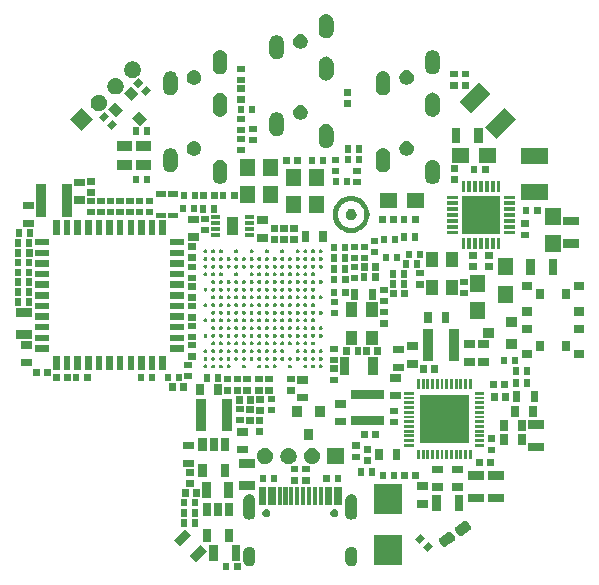
<source format=gts>
G04 #@! TF.GenerationSoftware,KiCad,Pcbnew,5.1.5+dfsg1-2build2*
G04 #@! TF.CreationDate,2020-11-19T00:01:25+01:00*
G04 #@! TF.ProjectId,OtterCastAudioV2,4f747465-7243-4617-9374-417564696f56,rev?*
G04 #@! TF.SameCoordinates,Original*
G04 #@! TF.FileFunction,Soldermask,Top*
G04 #@! TF.FilePolarity,Negative*
%FSLAX46Y46*%
G04 Gerber Fmt 4.6, Leading zero omitted, Abs format (unit mm)*
G04 Created by KiCad (PCBNEW 5.1.5+dfsg1-2build2) date 2020-11-19 00:01:25*
%MOMM*%
%LPD*%
G04 APERTURE LIST*
%ADD10C,0.100000*%
G04 APERTURE END LIST*
D10*
G36*
X94940000Y-123095000D02*
G01*
X94400000Y-123095000D01*
X94400000Y-122455000D01*
X94940000Y-122455000D01*
X94940000Y-123095000D01*
G37*
G36*
X94000000Y-123095000D02*
G01*
X93460000Y-123095000D01*
X93460000Y-122455000D01*
X94000000Y-122455000D01*
X94000000Y-123095000D01*
G37*
G36*
X104421937Y-121082524D02*
G01*
X104519957Y-121112258D01*
X104519960Y-121112260D01*
X104519961Y-121112260D01*
X104610295Y-121160544D01*
X104689475Y-121225525D01*
X104754456Y-121304705D01*
X104802740Y-121395038D01*
X104802742Y-121395042D01*
X104832476Y-121493062D01*
X104840000Y-121569455D01*
X104840000Y-122220545D01*
X104832476Y-122296938D01*
X104802742Y-122394958D01*
X104802740Y-122394961D01*
X104802740Y-122394962D01*
X104754456Y-122485295D01*
X104689475Y-122564475D01*
X104610295Y-122629456D01*
X104519962Y-122677740D01*
X104519958Y-122677742D01*
X104421938Y-122707476D01*
X104320000Y-122717516D01*
X104218063Y-122707476D01*
X104120043Y-122677742D01*
X104120039Y-122677740D01*
X104029706Y-122629456D01*
X103950526Y-122564475D01*
X103885545Y-122485295D01*
X103837260Y-122394962D01*
X103829523Y-122369456D01*
X103807525Y-122296938D01*
X103804872Y-122270000D01*
X103800000Y-122220541D01*
X103800000Y-121569455D01*
X103807524Y-121493063D01*
X103837258Y-121395043D01*
X103837261Y-121395038D01*
X103885544Y-121304705D01*
X103950525Y-121225525D01*
X104029705Y-121160544D01*
X104120038Y-121112260D01*
X104120039Y-121112260D01*
X104120042Y-121112258D01*
X104218062Y-121082524D01*
X104320000Y-121072484D01*
X104421937Y-121082524D01*
G37*
G36*
X95781937Y-121082524D02*
G01*
X95879957Y-121112258D01*
X95879960Y-121112260D01*
X95879961Y-121112260D01*
X95970295Y-121160544D01*
X96049475Y-121225525D01*
X96114456Y-121304705D01*
X96162740Y-121395038D01*
X96162742Y-121395042D01*
X96192476Y-121493062D01*
X96200000Y-121569455D01*
X96200000Y-122220545D01*
X96192476Y-122296938D01*
X96162742Y-122394958D01*
X96162740Y-122394961D01*
X96162740Y-122394962D01*
X96114456Y-122485295D01*
X96049475Y-122564475D01*
X95970295Y-122629456D01*
X95879962Y-122677740D01*
X95879958Y-122677742D01*
X95781938Y-122707476D01*
X95680000Y-122717516D01*
X95578063Y-122707476D01*
X95480043Y-122677742D01*
X95480039Y-122677740D01*
X95389706Y-122629456D01*
X95310526Y-122564475D01*
X95245545Y-122485295D01*
X95197260Y-122394962D01*
X95189523Y-122369456D01*
X95167525Y-122296938D01*
X95164872Y-122270000D01*
X95160000Y-122220541D01*
X95160000Y-121569455D01*
X95167524Y-121493063D01*
X95197258Y-121395043D01*
X95197261Y-121395038D01*
X95245544Y-121304705D01*
X95310525Y-121225525D01*
X95389705Y-121160544D01*
X95480038Y-121112260D01*
X95480039Y-121112260D01*
X95480042Y-121112258D01*
X95578062Y-121082524D01*
X95680000Y-121072484D01*
X95781937Y-121082524D01*
G37*
G36*
X108620000Y-122620000D02*
G01*
X106280000Y-122620000D01*
X106280000Y-120080000D01*
X108620000Y-120080000D01*
X108620000Y-122620000D01*
G37*
G36*
X92082142Y-121434619D02*
G01*
X91134619Y-122382142D01*
X90611360Y-121858883D01*
X91558883Y-120911360D01*
X92082142Y-121434619D01*
G37*
G36*
X93020000Y-122270000D02*
G01*
X92280000Y-122270000D01*
X92280000Y-120930000D01*
X93020000Y-120930000D01*
X93020000Y-122270000D01*
G37*
G36*
X94920000Y-122270000D02*
G01*
X94180000Y-122270000D01*
X94180000Y-120930000D01*
X94920000Y-120930000D01*
X94920000Y-122270000D01*
G37*
G36*
X111249533Y-121046985D02*
G01*
X110796985Y-121499533D01*
X110415147Y-121117695D01*
X110867695Y-120665147D01*
X111249533Y-121046985D01*
G37*
G36*
X112685312Y-119817238D02*
G01*
X112724737Y-119829010D01*
X112761101Y-119848244D01*
X112793026Y-119874211D01*
X112820049Y-119906848D01*
X113081495Y-120294456D01*
X113101636Y-120331746D01*
X113113751Y-120371066D01*
X113117963Y-120411995D01*
X113114109Y-120452956D01*
X113102337Y-120492381D01*
X113083103Y-120528745D01*
X113057136Y-120560670D01*
X113024499Y-120587693D01*
X112326002Y-121058836D01*
X112288712Y-121078977D01*
X112249392Y-121091092D01*
X112208463Y-121095304D01*
X112167502Y-121091450D01*
X112128077Y-121079678D01*
X112091713Y-121060444D01*
X112059788Y-121034477D01*
X112032765Y-121001840D01*
X111771319Y-120614232D01*
X111751178Y-120576942D01*
X111739063Y-120537622D01*
X111734851Y-120496693D01*
X111738705Y-120455732D01*
X111750477Y-120416307D01*
X111769711Y-120379943D01*
X111795678Y-120348018D01*
X111828315Y-120320995D01*
X112526812Y-119849852D01*
X112564102Y-119829711D01*
X112603422Y-119817596D01*
X112644351Y-119813384D01*
X112685312Y-119817238D01*
G37*
G36*
X90738640Y-120091117D02*
G01*
X89791117Y-121038640D01*
X89267858Y-120515381D01*
X90215381Y-119567858D01*
X90738640Y-120091117D01*
G37*
G36*
X110584853Y-120382305D02*
G01*
X110132305Y-120834853D01*
X109750467Y-120453015D01*
X110203015Y-120000467D01*
X110584853Y-120382305D01*
G37*
G36*
X94345000Y-120700000D02*
G01*
X93655000Y-120700000D01*
X93655000Y-119600000D01*
X94345000Y-119600000D01*
X94345000Y-120700000D01*
G37*
G36*
X92445000Y-120700000D02*
G01*
X91755000Y-120700000D01*
X91755000Y-119600000D01*
X92445000Y-119600000D01*
X92445000Y-120700000D01*
G37*
G36*
X114032498Y-118908550D02*
G01*
X114071923Y-118920322D01*
X114108287Y-118939556D01*
X114140212Y-118965523D01*
X114167235Y-118998160D01*
X114428681Y-119385768D01*
X114448822Y-119423058D01*
X114460937Y-119462378D01*
X114465149Y-119503307D01*
X114461295Y-119544268D01*
X114449523Y-119583693D01*
X114430289Y-119620057D01*
X114404322Y-119651982D01*
X114371685Y-119679005D01*
X113673188Y-120150148D01*
X113635898Y-120170289D01*
X113596578Y-120182404D01*
X113555649Y-120186616D01*
X113514688Y-120182762D01*
X113475263Y-120170990D01*
X113438899Y-120151756D01*
X113406974Y-120125789D01*
X113379951Y-120093152D01*
X113118505Y-119705544D01*
X113098364Y-119668254D01*
X113086249Y-119628934D01*
X113082037Y-119588005D01*
X113085891Y-119547044D01*
X113097663Y-119507619D01*
X113116897Y-119471255D01*
X113142864Y-119439330D01*
X113175501Y-119412307D01*
X113873998Y-118941164D01*
X113911288Y-118921023D01*
X113950608Y-118908908D01*
X113991537Y-118904696D01*
X114032498Y-118908550D01*
G37*
G36*
X91340000Y-119395000D02*
G01*
X90800000Y-119395000D01*
X90800000Y-118755000D01*
X91340000Y-118755000D01*
X91340000Y-119395000D01*
G37*
G36*
X90400000Y-119395000D02*
G01*
X89860000Y-119395000D01*
X89860000Y-118755000D01*
X90400000Y-118755000D01*
X90400000Y-119395000D01*
G37*
G36*
X95781937Y-116652524D02*
G01*
X95879957Y-116682258D01*
X95879960Y-116682260D01*
X95879961Y-116682260D01*
X95970295Y-116730544D01*
X96049475Y-116795525D01*
X96114456Y-116874705D01*
X96162740Y-116965038D01*
X96162742Y-116965042D01*
X96192476Y-117063062D01*
X96200000Y-117139455D01*
X96200000Y-118290545D01*
X96192476Y-118366938D01*
X96162742Y-118464958D01*
X96162740Y-118464961D01*
X96162740Y-118464962D01*
X96114456Y-118555295D01*
X96049475Y-118634475D01*
X95970295Y-118699456D01*
X95879962Y-118747740D01*
X95879958Y-118747742D01*
X95781938Y-118777476D01*
X95680000Y-118787516D01*
X95578063Y-118777476D01*
X95480043Y-118747742D01*
X95480039Y-118747740D01*
X95389706Y-118699456D01*
X95310526Y-118634475D01*
X95245545Y-118555295D01*
X95197261Y-118464962D01*
X95197261Y-118464961D01*
X95197259Y-118464958D01*
X95167525Y-118366938D01*
X95160001Y-118290545D01*
X95160000Y-117139456D01*
X95167524Y-117063063D01*
X95197258Y-116965043D01*
X95197261Y-116965038D01*
X95245544Y-116874705D01*
X95310525Y-116795525D01*
X95389705Y-116730544D01*
X95480038Y-116682260D01*
X95480039Y-116682260D01*
X95480042Y-116682258D01*
X95578062Y-116652524D01*
X95680000Y-116642484D01*
X95781937Y-116652524D01*
G37*
G36*
X104421937Y-116652524D02*
G01*
X104519957Y-116682258D01*
X104519960Y-116682260D01*
X104519961Y-116682260D01*
X104610295Y-116730544D01*
X104689475Y-116795525D01*
X104754456Y-116874705D01*
X104802740Y-116965038D01*
X104802742Y-116965042D01*
X104832476Y-117063062D01*
X104840000Y-117139455D01*
X104840000Y-118290545D01*
X104832476Y-118366938D01*
X104802742Y-118464958D01*
X104802740Y-118464961D01*
X104802740Y-118464962D01*
X104754456Y-118555295D01*
X104689475Y-118634475D01*
X104610295Y-118699456D01*
X104519962Y-118747740D01*
X104519958Y-118747742D01*
X104421938Y-118777476D01*
X104320000Y-118787516D01*
X104218063Y-118777476D01*
X104120043Y-118747742D01*
X104120039Y-118747740D01*
X104029706Y-118699456D01*
X103950526Y-118634475D01*
X103885545Y-118555295D01*
X103837261Y-118464962D01*
X103837261Y-118464961D01*
X103837259Y-118464958D01*
X103807525Y-118366938D01*
X103800001Y-118290545D01*
X103800000Y-117139456D01*
X103807524Y-117063063D01*
X103837258Y-116965043D01*
X103837261Y-116965038D01*
X103885544Y-116874705D01*
X103950525Y-116795525D01*
X104029705Y-116730544D01*
X104120038Y-116682260D01*
X104120039Y-116682260D01*
X104120042Y-116682258D01*
X104218062Y-116652524D01*
X104320000Y-116642484D01*
X104421937Y-116652524D01*
G37*
G36*
X97210633Y-117913258D02*
G01*
X97242026Y-117926262D01*
X97273418Y-117939264D01*
X97329925Y-117977022D01*
X97377978Y-118025075D01*
X97415736Y-118081582D01*
X97428738Y-118112974D01*
X97441742Y-118144367D01*
X97455000Y-118211020D01*
X97455000Y-118278980D01*
X97441742Y-118345633D01*
X97432917Y-118366938D01*
X97415736Y-118408418D01*
X97377978Y-118464925D01*
X97329925Y-118512978D01*
X97273418Y-118550736D01*
X97242026Y-118563739D01*
X97210633Y-118576742D01*
X97143980Y-118590000D01*
X97076020Y-118590000D01*
X97009367Y-118576742D01*
X96977974Y-118563739D01*
X96946582Y-118550736D01*
X96890075Y-118512978D01*
X96842022Y-118464925D01*
X96804264Y-118408418D01*
X96787083Y-118366938D01*
X96778258Y-118345633D01*
X96765000Y-118278980D01*
X96765000Y-118211020D01*
X96778258Y-118144367D01*
X96791261Y-118112974D01*
X96804264Y-118081582D01*
X96842022Y-118025075D01*
X96890075Y-117977022D01*
X96946582Y-117939264D01*
X96977974Y-117926262D01*
X97009367Y-117913258D01*
X97076020Y-117900000D01*
X97143980Y-117900000D01*
X97210633Y-117913258D01*
G37*
G36*
X102990633Y-117913258D02*
G01*
X103022026Y-117926262D01*
X103053418Y-117939264D01*
X103109925Y-117977022D01*
X103157978Y-118025075D01*
X103195736Y-118081582D01*
X103208738Y-118112974D01*
X103221742Y-118144367D01*
X103235000Y-118211020D01*
X103235000Y-118278980D01*
X103221742Y-118345633D01*
X103212917Y-118366938D01*
X103195736Y-118408418D01*
X103157978Y-118464925D01*
X103109925Y-118512978D01*
X103053418Y-118550736D01*
X103022026Y-118563739D01*
X102990633Y-118576742D01*
X102923980Y-118590000D01*
X102856020Y-118590000D01*
X102789367Y-118576742D01*
X102757974Y-118563739D01*
X102726582Y-118550736D01*
X102670075Y-118512978D01*
X102622022Y-118464925D01*
X102584264Y-118408418D01*
X102567083Y-118366938D01*
X102558258Y-118345633D01*
X102545000Y-118278980D01*
X102545000Y-118211020D01*
X102558258Y-118144367D01*
X102571261Y-118112974D01*
X102584264Y-118081582D01*
X102622022Y-118025075D01*
X102670075Y-117977022D01*
X102726582Y-117939264D01*
X102757974Y-117926262D01*
X102789367Y-117913258D01*
X102856020Y-117900000D01*
X102923980Y-117900000D01*
X102990633Y-117913258D01*
G37*
G36*
X91340000Y-118570000D02*
G01*
X90800000Y-118570000D01*
X90800000Y-117930000D01*
X91340000Y-117930000D01*
X91340000Y-118570000D01*
G37*
G36*
X90400000Y-118570000D02*
G01*
X89860000Y-118570000D01*
X89860000Y-117930000D01*
X90400000Y-117930000D01*
X90400000Y-118570000D01*
G37*
G36*
X94345000Y-118500000D02*
G01*
X93655000Y-118500000D01*
X93655000Y-117400000D01*
X94345000Y-117400000D01*
X94345000Y-118500000D01*
G37*
G36*
X92445000Y-118500000D02*
G01*
X91755000Y-118500000D01*
X91755000Y-117400000D01*
X92445000Y-117400000D01*
X92445000Y-118500000D01*
G37*
G36*
X93395000Y-118500000D02*
G01*
X92705000Y-118500000D01*
X92705000Y-117400000D01*
X93395000Y-117400000D01*
X93395000Y-118500000D01*
G37*
G36*
X108620000Y-118320000D02*
G01*
X106280000Y-118320000D01*
X106280000Y-115780000D01*
X108620000Y-115780000D01*
X108620000Y-118320000D01*
G37*
G36*
X113820000Y-118070000D02*
G01*
X113080000Y-118070000D01*
X113080000Y-116730000D01*
X113820000Y-116730000D01*
X113820000Y-118070000D01*
G37*
G36*
X111920000Y-118070000D02*
G01*
X111180000Y-118070000D01*
X111180000Y-116730000D01*
X111920000Y-116730000D01*
X111920000Y-118070000D01*
G37*
G36*
X110820000Y-117770000D02*
G01*
X109880000Y-117770000D01*
X109880000Y-117130000D01*
X110820000Y-117130000D01*
X110820000Y-117770000D01*
G37*
G36*
X90400000Y-117670000D02*
G01*
X89860000Y-117670000D01*
X89860000Y-117030000D01*
X90400000Y-117030000D01*
X90400000Y-117670000D01*
G37*
G36*
X91340000Y-117670000D02*
G01*
X90800000Y-117670000D01*
X90800000Y-117030000D01*
X91340000Y-117030000D01*
X91340000Y-117670000D01*
G37*
G36*
X102720000Y-117545000D02*
G01*
X102080000Y-117545000D01*
X102080000Y-116055000D01*
X102720000Y-116055000D01*
X102720000Y-117545000D01*
G37*
G36*
X103520000Y-117545000D02*
G01*
X102880000Y-117545000D01*
X102880000Y-116055000D01*
X103520000Y-116055000D01*
X103520000Y-117545000D01*
G37*
G36*
X101420000Y-117545000D02*
G01*
X101080000Y-117545000D01*
X101080000Y-116055000D01*
X101420000Y-116055000D01*
X101420000Y-117545000D01*
G37*
G36*
X101920000Y-117545000D02*
G01*
X101580000Y-117545000D01*
X101580000Y-116055000D01*
X101920000Y-116055000D01*
X101920000Y-117545000D01*
G37*
G36*
X98920000Y-117545000D02*
G01*
X98580000Y-117545000D01*
X98580000Y-116055000D01*
X98920000Y-116055000D01*
X98920000Y-117545000D01*
G37*
G36*
X98420000Y-117545000D02*
G01*
X98080000Y-117545000D01*
X98080000Y-116055000D01*
X98420000Y-116055000D01*
X98420000Y-117545000D01*
G37*
G36*
X97920000Y-117545000D02*
G01*
X97280000Y-117545000D01*
X97280000Y-116055000D01*
X97920000Y-116055000D01*
X97920000Y-117545000D01*
G37*
G36*
X97120000Y-117545000D02*
G01*
X96480000Y-117545000D01*
X96480000Y-116055000D01*
X97120000Y-116055000D01*
X97120000Y-117545000D01*
G37*
G36*
X99920000Y-117545000D02*
G01*
X99580000Y-117545000D01*
X99580000Y-116055000D01*
X99920000Y-116055000D01*
X99920000Y-117545000D01*
G37*
G36*
X100420000Y-117545000D02*
G01*
X100080000Y-117545000D01*
X100080000Y-116055000D01*
X100420000Y-116055000D01*
X100420000Y-117545000D01*
G37*
G36*
X99420000Y-117545000D02*
G01*
X99080000Y-117545000D01*
X99080000Y-116055000D01*
X99420000Y-116055000D01*
X99420000Y-117545000D01*
G37*
G36*
X100920000Y-117545000D02*
G01*
X100580000Y-117545000D01*
X100580000Y-116055000D01*
X100920000Y-116055000D01*
X100920000Y-117545000D01*
G37*
G36*
X115520000Y-117320000D02*
G01*
X114180000Y-117320000D01*
X114180000Y-116580000D01*
X115520000Y-116580000D01*
X115520000Y-117320000D01*
G37*
G36*
X117220000Y-117320000D02*
G01*
X115880000Y-117320000D01*
X115880000Y-116580000D01*
X117220000Y-116580000D01*
X117220000Y-117320000D01*
G37*
G36*
X92420000Y-116970000D02*
G01*
X91680000Y-116970000D01*
X91680000Y-115630000D01*
X92420000Y-115630000D01*
X92420000Y-116970000D01*
G37*
G36*
X94320000Y-116970000D02*
G01*
X93580000Y-116970000D01*
X93580000Y-115630000D01*
X94320000Y-115630000D01*
X94320000Y-116970000D01*
G37*
G36*
X90550000Y-116845000D02*
G01*
X90010000Y-116845000D01*
X90010000Y-116205000D01*
X90550000Y-116205000D01*
X90550000Y-116845000D01*
G37*
G36*
X91490000Y-116845000D02*
G01*
X90950000Y-116845000D01*
X90950000Y-116205000D01*
X91490000Y-116205000D01*
X91490000Y-116845000D01*
G37*
G36*
X113820000Y-116370000D02*
G01*
X112880000Y-116370000D01*
X112880000Y-115730000D01*
X113820000Y-115730000D01*
X113820000Y-116370000D01*
G37*
G36*
X112120000Y-116370000D02*
G01*
X111180000Y-116370000D01*
X111180000Y-115730000D01*
X112120000Y-115730000D01*
X112120000Y-116370000D01*
G37*
G36*
X96145000Y-116295000D02*
G01*
X94805000Y-116295000D01*
X94805000Y-115555000D01*
X96145000Y-115555000D01*
X96145000Y-116295000D01*
G37*
G36*
X110820000Y-116270000D02*
G01*
X109880000Y-116270000D01*
X109880000Y-115630000D01*
X110820000Y-115630000D01*
X110820000Y-116270000D01*
G37*
G36*
X90970000Y-116015000D02*
G01*
X90330000Y-116015000D01*
X90330000Y-115475000D01*
X90970000Y-115475000D01*
X90970000Y-116015000D01*
G37*
G36*
X100820000Y-115740000D02*
G01*
X100180000Y-115740000D01*
X100180000Y-115200000D01*
X100820000Y-115200000D01*
X100820000Y-115740000D01*
G37*
G36*
X99820000Y-115740000D02*
G01*
X99180000Y-115740000D01*
X99180000Y-115200000D01*
X99820000Y-115200000D01*
X99820000Y-115740000D01*
G37*
G36*
X103440000Y-115620000D02*
G01*
X102900000Y-115620000D01*
X102900000Y-114980000D01*
X103440000Y-114980000D01*
X103440000Y-115620000D01*
G37*
G36*
X102500000Y-115620000D02*
G01*
X101960000Y-115620000D01*
X101960000Y-114980000D01*
X102500000Y-114980000D01*
X102500000Y-115620000D01*
G37*
G36*
X97100000Y-115620000D02*
G01*
X96560000Y-115620000D01*
X96560000Y-114980000D01*
X97100000Y-114980000D01*
X97100000Y-115620000D01*
G37*
G36*
X98040000Y-115620000D02*
G01*
X97500000Y-115620000D01*
X97500000Y-114980000D01*
X98040000Y-114980000D01*
X98040000Y-115620000D01*
G37*
G36*
X115520000Y-115420000D02*
G01*
X114180000Y-115420000D01*
X114180000Y-114680000D01*
X115520000Y-114680000D01*
X115520000Y-115420000D01*
G37*
G36*
X117220000Y-115420000D02*
G01*
X115880000Y-115420000D01*
X115880000Y-114680000D01*
X117220000Y-114680000D01*
X117220000Y-115420000D01*
G37*
G36*
X107250000Y-115370000D02*
G01*
X106710000Y-115370000D01*
X106710000Y-114730000D01*
X107250000Y-114730000D01*
X107250000Y-115370000D01*
G37*
G36*
X110040000Y-115370000D02*
G01*
X109500000Y-115370000D01*
X109500000Y-114730000D01*
X110040000Y-114730000D01*
X110040000Y-115370000D01*
G37*
G36*
X109100000Y-115370000D02*
G01*
X108560000Y-115370000D01*
X108560000Y-114730000D01*
X109100000Y-114730000D01*
X109100000Y-115370000D01*
G37*
G36*
X108190000Y-115370000D02*
G01*
X107650000Y-115370000D01*
X107650000Y-114730000D01*
X108190000Y-114730000D01*
X108190000Y-115370000D01*
G37*
G36*
X93970000Y-115175000D02*
G01*
X93280000Y-115175000D01*
X93280000Y-114075000D01*
X93970000Y-114075000D01*
X93970000Y-115175000D01*
G37*
G36*
X92070000Y-115175000D02*
G01*
X91380000Y-115175000D01*
X91380000Y-114075000D01*
X92070000Y-114075000D01*
X92070000Y-115175000D01*
G37*
G36*
X90970000Y-115075000D02*
G01*
X90330000Y-115075000D01*
X90330000Y-114535000D01*
X90970000Y-114535000D01*
X90970000Y-115075000D01*
G37*
G36*
X105400000Y-115070000D02*
G01*
X104860000Y-115070000D01*
X104860000Y-114430000D01*
X105400000Y-114430000D01*
X105400000Y-115070000D01*
G37*
G36*
X106340000Y-115070000D02*
G01*
X105800000Y-115070000D01*
X105800000Y-114430000D01*
X106340000Y-114430000D01*
X106340000Y-115070000D01*
G37*
G36*
X112120000Y-114870000D02*
G01*
X111180000Y-114870000D01*
X111180000Y-114230000D01*
X112120000Y-114230000D01*
X112120000Y-114870000D01*
G37*
G36*
X113820000Y-114870000D02*
G01*
X112880000Y-114870000D01*
X112880000Y-114230000D01*
X113820000Y-114230000D01*
X113820000Y-114870000D01*
G37*
G36*
X100820000Y-114800000D02*
G01*
X100180000Y-114800000D01*
X100180000Y-114260000D01*
X100820000Y-114260000D01*
X100820000Y-114800000D01*
G37*
G36*
X99820000Y-114800000D02*
G01*
X99180000Y-114800000D01*
X99180000Y-114260000D01*
X99820000Y-114260000D01*
X99820000Y-114800000D01*
G37*
G36*
X96145000Y-114395000D02*
G01*
X94805000Y-114395000D01*
X94805000Y-113655000D01*
X96145000Y-113655000D01*
X96145000Y-114395000D01*
G37*
G36*
X90970000Y-114345000D02*
G01*
X90030000Y-114345000D01*
X90030000Y-113705000D01*
X90970000Y-113705000D01*
X90970000Y-114345000D01*
G37*
G36*
X115450000Y-114270000D02*
G01*
X114910000Y-114270000D01*
X114910000Y-113630000D01*
X115450000Y-113630000D01*
X115450000Y-114270000D01*
G37*
G36*
X116390000Y-114270000D02*
G01*
X115850000Y-114270000D01*
X115850000Y-113630000D01*
X116390000Y-113630000D01*
X116390000Y-114270000D01*
G37*
G36*
X97202724Y-112731708D02*
G01*
X97329206Y-112784099D01*
X97443037Y-112860158D01*
X97539842Y-112956963D01*
X97615901Y-113070794D01*
X97668292Y-113197276D01*
X97695000Y-113331548D01*
X97695000Y-113468452D01*
X97668292Y-113602724D01*
X97615901Y-113729206D01*
X97539842Y-113843037D01*
X97443037Y-113939842D01*
X97329206Y-114015901D01*
X97202724Y-114068292D01*
X97068452Y-114095000D01*
X96931548Y-114095000D01*
X96797276Y-114068292D01*
X96670794Y-114015901D01*
X96556963Y-113939842D01*
X96460158Y-113843037D01*
X96384099Y-113729206D01*
X96331708Y-113602724D01*
X96305000Y-113468452D01*
X96305000Y-113331548D01*
X96331708Y-113197276D01*
X96384099Y-113070794D01*
X96460158Y-112956963D01*
X96556963Y-112860158D01*
X96670794Y-112784099D01*
X96797276Y-112731708D01*
X96931548Y-112705000D01*
X97068452Y-112705000D01*
X97202724Y-112731708D01*
G37*
G36*
X99202724Y-112731708D02*
G01*
X99329206Y-112784099D01*
X99443037Y-112860158D01*
X99539842Y-112956963D01*
X99615901Y-113070794D01*
X99668292Y-113197276D01*
X99695000Y-113331548D01*
X99695000Y-113468452D01*
X99668292Y-113602724D01*
X99615901Y-113729206D01*
X99539842Y-113843037D01*
X99443037Y-113939842D01*
X99329206Y-114015901D01*
X99202724Y-114068292D01*
X99068452Y-114095000D01*
X98931548Y-114095000D01*
X98797276Y-114068292D01*
X98670794Y-114015901D01*
X98556963Y-113939842D01*
X98460158Y-113843037D01*
X98384099Y-113729206D01*
X98331708Y-113602724D01*
X98305000Y-113468452D01*
X98305000Y-113331548D01*
X98331708Y-113197276D01*
X98384099Y-113070794D01*
X98460158Y-112956963D01*
X98556963Y-112860158D01*
X98670794Y-112784099D01*
X98797276Y-112731708D01*
X98931548Y-112705000D01*
X99068452Y-112705000D01*
X99202724Y-112731708D01*
G37*
G36*
X101202724Y-112731708D02*
G01*
X101329206Y-112784099D01*
X101443037Y-112860158D01*
X101539842Y-112956963D01*
X101615901Y-113070794D01*
X101668292Y-113197276D01*
X101695000Y-113331548D01*
X101695000Y-113468452D01*
X101668292Y-113602724D01*
X101615901Y-113729206D01*
X101539842Y-113843037D01*
X101443037Y-113939842D01*
X101329206Y-114015901D01*
X101202724Y-114068292D01*
X101068452Y-114095000D01*
X100931548Y-114095000D01*
X100797276Y-114068292D01*
X100670794Y-114015901D01*
X100556963Y-113939842D01*
X100460158Y-113843037D01*
X100384099Y-113729206D01*
X100331708Y-113602724D01*
X100305000Y-113468452D01*
X100305000Y-113331548D01*
X100331708Y-113197276D01*
X100384099Y-113070794D01*
X100460158Y-112956963D01*
X100556963Y-112860158D01*
X100670794Y-112784099D01*
X100797276Y-112731708D01*
X100931548Y-112705000D01*
X101068452Y-112705000D01*
X101202724Y-112731708D01*
G37*
G36*
X103695000Y-114095000D02*
G01*
X102305000Y-114095000D01*
X102305000Y-112705000D01*
X103695000Y-112705000D01*
X103695000Y-114095000D01*
G37*
G36*
X106020000Y-114065000D02*
G01*
X105380000Y-114065000D01*
X105380000Y-113525000D01*
X106020000Y-113525000D01*
X106020000Y-114065000D01*
G37*
G36*
X106970000Y-113770000D02*
G01*
X106330000Y-113770000D01*
X106330000Y-112830000D01*
X106970000Y-112830000D01*
X106970000Y-113770000D01*
G37*
G36*
X108470000Y-113770000D02*
G01*
X107830000Y-113770000D01*
X107830000Y-112830000D01*
X108470000Y-112830000D01*
X108470000Y-113770000D01*
G37*
G36*
X105020000Y-113740000D02*
G01*
X104380000Y-113740000D01*
X104380000Y-113200000D01*
X105020000Y-113200000D01*
X105020000Y-113740000D01*
G37*
G36*
X112920000Y-113695000D02*
G01*
X112680000Y-113695000D01*
X112680000Y-112855000D01*
X112920000Y-112855000D01*
X112920000Y-113695000D01*
G37*
G36*
X110120000Y-113695000D02*
G01*
X109880000Y-113695000D01*
X109880000Y-112855000D01*
X110120000Y-112855000D01*
X110120000Y-113695000D01*
G37*
G36*
X110520000Y-113695000D02*
G01*
X110280000Y-113695000D01*
X110280000Y-112855000D01*
X110520000Y-112855000D01*
X110520000Y-113695000D01*
G37*
G36*
X110920000Y-113695000D02*
G01*
X110680000Y-113695000D01*
X110680000Y-112855000D01*
X110920000Y-112855000D01*
X110920000Y-113695000D01*
G37*
G36*
X111320000Y-113695000D02*
G01*
X111080000Y-113695000D01*
X111080000Y-112855000D01*
X111320000Y-112855000D01*
X111320000Y-113695000D01*
G37*
G36*
X111720000Y-113695000D02*
G01*
X111480000Y-113695000D01*
X111480000Y-112855000D01*
X111720000Y-112855000D01*
X111720000Y-113695000D01*
G37*
G36*
X112120000Y-113695000D02*
G01*
X111880000Y-113695000D01*
X111880000Y-112855000D01*
X112120000Y-112855000D01*
X112120000Y-113695000D01*
G37*
G36*
X112520000Y-113695000D02*
G01*
X112280000Y-113695000D01*
X112280000Y-112855000D01*
X112520000Y-112855000D01*
X112520000Y-113695000D01*
G37*
G36*
X113320000Y-113695000D02*
G01*
X113080000Y-113695000D01*
X113080000Y-112855000D01*
X113320000Y-112855000D01*
X113320000Y-113695000D01*
G37*
G36*
X113720000Y-113695000D02*
G01*
X113480000Y-113695000D01*
X113480000Y-112855000D01*
X113720000Y-112855000D01*
X113720000Y-113695000D01*
G37*
G36*
X114520000Y-113695000D02*
G01*
X114280000Y-113695000D01*
X114280000Y-112855000D01*
X114520000Y-112855000D01*
X114520000Y-113695000D01*
G37*
G36*
X114120000Y-113695000D02*
G01*
X113880000Y-113695000D01*
X113880000Y-112855000D01*
X114120000Y-112855000D01*
X114120000Y-113695000D01*
G37*
G36*
X95570000Y-113170000D02*
G01*
X94630000Y-113170000D01*
X94630000Y-112530000D01*
X95570000Y-112530000D01*
X95570000Y-113170000D01*
G37*
G36*
X116520000Y-113140000D02*
G01*
X115880000Y-113140000D01*
X115880000Y-112600000D01*
X116520000Y-112600000D01*
X116520000Y-113140000D01*
G37*
G36*
X106020000Y-113125000D02*
G01*
X105380000Y-113125000D01*
X105380000Y-112585000D01*
X106020000Y-112585000D01*
X106020000Y-113125000D01*
G37*
G36*
X120645000Y-113020000D02*
G01*
X119305000Y-113020000D01*
X119305000Y-112280000D01*
X120645000Y-112280000D01*
X120645000Y-113020000D01*
G37*
G36*
X92070000Y-112975000D02*
G01*
X91380000Y-112975000D01*
X91380000Y-111875000D01*
X92070000Y-111875000D01*
X92070000Y-112975000D01*
G37*
G36*
X93020000Y-112975000D02*
G01*
X92330000Y-112975000D01*
X92330000Y-111875000D01*
X93020000Y-111875000D01*
X93020000Y-112975000D01*
G37*
G36*
X93970000Y-112975000D02*
G01*
X93280000Y-112975000D01*
X93280000Y-111875000D01*
X93970000Y-111875000D01*
X93970000Y-112975000D01*
G37*
G36*
X90970000Y-112845000D02*
G01*
X90030000Y-112845000D01*
X90030000Y-112205000D01*
X90970000Y-112205000D01*
X90970000Y-112845000D01*
G37*
G36*
X105020000Y-112800000D02*
G01*
X104380000Y-112800000D01*
X104380000Y-112260000D01*
X105020000Y-112260000D01*
X105020000Y-112800000D01*
G37*
G36*
X109645000Y-112620000D02*
G01*
X108805000Y-112620000D01*
X108805000Y-112380000D01*
X109645000Y-112380000D01*
X109645000Y-112620000D01*
G37*
G36*
X115595000Y-112620000D02*
G01*
X114755000Y-112620000D01*
X114755000Y-112380000D01*
X115595000Y-112380000D01*
X115595000Y-112620000D01*
G37*
G36*
X119070000Y-112470000D02*
G01*
X118430000Y-112470000D01*
X118430000Y-111530000D01*
X119070000Y-111530000D01*
X119070000Y-112470000D01*
G37*
G36*
X117570000Y-112470000D02*
G01*
X116930000Y-112470000D01*
X116930000Y-111530000D01*
X117570000Y-111530000D01*
X117570000Y-112470000D01*
G37*
G36*
X114245000Y-112345000D02*
G01*
X110155000Y-112345000D01*
X110155000Y-108255000D01*
X114245000Y-108255000D01*
X114245000Y-112345000D01*
G37*
G36*
X109645000Y-112220000D02*
G01*
X108805000Y-112220000D01*
X108805000Y-111980000D01*
X109645000Y-111980000D01*
X109645000Y-112220000D01*
G37*
G36*
X115595000Y-112220000D02*
G01*
X114755000Y-112220000D01*
X114755000Y-111980000D01*
X115595000Y-111980000D01*
X115595000Y-112220000D01*
G37*
G36*
X116520000Y-112200000D02*
G01*
X115880000Y-112200000D01*
X115880000Y-111660000D01*
X116520000Y-111660000D01*
X116520000Y-112200000D01*
G37*
G36*
X101120000Y-112070000D02*
G01*
X100280000Y-112070000D01*
X100280000Y-111130000D01*
X101120000Y-111130000D01*
X101120000Y-112070000D01*
G37*
G36*
X105700000Y-111920000D02*
G01*
X105160000Y-111920000D01*
X105160000Y-111280000D01*
X105700000Y-111280000D01*
X105700000Y-111920000D01*
G37*
G36*
X106640000Y-111920000D02*
G01*
X106100000Y-111920000D01*
X106100000Y-111280000D01*
X106640000Y-111280000D01*
X106640000Y-111920000D01*
G37*
G36*
X109645000Y-111820000D02*
G01*
X108805000Y-111820000D01*
X108805000Y-111580000D01*
X109645000Y-111580000D01*
X109645000Y-111820000D01*
G37*
G36*
X115595000Y-111820000D02*
G01*
X114755000Y-111820000D01*
X114755000Y-111580000D01*
X115595000Y-111580000D01*
X115595000Y-111820000D01*
G37*
G36*
X95570000Y-111670000D02*
G01*
X94630000Y-111670000D01*
X94630000Y-111030000D01*
X95570000Y-111030000D01*
X95570000Y-111670000D01*
G37*
G36*
X96870000Y-111615000D02*
G01*
X96230000Y-111615000D01*
X96230000Y-111075000D01*
X96870000Y-111075000D01*
X96870000Y-111615000D01*
G37*
G36*
X115595000Y-111420000D02*
G01*
X114755000Y-111420000D01*
X114755000Y-111180000D01*
X115595000Y-111180000D01*
X115595000Y-111420000D01*
G37*
G36*
X109645000Y-111420000D02*
G01*
X108805000Y-111420000D01*
X108805000Y-111180000D01*
X109645000Y-111180000D01*
X109645000Y-111420000D01*
G37*
G36*
X94195000Y-111320000D02*
G01*
X93355000Y-111320000D01*
X93355000Y-108580000D01*
X94195000Y-108580000D01*
X94195000Y-111320000D01*
G37*
G36*
X91995000Y-111320000D02*
G01*
X91155000Y-111320000D01*
X91155000Y-108580000D01*
X91995000Y-108580000D01*
X91995000Y-111320000D01*
G37*
G36*
X117570000Y-111270000D02*
G01*
X116930000Y-111270000D01*
X116930000Y-110330000D01*
X117570000Y-110330000D01*
X117570000Y-111270000D01*
G37*
G36*
X119070000Y-111270000D02*
G01*
X118430000Y-111270000D01*
X118430000Y-110330000D01*
X119070000Y-110330000D01*
X119070000Y-111270000D01*
G37*
G36*
X120645000Y-111120000D02*
G01*
X119305000Y-111120000D01*
X119305000Y-110380000D01*
X120645000Y-110380000D01*
X120645000Y-111120000D01*
G37*
G36*
X115595000Y-111020000D02*
G01*
X114755000Y-111020000D01*
X114755000Y-110780000D01*
X115595000Y-110780000D01*
X115595000Y-111020000D01*
G37*
G36*
X109645000Y-111020000D02*
G01*
X108805000Y-111020000D01*
X108805000Y-110780000D01*
X109645000Y-110780000D01*
X109645000Y-111020000D01*
G37*
G36*
X103870000Y-110820000D02*
G01*
X102930000Y-110820000D01*
X102930000Y-110180000D01*
X103870000Y-110180000D01*
X103870000Y-110820000D01*
G37*
G36*
X107070000Y-110820000D02*
G01*
X104330000Y-110820000D01*
X104330000Y-109980000D01*
X107070000Y-109980000D01*
X107070000Y-110820000D01*
G37*
G36*
X108270000Y-110815000D02*
G01*
X107630000Y-110815000D01*
X107630000Y-110275000D01*
X108270000Y-110275000D01*
X108270000Y-110815000D01*
G37*
G36*
X96870000Y-110675000D02*
G01*
X96230000Y-110675000D01*
X96230000Y-110135000D01*
X96870000Y-110135000D01*
X96870000Y-110675000D01*
G37*
G36*
X96045000Y-110665000D02*
G01*
X95405000Y-110665000D01*
X95405000Y-110125000D01*
X96045000Y-110125000D01*
X96045000Y-110665000D01*
G37*
G36*
X95220000Y-110640000D02*
G01*
X94580000Y-110640000D01*
X94580000Y-110100000D01*
X95220000Y-110100000D01*
X95220000Y-110640000D01*
G37*
G36*
X115595000Y-110620000D02*
G01*
X114755000Y-110620000D01*
X114755000Y-110380000D01*
X115595000Y-110380000D01*
X115595000Y-110620000D01*
G37*
G36*
X109645000Y-110620000D02*
G01*
X108805000Y-110620000D01*
X108805000Y-110380000D01*
X109645000Y-110380000D01*
X109645000Y-110620000D01*
G37*
G36*
X109645000Y-110220000D02*
G01*
X108805000Y-110220000D01*
X108805000Y-109980000D01*
X109645000Y-109980000D01*
X109645000Y-110220000D01*
G37*
G36*
X115595000Y-110220000D02*
G01*
X114755000Y-110220000D01*
X114755000Y-109980000D01*
X115595000Y-109980000D01*
X115595000Y-110220000D01*
G37*
G36*
X118520000Y-110120000D02*
G01*
X117880000Y-110120000D01*
X117880000Y-109180000D01*
X118520000Y-109180000D01*
X118520000Y-110120000D01*
G37*
G36*
X120020000Y-110120000D02*
G01*
X119380000Y-110120000D01*
X119380000Y-109180000D01*
X120020000Y-109180000D01*
X120020000Y-110120000D01*
G37*
G36*
X102070000Y-110070000D02*
G01*
X101230000Y-110070000D01*
X101230000Y-109130000D01*
X102070000Y-109130000D01*
X102070000Y-110070000D01*
G37*
G36*
X100170000Y-110070000D02*
G01*
X99330000Y-110070000D01*
X99330000Y-109130000D01*
X100170000Y-109130000D01*
X100170000Y-110070000D01*
G37*
G36*
X108270000Y-109875000D02*
G01*
X107630000Y-109875000D01*
X107630000Y-109335000D01*
X108270000Y-109335000D01*
X108270000Y-109875000D01*
G37*
G36*
X109645000Y-109820000D02*
G01*
X108805000Y-109820000D01*
X108805000Y-109580000D01*
X109645000Y-109580000D01*
X109645000Y-109820000D01*
G37*
G36*
X115595000Y-109820000D02*
G01*
X114755000Y-109820000D01*
X114755000Y-109580000D01*
X115595000Y-109580000D01*
X115595000Y-109820000D01*
G37*
G36*
X96895000Y-109815000D02*
G01*
X96255000Y-109815000D01*
X96255000Y-109275000D01*
X96895000Y-109275000D01*
X96895000Y-109815000D01*
G37*
G36*
X97870000Y-109790000D02*
G01*
X97230000Y-109790000D01*
X97230000Y-109250000D01*
X97870000Y-109250000D01*
X97870000Y-109790000D01*
G37*
G36*
X96045000Y-109725000D02*
G01*
X95405000Y-109725000D01*
X95405000Y-109185000D01*
X96045000Y-109185000D01*
X96045000Y-109725000D01*
G37*
G36*
X95220000Y-109700000D02*
G01*
X94580000Y-109700000D01*
X94580000Y-109160000D01*
X95220000Y-109160000D01*
X95220000Y-109700000D01*
G37*
G36*
X115595000Y-109420000D02*
G01*
X114755000Y-109420000D01*
X114755000Y-109180000D01*
X115595000Y-109180000D01*
X115595000Y-109420000D01*
G37*
G36*
X109645000Y-109420000D02*
G01*
X108805000Y-109420000D01*
X108805000Y-109180000D01*
X109645000Y-109180000D01*
X109645000Y-109420000D01*
G37*
G36*
X103870000Y-109320000D02*
G01*
X102930000Y-109320000D01*
X102930000Y-108680000D01*
X103870000Y-108680000D01*
X103870000Y-109320000D01*
G37*
G36*
X115595000Y-109020000D02*
G01*
X114755000Y-109020000D01*
X114755000Y-108780000D01*
X115595000Y-108780000D01*
X115595000Y-109020000D01*
G37*
G36*
X109645000Y-109020000D02*
G01*
X108805000Y-109020000D01*
X108805000Y-108780000D01*
X109645000Y-108780000D01*
X109645000Y-109020000D01*
G37*
G36*
X96065000Y-108970000D02*
G01*
X95525000Y-108970000D01*
X95525000Y-108330000D01*
X96065000Y-108330000D01*
X96065000Y-108970000D01*
G37*
G36*
X95125000Y-108970000D02*
G01*
X94585000Y-108970000D01*
X94585000Y-108330000D01*
X95125000Y-108330000D01*
X95125000Y-108970000D01*
G37*
G36*
X96895000Y-108875000D02*
G01*
X96255000Y-108875000D01*
X96255000Y-108335000D01*
X96895000Y-108335000D01*
X96895000Y-108875000D01*
G37*
G36*
X97870000Y-108850000D02*
G01*
X97230000Y-108850000D01*
X97230000Y-108310000D01*
X97870000Y-108310000D01*
X97870000Y-108850000D01*
G37*
G36*
X118645000Y-108820000D02*
G01*
X118005000Y-108820000D01*
X118005000Y-107880000D01*
X118645000Y-107880000D01*
X118645000Y-108820000D01*
G37*
G36*
X120145000Y-108820000D02*
G01*
X119505000Y-108820000D01*
X119505000Y-107880000D01*
X120145000Y-107880000D01*
X120145000Y-108820000D01*
G37*
G36*
X100670000Y-108770000D02*
G01*
X99730000Y-108770000D01*
X99730000Y-108130000D01*
X100670000Y-108130000D01*
X100670000Y-108770000D01*
G37*
G36*
X116700000Y-108740000D02*
G01*
X116160000Y-108740000D01*
X116160000Y-108100000D01*
X116700000Y-108100000D01*
X116700000Y-108740000D01*
G37*
G36*
X117640000Y-108740000D02*
G01*
X117100000Y-108740000D01*
X117100000Y-108100000D01*
X117640000Y-108100000D01*
X117640000Y-108740000D01*
G37*
G36*
X107070000Y-108620000D02*
G01*
X104330000Y-108620000D01*
X104330000Y-107780000D01*
X107070000Y-107780000D01*
X107070000Y-108620000D01*
G37*
G36*
X108570000Y-108620000D02*
G01*
X107630000Y-108620000D01*
X107630000Y-107980000D01*
X108570000Y-107980000D01*
X108570000Y-108620000D01*
G37*
G36*
X109645000Y-108620000D02*
G01*
X108805000Y-108620000D01*
X108805000Y-108380000D01*
X109645000Y-108380000D01*
X109645000Y-108620000D01*
G37*
G36*
X115595000Y-108620000D02*
G01*
X114755000Y-108620000D01*
X114755000Y-108380000D01*
X115595000Y-108380000D01*
X115595000Y-108620000D01*
G37*
G36*
X93345000Y-108245000D02*
G01*
X92705000Y-108245000D01*
X92705000Y-107305000D01*
X93345000Y-107305000D01*
X93345000Y-108245000D01*
G37*
G36*
X91845000Y-108245000D02*
G01*
X91205000Y-108245000D01*
X91205000Y-107305000D01*
X91845000Y-107305000D01*
X91845000Y-108245000D01*
G37*
G36*
X115595000Y-108220000D02*
G01*
X114755000Y-108220000D01*
X114755000Y-107980000D01*
X115595000Y-107980000D01*
X115595000Y-108220000D01*
G37*
G36*
X109645000Y-108220000D02*
G01*
X108805000Y-108220000D01*
X108805000Y-107980000D01*
X109645000Y-107980000D01*
X109645000Y-108220000D01*
G37*
G36*
X97670000Y-108120000D02*
G01*
X97030000Y-108120000D01*
X97030000Y-107580000D01*
X97670000Y-107580000D01*
X97670000Y-108120000D01*
G37*
G36*
X99520000Y-108115000D02*
G01*
X98880000Y-108115000D01*
X98880000Y-107575000D01*
X99520000Y-107575000D01*
X99520000Y-108115000D01*
G37*
G36*
X96820000Y-108115000D02*
G01*
X96180000Y-108115000D01*
X96180000Y-107575000D01*
X96820000Y-107575000D01*
X96820000Y-108115000D01*
G37*
G36*
X94170000Y-108115000D02*
G01*
X93530000Y-108115000D01*
X93530000Y-107575000D01*
X94170000Y-107575000D01*
X94170000Y-108115000D01*
G37*
G36*
X95820000Y-108115000D02*
G01*
X95180000Y-108115000D01*
X95180000Y-107575000D01*
X95820000Y-107575000D01*
X95820000Y-108115000D01*
G37*
G36*
X94995000Y-108115000D02*
G01*
X94355000Y-108115000D01*
X94355000Y-107575000D01*
X94995000Y-107575000D01*
X94995000Y-108115000D01*
G37*
G36*
X89450000Y-107895000D02*
G01*
X88910000Y-107895000D01*
X88910000Y-107255000D01*
X89450000Y-107255000D01*
X89450000Y-107895000D01*
G37*
G36*
X90390000Y-107895000D02*
G01*
X89850000Y-107895000D01*
X89850000Y-107255000D01*
X90390000Y-107255000D01*
X90390000Y-107895000D01*
G37*
G36*
X111320000Y-107745000D02*
G01*
X111080000Y-107745000D01*
X111080000Y-106905000D01*
X111320000Y-106905000D01*
X111320000Y-107745000D01*
G37*
G36*
X114520000Y-107745000D02*
G01*
X114280000Y-107745000D01*
X114280000Y-106905000D01*
X114520000Y-106905000D01*
X114520000Y-107745000D01*
G37*
G36*
X114120000Y-107745000D02*
G01*
X113880000Y-107745000D01*
X113880000Y-106905000D01*
X114120000Y-106905000D01*
X114120000Y-107745000D01*
G37*
G36*
X113320000Y-107745000D02*
G01*
X113080000Y-107745000D01*
X113080000Y-106905000D01*
X113320000Y-106905000D01*
X113320000Y-107745000D01*
G37*
G36*
X112920000Y-107745000D02*
G01*
X112680000Y-107745000D01*
X112680000Y-106905000D01*
X112920000Y-106905000D01*
X112920000Y-107745000D01*
G37*
G36*
X112520000Y-107745000D02*
G01*
X112280000Y-107745000D01*
X112280000Y-106905000D01*
X112520000Y-106905000D01*
X112520000Y-107745000D01*
G37*
G36*
X111720000Y-107745000D02*
G01*
X111480000Y-107745000D01*
X111480000Y-106905000D01*
X111720000Y-106905000D01*
X111720000Y-107745000D01*
G37*
G36*
X113720000Y-107745000D02*
G01*
X113480000Y-107745000D01*
X113480000Y-106905000D01*
X113720000Y-106905000D01*
X113720000Y-107745000D01*
G37*
G36*
X110120000Y-107745000D02*
G01*
X109880000Y-107745000D01*
X109880000Y-106905000D01*
X110120000Y-106905000D01*
X110120000Y-107745000D01*
G37*
G36*
X110920000Y-107745000D02*
G01*
X110680000Y-107745000D01*
X110680000Y-106905000D01*
X110920000Y-106905000D01*
X110920000Y-107745000D01*
G37*
G36*
X110520000Y-107745000D02*
G01*
X110280000Y-107745000D01*
X110280000Y-106905000D01*
X110520000Y-106905000D01*
X110520000Y-107745000D01*
G37*
G36*
X112120000Y-107745000D02*
G01*
X111880000Y-107745000D01*
X111880000Y-106905000D01*
X112120000Y-106905000D01*
X112120000Y-107745000D01*
G37*
G36*
X116630000Y-107670000D02*
G01*
X116090000Y-107670000D01*
X116090000Y-107030000D01*
X116630000Y-107030000D01*
X116630000Y-107670000D01*
G37*
G36*
X117570000Y-107670000D02*
G01*
X117030000Y-107670000D01*
X117030000Y-107030000D01*
X117570000Y-107030000D01*
X117570000Y-107670000D01*
G37*
G36*
X119490000Y-107520000D02*
G01*
X118950000Y-107520000D01*
X118950000Y-106880000D01*
X119490000Y-106880000D01*
X119490000Y-107520000D01*
G37*
G36*
X118550000Y-107520000D02*
G01*
X118010000Y-107520000D01*
X118010000Y-106880000D01*
X118550000Y-106880000D01*
X118550000Y-107520000D01*
G37*
G36*
X100670000Y-107270000D02*
G01*
X99730000Y-107270000D01*
X99730000Y-106630000D01*
X100670000Y-106630000D01*
X100670000Y-107270000D01*
G37*
G36*
X103170000Y-107215000D02*
G01*
X102530000Y-107215000D01*
X102530000Y-106675000D01*
X103170000Y-106675000D01*
X103170000Y-107215000D01*
G37*
G36*
X97670000Y-107180000D02*
G01*
X97030000Y-107180000D01*
X97030000Y-106640000D01*
X97670000Y-106640000D01*
X97670000Y-107180000D01*
G37*
G36*
X94995000Y-107175000D02*
G01*
X94355000Y-107175000D01*
X94355000Y-106635000D01*
X94995000Y-106635000D01*
X94995000Y-107175000D01*
G37*
G36*
X99520000Y-107175000D02*
G01*
X98880000Y-107175000D01*
X98880000Y-106635000D01*
X99520000Y-106635000D01*
X99520000Y-107175000D01*
G37*
G36*
X94170000Y-107175000D02*
G01*
X93530000Y-107175000D01*
X93530000Y-106635000D01*
X94170000Y-106635000D01*
X94170000Y-107175000D01*
G37*
G36*
X95820000Y-107175000D02*
G01*
X95180000Y-107175000D01*
X95180000Y-106635000D01*
X95820000Y-106635000D01*
X95820000Y-107175000D01*
G37*
G36*
X96820000Y-107175000D02*
G01*
X96180000Y-107175000D01*
X96180000Y-106635000D01*
X96820000Y-106635000D01*
X96820000Y-107175000D01*
G37*
G36*
X92350000Y-107120000D02*
G01*
X91810000Y-107120000D01*
X91810000Y-106480000D01*
X92350000Y-106480000D01*
X92350000Y-107120000D01*
G37*
G36*
X93290000Y-107120000D02*
G01*
X92750000Y-107120000D01*
X92750000Y-106480000D01*
X93290000Y-106480000D01*
X93290000Y-107120000D01*
G37*
G36*
X108570000Y-107120000D02*
G01*
X107630000Y-107120000D01*
X107630000Y-106480000D01*
X108570000Y-106480000D01*
X108570000Y-107120000D01*
G37*
G36*
X82240000Y-107095000D02*
G01*
X81700000Y-107095000D01*
X81700000Y-106455000D01*
X82240000Y-106455000D01*
X82240000Y-107095000D01*
G37*
G36*
X80565000Y-107095000D02*
G01*
X80025000Y-107095000D01*
X80025000Y-106455000D01*
X80565000Y-106455000D01*
X80565000Y-107095000D01*
G37*
G36*
X79625000Y-107095000D02*
G01*
X79085000Y-107095000D01*
X79085000Y-106455000D01*
X79625000Y-106455000D01*
X79625000Y-107095000D01*
G37*
G36*
X81300000Y-107095000D02*
G01*
X80760000Y-107095000D01*
X80760000Y-106455000D01*
X81300000Y-106455000D01*
X81300000Y-107095000D01*
G37*
G36*
X87730000Y-107090000D02*
G01*
X87190000Y-107090000D01*
X87190000Y-106450000D01*
X87730000Y-106450000D01*
X87730000Y-107090000D01*
G37*
G36*
X86790000Y-107090000D02*
G01*
X86250000Y-107090000D01*
X86250000Y-106450000D01*
X86790000Y-106450000D01*
X86790000Y-107090000D01*
G37*
G36*
X89050000Y-107070000D02*
G01*
X88510000Y-107070000D01*
X88510000Y-106430000D01*
X89050000Y-106430000D01*
X89050000Y-107070000D01*
G37*
G36*
X89990000Y-107070000D02*
G01*
X89450000Y-107070000D01*
X89450000Y-106430000D01*
X89990000Y-106430000D01*
X89990000Y-107070000D01*
G37*
G36*
X90820000Y-106915000D02*
G01*
X90180000Y-106915000D01*
X90180000Y-106375000D01*
X90820000Y-106375000D01*
X90820000Y-106915000D01*
G37*
G36*
X78865000Y-106670000D02*
G01*
X78325000Y-106670000D01*
X78325000Y-106030000D01*
X78865000Y-106030000D01*
X78865000Y-106670000D01*
G37*
G36*
X77925000Y-106670000D02*
G01*
X77385000Y-106670000D01*
X77385000Y-106030000D01*
X77925000Y-106030000D01*
X77925000Y-106670000D01*
G37*
G36*
X106545000Y-106570000D02*
G01*
X105755000Y-106570000D01*
X105755000Y-105030000D01*
X106545000Y-105030000D01*
X106545000Y-106570000D01*
G37*
G36*
X104145000Y-106570000D02*
G01*
X103355000Y-106570000D01*
X103355000Y-105030000D01*
X104145000Y-105030000D01*
X104145000Y-106570000D01*
G37*
G36*
X119490000Y-106520000D02*
G01*
X118950000Y-106520000D01*
X118950000Y-105880000D01*
X119490000Y-105880000D01*
X119490000Y-106520000D01*
G37*
G36*
X118550000Y-106520000D02*
G01*
X118010000Y-106520000D01*
X118010000Y-105880000D01*
X118550000Y-105880000D01*
X118550000Y-106520000D01*
G37*
G36*
X111640000Y-106370000D02*
G01*
X111100000Y-106370000D01*
X111100000Y-105730000D01*
X111640000Y-105730000D01*
X111640000Y-106370000D01*
G37*
G36*
X110700000Y-106370000D02*
G01*
X110160000Y-106370000D01*
X110160000Y-105730000D01*
X110700000Y-105730000D01*
X110700000Y-106370000D01*
G37*
G36*
X103170000Y-106275000D02*
G01*
X102530000Y-106275000D01*
X102530000Y-105735000D01*
X103170000Y-105735000D01*
X103170000Y-106275000D01*
G37*
G36*
X108770000Y-106220000D02*
G01*
X107830000Y-106220000D01*
X107830000Y-105580000D01*
X108770000Y-105580000D01*
X108770000Y-106220000D01*
G37*
G36*
X80525000Y-106140000D02*
G01*
X79975000Y-106140000D01*
X79975000Y-104900000D01*
X80525000Y-104900000D01*
X80525000Y-106140000D01*
G37*
G36*
X82325000Y-106140000D02*
G01*
X81775000Y-106140000D01*
X81775000Y-104900000D01*
X82325000Y-104900000D01*
X82325000Y-106140000D01*
G37*
G36*
X83225000Y-106140000D02*
G01*
X82675000Y-106140000D01*
X82675000Y-104900000D01*
X83225000Y-104900000D01*
X83225000Y-106140000D01*
G37*
G36*
X84125000Y-106140000D02*
G01*
X83575000Y-106140000D01*
X83575000Y-104900000D01*
X84125000Y-104900000D01*
X84125000Y-106140000D01*
G37*
G36*
X85025000Y-106140000D02*
G01*
X84475000Y-106140000D01*
X84475000Y-104900000D01*
X85025000Y-104900000D01*
X85025000Y-106140000D01*
G37*
G36*
X85925000Y-106140000D02*
G01*
X85375000Y-106140000D01*
X85375000Y-104900000D01*
X85925000Y-104900000D01*
X85925000Y-106140000D01*
G37*
G36*
X86825000Y-106140000D02*
G01*
X86275000Y-106140000D01*
X86275000Y-104900000D01*
X86825000Y-104900000D01*
X86825000Y-106140000D01*
G37*
G36*
X87725000Y-106140000D02*
G01*
X87175000Y-106140000D01*
X87175000Y-104900000D01*
X87725000Y-104900000D01*
X87725000Y-106140000D01*
G37*
G36*
X79625000Y-106140000D02*
G01*
X79075000Y-106140000D01*
X79075000Y-104900000D01*
X79625000Y-104900000D01*
X79625000Y-106140000D01*
G37*
G36*
X88625000Y-106140000D02*
G01*
X88075000Y-106140000D01*
X88075000Y-104900000D01*
X88625000Y-104900000D01*
X88625000Y-106140000D01*
G37*
G36*
X81425000Y-106140000D02*
G01*
X80875000Y-106140000D01*
X80875000Y-104900000D01*
X81425000Y-104900000D01*
X81425000Y-106140000D01*
G37*
G36*
X100463639Y-105659355D02*
G01*
X100474588Y-105661533D01*
X100505525Y-105674347D01*
X100533370Y-105692953D01*
X100557047Y-105716630D01*
X100575653Y-105744475D01*
X100588467Y-105775412D01*
X100595000Y-105808258D01*
X100595000Y-105841742D01*
X100588467Y-105874588D01*
X100575653Y-105905525D01*
X100557047Y-105933370D01*
X100533370Y-105957047D01*
X100505525Y-105975653D01*
X100474588Y-105988467D01*
X100463639Y-105990645D01*
X100441744Y-105995000D01*
X100408256Y-105995000D01*
X100386361Y-105990645D01*
X100375412Y-105988467D01*
X100344475Y-105975653D01*
X100316630Y-105957047D01*
X100292953Y-105933370D01*
X100274347Y-105905525D01*
X100261533Y-105874588D01*
X100255000Y-105841742D01*
X100255000Y-105808258D01*
X100261533Y-105775412D01*
X100274347Y-105744475D01*
X100292953Y-105716630D01*
X100316630Y-105692953D01*
X100344475Y-105674347D01*
X100375412Y-105661533D01*
X100386361Y-105659355D01*
X100408256Y-105655000D01*
X100441744Y-105655000D01*
X100463639Y-105659355D01*
G37*
G36*
X97863639Y-105659355D02*
G01*
X97874588Y-105661533D01*
X97905525Y-105674347D01*
X97933370Y-105692953D01*
X97957047Y-105716630D01*
X97975653Y-105744475D01*
X97988467Y-105775412D01*
X97995000Y-105808258D01*
X97995000Y-105841742D01*
X97988467Y-105874588D01*
X97975653Y-105905525D01*
X97957047Y-105933370D01*
X97933370Y-105957047D01*
X97905525Y-105975653D01*
X97874588Y-105988467D01*
X97863639Y-105990645D01*
X97841744Y-105995000D01*
X97808256Y-105995000D01*
X97786361Y-105990645D01*
X97775412Y-105988467D01*
X97744475Y-105975653D01*
X97716630Y-105957047D01*
X97692953Y-105933370D01*
X97674347Y-105905525D01*
X97661533Y-105874588D01*
X97655000Y-105841742D01*
X97655000Y-105808258D01*
X97661533Y-105775412D01*
X97674347Y-105744475D01*
X97692953Y-105716630D01*
X97716630Y-105692953D01*
X97744475Y-105674347D01*
X97775412Y-105661533D01*
X97786361Y-105659355D01*
X97808256Y-105655000D01*
X97841744Y-105655000D01*
X97863639Y-105659355D01*
G37*
G36*
X97213639Y-105659355D02*
G01*
X97224588Y-105661533D01*
X97255525Y-105674347D01*
X97283370Y-105692953D01*
X97307047Y-105716630D01*
X97325653Y-105744475D01*
X97338467Y-105775412D01*
X97345000Y-105808258D01*
X97345000Y-105841742D01*
X97338467Y-105874588D01*
X97325653Y-105905525D01*
X97307047Y-105933370D01*
X97283370Y-105957047D01*
X97255525Y-105975653D01*
X97224588Y-105988467D01*
X97213639Y-105990645D01*
X97191744Y-105995000D01*
X97158256Y-105995000D01*
X97136361Y-105990645D01*
X97125412Y-105988467D01*
X97094475Y-105975653D01*
X97066630Y-105957047D01*
X97042953Y-105933370D01*
X97024347Y-105905525D01*
X97011533Y-105874588D01*
X97005000Y-105841742D01*
X97005000Y-105808258D01*
X97011533Y-105775412D01*
X97024347Y-105744475D01*
X97042953Y-105716630D01*
X97066630Y-105692953D01*
X97094475Y-105674347D01*
X97125412Y-105661533D01*
X97136361Y-105659355D01*
X97158256Y-105655000D01*
X97191744Y-105655000D01*
X97213639Y-105659355D01*
G37*
G36*
X99163639Y-105659355D02*
G01*
X99174588Y-105661533D01*
X99205525Y-105674347D01*
X99233370Y-105692953D01*
X99257047Y-105716630D01*
X99275653Y-105744475D01*
X99288467Y-105775412D01*
X99295000Y-105808258D01*
X99295000Y-105841742D01*
X99288467Y-105874588D01*
X99275653Y-105905525D01*
X99257047Y-105933370D01*
X99233370Y-105957047D01*
X99205525Y-105975653D01*
X99174588Y-105988467D01*
X99163639Y-105990645D01*
X99141744Y-105995000D01*
X99108256Y-105995000D01*
X99086361Y-105990645D01*
X99075412Y-105988467D01*
X99044475Y-105975653D01*
X99016630Y-105957047D01*
X98992953Y-105933370D01*
X98974347Y-105905525D01*
X98961533Y-105874588D01*
X98955000Y-105841742D01*
X98955000Y-105808258D01*
X98961533Y-105775412D01*
X98974347Y-105744475D01*
X98992953Y-105716630D01*
X99016630Y-105692953D01*
X99044475Y-105674347D01*
X99075412Y-105661533D01*
X99086361Y-105659355D01*
X99108256Y-105655000D01*
X99141744Y-105655000D01*
X99163639Y-105659355D01*
G37*
G36*
X101763639Y-105659355D02*
G01*
X101774588Y-105661533D01*
X101805525Y-105674347D01*
X101833370Y-105692953D01*
X101857047Y-105716630D01*
X101875653Y-105744475D01*
X101888467Y-105775412D01*
X101895000Y-105808258D01*
X101895000Y-105841742D01*
X101888467Y-105874588D01*
X101875653Y-105905525D01*
X101857047Y-105933370D01*
X101833370Y-105957047D01*
X101805525Y-105975653D01*
X101774588Y-105988467D01*
X101763639Y-105990645D01*
X101741744Y-105995000D01*
X101708256Y-105995000D01*
X101686361Y-105990645D01*
X101675412Y-105988467D01*
X101644475Y-105975653D01*
X101616630Y-105957047D01*
X101592953Y-105933370D01*
X101574347Y-105905525D01*
X101561533Y-105874588D01*
X101555000Y-105841742D01*
X101555000Y-105808258D01*
X101561533Y-105775412D01*
X101574347Y-105744475D01*
X101592953Y-105716630D01*
X101616630Y-105692953D01*
X101644475Y-105674347D01*
X101675412Y-105661533D01*
X101686361Y-105659355D01*
X101708256Y-105655000D01*
X101741744Y-105655000D01*
X101763639Y-105659355D01*
G37*
G36*
X96563639Y-105659355D02*
G01*
X96574588Y-105661533D01*
X96605525Y-105674347D01*
X96633370Y-105692953D01*
X96657047Y-105716630D01*
X96675653Y-105744475D01*
X96688467Y-105775412D01*
X96695000Y-105808258D01*
X96695000Y-105841742D01*
X96688467Y-105874588D01*
X96675653Y-105905525D01*
X96657047Y-105933370D01*
X96633370Y-105957047D01*
X96605525Y-105975653D01*
X96574588Y-105988467D01*
X96563639Y-105990645D01*
X96541744Y-105995000D01*
X96508256Y-105995000D01*
X96486361Y-105990645D01*
X96475412Y-105988467D01*
X96444475Y-105975653D01*
X96416630Y-105957047D01*
X96392953Y-105933370D01*
X96374347Y-105905525D01*
X96361533Y-105874588D01*
X96355000Y-105841742D01*
X96355000Y-105808258D01*
X96361533Y-105775412D01*
X96374347Y-105744475D01*
X96392953Y-105716630D01*
X96416630Y-105692953D01*
X96444475Y-105674347D01*
X96475412Y-105661533D01*
X96486361Y-105659355D01*
X96508256Y-105655000D01*
X96541744Y-105655000D01*
X96563639Y-105659355D01*
G37*
G36*
X93313639Y-105659355D02*
G01*
X93324588Y-105661533D01*
X93355525Y-105674347D01*
X93383370Y-105692953D01*
X93407047Y-105716630D01*
X93425653Y-105744475D01*
X93438467Y-105775412D01*
X93445000Y-105808258D01*
X93445000Y-105841742D01*
X93438467Y-105874588D01*
X93425653Y-105905525D01*
X93407047Y-105933370D01*
X93383370Y-105957047D01*
X93355525Y-105975653D01*
X93324588Y-105988467D01*
X93313639Y-105990645D01*
X93291744Y-105995000D01*
X93258256Y-105995000D01*
X93236361Y-105990645D01*
X93225412Y-105988467D01*
X93194475Y-105975653D01*
X93166630Y-105957047D01*
X93142953Y-105933370D01*
X93124347Y-105905525D01*
X93111533Y-105874588D01*
X93105000Y-105841742D01*
X93105000Y-105808258D01*
X93111533Y-105775412D01*
X93124347Y-105744475D01*
X93142953Y-105716630D01*
X93166630Y-105692953D01*
X93194475Y-105674347D01*
X93225412Y-105661533D01*
X93236361Y-105659355D01*
X93258256Y-105655000D01*
X93291744Y-105655000D01*
X93313639Y-105659355D01*
G37*
G36*
X93963639Y-105659355D02*
G01*
X93974588Y-105661533D01*
X94005525Y-105674347D01*
X94033370Y-105692953D01*
X94057047Y-105716630D01*
X94075653Y-105744475D01*
X94088467Y-105775412D01*
X94095000Y-105808258D01*
X94095000Y-105841742D01*
X94088467Y-105874588D01*
X94075653Y-105905525D01*
X94057047Y-105933370D01*
X94033370Y-105957047D01*
X94005525Y-105975653D01*
X93974588Y-105988467D01*
X93963639Y-105990645D01*
X93941744Y-105995000D01*
X93908256Y-105995000D01*
X93886361Y-105990645D01*
X93875412Y-105988467D01*
X93844475Y-105975653D01*
X93816630Y-105957047D01*
X93792953Y-105933370D01*
X93774347Y-105905525D01*
X93761533Y-105874588D01*
X93755000Y-105841742D01*
X93755000Y-105808258D01*
X93761533Y-105775412D01*
X93774347Y-105744475D01*
X93792953Y-105716630D01*
X93816630Y-105692953D01*
X93844475Y-105674347D01*
X93875412Y-105661533D01*
X93886361Y-105659355D01*
X93908256Y-105655000D01*
X93941744Y-105655000D01*
X93963639Y-105659355D01*
G37*
G36*
X92663639Y-105659355D02*
G01*
X92674588Y-105661533D01*
X92705525Y-105674347D01*
X92733370Y-105692953D01*
X92757047Y-105716630D01*
X92775653Y-105744475D01*
X92788467Y-105775412D01*
X92795000Y-105808258D01*
X92795000Y-105841742D01*
X92788467Y-105874588D01*
X92775653Y-105905525D01*
X92757047Y-105933370D01*
X92733370Y-105957047D01*
X92705525Y-105975653D01*
X92674588Y-105988467D01*
X92663639Y-105990645D01*
X92641744Y-105995000D01*
X92608256Y-105995000D01*
X92586361Y-105990645D01*
X92575412Y-105988467D01*
X92544475Y-105975653D01*
X92516630Y-105957047D01*
X92492953Y-105933370D01*
X92474347Y-105905525D01*
X92461533Y-105874588D01*
X92455000Y-105841742D01*
X92455000Y-105808258D01*
X92461533Y-105775412D01*
X92474347Y-105744475D01*
X92492953Y-105716630D01*
X92516630Y-105692953D01*
X92544475Y-105674347D01*
X92575412Y-105661533D01*
X92586361Y-105659355D01*
X92608256Y-105655000D01*
X92641744Y-105655000D01*
X92663639Y-105659355D01*
G37*
G36*
X101113639Y-105659355D02*
G01*
X101124588Y-105661533D01*
X101155525Y-105674347D01*
X101183370Y-105692953D01*
X101207047Y-105716630D01*
X101225653Y-105744475D01*
X101238467Y-105775412D01*
X101245000Y-105808258D01*
X101245000Y-105841742D01*
X101238467Y-105874588D01*
X101225653Y-105905525D01*
X101207047Y-105933370D01*
X101183370Y-105957047D01*
X101155525Y-105975653D01*
X101124588Y-105988467D01*
X101113639Y-105990645D01*
X101091744Y-105995000D01*
X101058256Y-105995000D01*
X101036361Y-105990645D01*
X101025412Y-105988467D01*
X100994475Y-105975653D01*
X100966630Y-105957047D01*
X100942953Y-105933370D01*
X100924347Y-105905525D01*
X100911533Y-105874588D01*
X100905000Y-105841742D01*
X100905000Y-105808258D01*
X100911533Y-105775412D01*
X100924347Y-105744475D01*
X100942953Y-105716630D01*
X100966630Y-105692953D01*
X100994475Y-105674347D01*
X101025412Y-105661533D01*
X101036361Y-105659355D01*
X101058256Y-105655000D01*
X101091744Y-105655000D01*
X101113639Y-105659355D01*
G37*
G36*
X92013639Y-105659355D02*
G01*
X92024588Y-105661533D01*
X92055525Y-105674347D01*
X92083370Y-105692953D01*
X92107047Y-105716630D01*
X92125653Y-105744475D01*
X92138467Y-105775412D01*
X92145000Y-105808258D01*
X92145000Y-105841742D01*
X92138467Y-105874588D01*
X92125653Y-105905525D01*
X92107047Y-105933370D01*
X92083370Y-105957047D01*
X92055525Y-105975653D01*
X92024588Y-105988467D01*
X92013639Y-105990645D01*
X91991744Y-105995000D01*
X91958256Y-105995000D01*
X91936361Y-105990645D01*
X91925412Y-105988467D01*
X91894475Y-105975653D01*
X91866630Y-105957047D01*
X91842953Y-105933370D01*
X91824347Y-105905525D01*
X91811533Y-105874588D01*
X91805000Y-105841742D01*
X91805000Y-105808258D01*
X91811533Y-105775412D01*
X91824347Y-105744475D01*
X91842953Y-105716630D01*
X91866630Y-105692953D01*
X91894475Y-105674347D01*
X91925412Y-105661533D01*
X91936361Y-105659355D01*
X91958256Y-105655000D01*
X91991744Y-105655000D01*
X92013639Y-105659355D01*
G37*
G36*
X95263639Y-105659355D02*
G01*
X95274588Y-105661533D01*
X95305525Y-105674347D01*
X95333370Y-105692953D01*
X95357047Y-105716630D01*
X95375653Y-105744475D01*
X95388467Y-105775412D01*
X95395000Y-105808258D01*
X95395000Y-105841742D01*
X95388467Y-105874588D01*
X95375653Y-105905525D01*
X95357047Y-105933370D01*
X95333370Y-105957047D01*
X95305525Y-105975653D01*
X95274588Y-105988467D01*
X95263639Y-105990645D01*
X95241744Y-105995000D01*
X95208256Y-105995000D01*
X95186361Y-105990645D01*
X95175412Y-105988467D01*
X95144475Y-105975653D01*
X95116630Y-105957047D01*
X95092953Y-105933370D01*
X95074347Y-105905525D01*
X95061533Y-105874588D01*
X95055000Y-105841742D01*
X95055000Y-105808258D01*
X95061533Y-105775412D01*
X95074347Y-105744475D01*
X95092953Y-105716630D01*
X95116630Y-105692953D01*
X95144475Y-105674347D01*
X95175412Y-105661533D01*
X95186361Y-105659355D01*
X95208256Y-105655000D01*
X95241744Y-105655000D01*
X95263639Y-105659355D01*
G37*
G36*
X90820000Y-105975000D02*
G01*
X90180000Y-105975000D01*
X90180000Y-105435000D01*
X90820000Y-105435000D01*
X90820000Y-105975000D01*
G37*
G36*
X109970000Y-105920000D02*
G01*
X109030000Y-105920000D01*
X109030000Y-105280000D01*
X109970000Y-105280000D01*
X109970000Y-105920000D01*
G37*
G36*
X77310000Y-105825000D02*
G01*
X76370000Y-105825000D01*
X76370000Y-105185000D01*
X77310000Y-105185000D01*
X77310000Y-105825000D01*
G37*
G36*
X115970000Y-105745000D02*
G01*
X115030000Y-105745000D01*
X115030000Y-105105000D01*
X115970000Y-105105000D01*
X115970000Y-105745000D01*
G37*
G36*
X114770000Y-105745000D02*
G01*
X113830000Y-105745000D01*
X113830000Y-105105000D01*
X114770000Y-105105000D01*
X114770000Y-105745000D01*
G37*
G36*
X118440000Y-105620000D02*
G01*
X117900000Y-105620000D01*
X117900000Y-104980000D01*
X118440000Y-104980000D01*
X118440000Y-105620000D01*
G37*
G36*
X117500000Y-105620000D02*
G01*
X116960000Y-105620000D01*
X116960000Y-104980000D01*
X117500000Y-104980000D01*
X117500000Y-105620000D01*
G37*
G36*
X103170000Y-105540000D02*
G01*
X102530000Y-105540000D01*
X102530000Y-105000000D01*
X103170000Y-105000000D01*
X103170000Y-105540000D01*
G37*
G36*
X111220000Y-105370000D02*
G01*
X110380000Y-105370000D01*
X110380000Y-102630000D01*
X111220000Y-102630000D01*
X111220000Y-105370000D01*
G37*
G36*
X113420000Y-105370000D02*
G01*
X112580000Y-105370000D01*
X112580000Y-102630000D01*
X113420000Y-102630000D01*
X113420000Y-105370000D01*
G37*
G36*
X97213639Y-105009355D02*
G01*
X97224588Y-105011533D01*
X97255525Y-105024347D01*
X97283370Y-105042953D01*
X97307047Y-105066630D01*
X97325653Y-105094475D01*
X97338467Y-105125412D01*
X97345000Y-105158258D01*
X97345000Y-105191742D01*
X97338467Y-105224588D01*
X97325653Y-105255525D01*
X97307047Y-105283370D01*
X97283370Y-105307047D01*
X97255525Y-105325653D01*
X97224588Y-105338467D01*
X97213639Y-105340645D01*
X97191744Y-105345000D01*
X97158256Y-105345000D01*
X97136361Y-105340645D01*
X97125412Y-105338467D01*
X97094475Y-105325653D01*
X97066630Y-105307047D01*
X97042953Y-105283370D01*
X97024347Y-105255525D01*
X97011533Y-105224588D01*
X97005000Y-105191742D01*
X97005000Y-105158258D01*
X97011533Y-105125412D01*
X97024347Y-105094475D01*
X97042953Y-105066630D01*
X97066630Y-105042953D01*
X97094475Y-105024347D01*
X97125412Y-105011533D01*
X97136361Y-105009355D01*
X97158256Y-105005000D01*
X97191744Y-105005000D01*
X97213639Y-105009355D01*
G37*
G36*
X95263639Y-105009355D02*
G01*
X95274588Y-105011533D01*
X95305525Y-105024347D01*
X95333370Y-105042953D01*
X95357047Y-105066630D01*
X95375653Y-105094475D01*
X95388467Y-105125412D01*
X95395000Y-105158258D01*
X95395000Y-105191742D01*
X95388467Y-105224588D01*
X95375653Y-105255525D01*
X95357047Y-105283370D01*
X95333370Y-105307047D01*
X95305525Y-105325653D01*
X95274588Y-105338467D01*
X95263639Y-105340645D01*
X95241744Y-105345000D01*
X95208256Y-105345000D01*
X95186361Y-105340645D01*
X95175412Y-105338467D01*
X95144475Y-105325653D01*
X95116630Y-105307047D01*
X95092953Y-105283370D01*
X95074347Y-105255525D01*
X95061533Y-105224588D01*
X95055000Y-105191742D01*
X95055000Y-105158258D01*
X95061533Y-105125412D01*
X95074347Y-105094475D01*
X95092953Y-105066630D01*
X95116630Y-105042953D01*
X95144475Y-105024347D01*
X95175412Y-105011533D01*
X95186361Y-105009355D01*
X95208256Y-105005000D01*
X95241744Y-105005000D01*
X95263639Y-105009355D01*
G37*
G36*
X101763639Y-105009355D02*
G01*
X101774588Y-105011533D01*
X101805525Y-105024347D01*
X101833370Y-105042953D01*
X101857047Y-105066630D01*
X101875653Y-105094475D01*
X101888467Y-105125412D01*
X101895000Y-105158258D01*
X101895000Y-105191742D01*
X101888467Y-105224588D01*
X101875653Y-105255525D01*
X101857047Y-105283370D01*
X101833370Y-105307047D01*
X101805525Y-105325653D01*
X101774588Y-105338467D01*
X101763639Y-105340645D01*
X101741744Y-105345000D01*
X101708256Y-105345000D01*
X101686361Y-105340645D01*
X101675412Y-105338467D01*
X101644475Y-105325653D01*
X101616630Y-105307047D01*
X101592953Y-105283370D01*
X101574347Y-105255525D01*
X101561533Y-105224588D01*
X101555000Y-105191742D01*
X101555000Y-105158258D01*
X101561533Y-105125412D01*
X101574347Y-105094475D01*
X101592953Y-105066630D01*
X101616630Y-105042953D01*
X101644475Y-105024347D01*
X101675412Y-105011533D01*
X101686361Y-105009355D01*
X101708256Y-105005000D01*
X101741744Y-105005000D01*
X101763639Y-105009355D01*
G37*
G36*
X92663639Y-105009355D02*
G01*
X92674588Y-105011533D01*
X92705525Y-105024347D01*
X92733370Y-105042953D01*
X92757047Y-105066630D01*
X92775653Y-105094475D01*
X92788467Y-105125412D01*
X92795000Y-105158258D01*
X92795000Y-105191742D01*
X92788467Y-105224588D01*
X92775653Y-105255525D01*
X92757047Y-105283370D01*
X92733370Y-105307047D01*
X92705525Y-105325653D01*
X92674588Y-105338467D01*
X92663639Y-105340645D01*
X92641744Y-105345000D01*
X92608256Y-105345000D01*
X92586361Y-105340645D01*
X92575412Y-105338467D01*
X92544475Y-105325653D01*
X92516630Y-105307047D01*
X92492953Y-105283370D01*
X92474347Y-105255525D01*
X92461533Y-105224588D01*
X92455000Y-105191742D01*
X92455000Y-105158258D01*
X92461533Y-105125412D01*
X92474347Y-105094475D01*
X92492953Y-105066630D01*
X92516630Y-105042953D01*
X92544475Y-105024347D01*
X92575412Y-105011533D01*
X92586361Y-105009355D01*
X92608256Y-105005000D01*
X92641744Y-105005000D01*
X92663639Y-105009355D01*
G37*
G36*
X93963639Y-105009355D02*
G01*
X93974588Y-105011533D01*
X94005525Y-105024347D01*
X94033370Y-105042953D01*
X94057047Y-105066630D01*
X94075653Y-105094475D01*
X94088467Y-105125412D01*
X94095000Y-105158258D01*
X94095000Y-105191742D01*
X94088467Y-105224588D01*
X94075653Y-105255525D01*
X94057047Y-105283370D01*
X94033370Y-105307047D01*
X94005525Y-105325653D01*
X93974588Y-105338467D01*
X93963639Y-105340645D01*
X93941744Y-105345000D01*
X93908256Y-105345000D01*
X93886361Y-105340645D01*
X93875412Y-105338467D01*
X93844475Y-105325653D01*
X93816630Y-105307047D01*
X93792953Y-105283370D01*
X93774347Y-105255525D01*
X93761533Y-105224588D01*
X93755000Y-105191742D01*
X93755000Y-105158258D01*
X93761533Y-105125412D01*
X93774347Y-105094475D01*
X93792953Y-105066630D01*
X93816630Y-105042953D01*
X93844475Y-105024347D01*
X93875412Y-105011533D01*
X93886361Y-105009355D01*
X93908256Y-105005000D01*
X93941744Y-105005000D01*
X93963639Y-105009355D01*
G37*
G36*
X101113639Y-105009355D02*
G01*
X101124588Y-105011533D01*
X101155525Y-105024347D01*
X101183370Y-105042953D01*
X101207047Y-105066630D01*
X101225653Y-105094475D01*
X101238467Y-105125412D01*
X101245000Y-105158258D01*
X101245000Y-105191742D01*
X101238467Y-105224588D01*
X101225653Y-105255525D01*
X101207047Y-105283370D01*
X101183370Y-105307047D01*
X101155525Y-105325653D01*
X101124588Y-105338467D01*
X101113639Y-105340645D01*
X101091744Y-105345000D01*
X101058256Y-105345000D01*
X101036361Y-105340645D01*
X101025412Y-105338467D01*
X100994475Y-105325653D01*
X100966630Y-105307047D01*
X100942953Y-105283370D01*
X100924347Y-105255525D01*
X100911533Y-105224588D01*
X100905000Y-105191742D01*
X100905000Y-105158258D01*
X100911533Y-105125412D01*
X100924347Y-105094475D01*
X100942953Y-105066630D01*
X100966630Y-105042953D01*
X100994475Y-105024347D01*
X101025412Y-105011533D01*
X101036361Y-105009355D01*
X101058256Y-105005000D01*
X101091744Y-105005000D01*
X101113639Y-105009355D01*
G37*
G36*
X100463639Y-105009355D02*
G01*
X100474588Y-105011533D01*
X100505525Y-105024347D01*
X100533370Y-105042953D01*
X100557047Y-105066630D01*
X100575653Y-105094475D01*
X100588467Y-105125412D01*
X100595000Y-105158258D01*
X100595000Y-105191742D01*
X100588467Y-105224588D01*
X100575653Y-105255525D01*
X100557047Y-105283370D01*
X100533370Y-105307047D01*
X100505525Y-105325653D01*
X100474588Y-105338467D01*
X100463639Y-105340645D01*
X100441744Y-105345000D01*
X100408256Y-105345000D01*
X100386361Y-105340645D01*
X100375412Y-105338467D01*
X100344475Y-105325653D01*
X100316630Y-105307047D01*
X100292953Y-105283370D01*
X100274347Y-105255525D01*
X100261533Y-105224588D01*
X100255000Y-105191742D01*
X100255000Y-105158258D01*
X100261533Y-105125412D01*
X100274347Y-105094475D01*
X100292953Y-105066630D01*
X100316630Y-105042953D01*
X100344475Y-105024347D01*
X100375412Y-105011533D01*
X100386361Y-105009355D01*
X100408256Y-105005000D01*
X100441744Y-105005000D01*
X100463639Y-105009355D01*
G37*
G36*
X92013639Y-105009355D02*
G01*
X92024588Y-105011533D01*
X92055525Y-105024347D01*
X92083370Y-105042953D01*
X92107047Y-105066630D01*
X92125653Y-105094475D01*
X92138467Y-105125412D01*
X92145000Y-105158258D01*
X92145000Y-105191742D01*
X92138467Y-105224588D01*
X92125653Y-105255525D01*
X92107047Y-105283370D01*
X92083370Y-105307047D01*
X92055525Y-105325653D01*
X92024588Y-105338467D01*
X92013639Y-105340645D01*
X91991744Y-105345000D01*
X91958256Y-105345000D01*
X91936361Y-105340645D01*
X91925412Y-105338467D01*
X91894475Y-105325653D01*
X91866630Y-105307047D01*
X91842953Y-105283370D01*
X91824347Y-105255525D01*
X91811533Y-105224588D01*
X91805000Y-105191742D01*
X91805000Y-105158258D01*
X91811533Y-105125412D01*
X91824347Y-105094475D01*
X91842953Y-105066630D01*
X91866630Y-105042953D01*
X91894475Y-105024347D01*
X91925412Y-105011533D01*
X91936361Y-105009355D01*
X91958256Y-105005000D01*
X91991744Y-105005000D01*
X92013639Y-105009355D01*
G37*
G36*
X99813639Y-105009355D02*
G01*
X99824588Y-105011533D01*
X99855525Y-105024347D01*
X99883370Y-105042953D01*
X99907047Y-105066630D01*
X99925653Y-105094475D01*
X99938467Y-105125412D01*
X99945000Y-105158258D01*
X99945000Y-105191742D01*
X99938467Y-105224588D01*
X99925653Y-105255525D01*
X99907047Y-105283370D01*
X99883370Y-105307047D01*
X99855525Y-105325653D01*
X99824588Y-105338467D01*
X99813639Y-105340645D01*
X99791744Y-105345000D01*
X99758256Y-105345000D01*
X99736361Y-105340645D01*
X99725412Y-105338467D01*
X99694475Y-105325653D01*
X99666630Y-105307047D01*
X99642953Y-105283370D01*
X99624347Y-105255525D01*
X99611533Y-105224588D01*
X99605000Y-105191742D01*
X99605000Y-105158258D01*
X99611533Y-105125412D01*
X99624347Y-105094475D01*
X99642953Y-105066630D01*
X99666630Y-105042953D01*
X99694475Y-105024347D01*
X99725412Y-105011533D01*
X99736361Y-105009355D01*
X99758256Y-105005000D01*
X99791744Y-105005000D01*
X99813639Y-105009355D01*
G37*
G36*
X94613639Y-105009355D02*
G01*
X94624588Y-105011533D01*
X94655525Y-105024347D01*
X94683370Y-105042953D01*
X94707047Y-105066630D01*
X94725653Y-105094475D01*
X94738467Y-105125412D01*
X94745000Y-105158258D01*
X94745000Y-105191742D01*
X94738467Y-105224588D01*
X94725653Y-105255525D01*
X94707047Y-105283370D01*
X94683370Y-105307047D01*
X94655525Y-105325653D01*
X94624588Y-105338467D01*
X94613639Y-105340645D01*
X94591744Y-105345000D01*
X94558256Y-105345000D01*
X94536361Y-105340645D01*
X94525412Y-105338467D01*
X94494475Y-105325653D01*
X94466630Y-105307047D01*
X94442953Y-105283370D01*
X94424347Y-105255525D01*
X94411533Y-105224588D01*
X94405000Y-105191742D01*
X94405000Y-105158258D01*
X94411533Y-105125412D01*
X94424347Y-105094475D01*
X94442953Y-105066630D01*
X94466630Y-105042953D01*
X94494475Y-105024347D01*
X94525412Y-105011533D01*
X94536361Y-105009355D01*
X94558256Y-105005000D01*
X94591744Y-105005000D01*
X94613639Y-105009355D01*
G37*
G36*
X93313639Y-105009355D02*
G01*
X93324588Y-105011533D01*
X93355525Y-105024347D01*
X93383370Y-105042953D01*
X93407047Y-105066630D01*
X93425653Y-105094475D01*
X93438467Y-105125412D01*
X93445000Y-105158258D01*
X93445000Y-105191742D01*
X93438467Y-105224588D01*
X93425653Y-105255525D01*
X93407047Y-105283370D01*
X93383370Y-105307047D01*
X93355525Y-105325653D01*
X93324588Y-105338467D01*
X93313639Y-105340645D01*
X93291744Y-105345000D01*
X93258256Y-105345000D01*
X93236361Y-105340645D01*
X93225412Y-105338467D01*
X93194475Y-105325653D01*
X93166630Y-105307047D01*
X93142953Y-105283370D01*
X93124347Y-105255525D01*
X93111533Y-105224588D01*
X93105000Y-105191742D01*
X93105000Y-105158258D01*
X93111533Y-105125412D01*
X93124347Y-105094475D01*
X93142953Y-105066630D01*
X93166630Y-105042953D01*
X93194475Y-105024347D01*
X93225412Y-105011533D01*
X93236361Y-105009355D01*
X93258256Y-105005000D01*
X93291744Y-105005000D01*
X93313639Y-105009355D01*
G37*
G36*
X96563639Y-105009355D02*
G01*
X96574588Y-105011533D01*
X96605525Y-105024347D01*
X96633370Y-105042953D01*
X96657047Y-105066630D01*
X96675653Y-105094475D01*
X96688467Y-105125412D01*
X96695000Y-105158258D01*
X96695000Y-105191742D01*
X96688467Y-105224588D01*
X96675653Y-105255525D01*
X96657047Y-105283370D01*
X96633370Y-105307047D01*
X96605525Y-105325653D01*
X96574588Y-105338467D01*
X96563639Y-105340645D01*
X96541744Y-105345000D01*
X96508256Y-105345000D01*
X96486361Y-105340645D01*
X96475412Y-105338467D01*
X96444475Y-105325653D01*
X96416630Y-105307047D01*
X96392953Y-105283370D01*
X96374347Y-105255525D01*
X96361533Y-105224588D01*
X96355000Y-105191742D01*
X96355000Y-105158258D01*
X96361533Y-105125412D01*
X96374347Y-105094475D01*
X96392953Y-105066630D01*
X96416630Y-105042953D01*
X96444475Y-105024347D01*
X96475412Y-105011533D01*
X96486361Y-105009355D01*
X96508256Y-105005000D01*
X96541744Y-105005000D01*
X96563639Y-105009355D01*
G37*
G36*
X95913639Y-105009355D02*
G01*
X95924588Y-105011533D01*
X95955525Y-105024347D01*
X95983370Y-105042953D01*
X96007047Y-105066630D01*
X96025653Y-105094475D01*
X96038467Y-105125412D01*
X96045000Y-105158258D01*
X96045000Y-105191742D01*
X96038467Y-105224588D01*
X96025653Y-105255525D01*
X96007047Y-105283370D01*
X95983370Y-105307047D01*
X95955525Y-105325653D01*
X95924588Y-105338467D01*
X95913639Y-105340645D01*
X95891744Y-105345000D01*
X95858256Y-105345000D01*
X95836361Y-105340645D01*
X95825412Y-105338467D01*
X95794475Y-105325653D01*
X95766630Y-105307047D01*
X95742953Y-105283370D01*
X95724347Y-105255525D01*
X95711533Y-105224588D01*
X95705000Y-105191742D01*
X95705000Y-105158258D01*
X95711533Y-105125412D01*
X95724347Y-105094475D01*
X95742953Y-105066630D01*
X95766630Y-105042953D01*
X95794475Y-105024347D01*
X95825412Y-105011533D01*
X95836361Y-105009355D01*
X95858256Y-105005000D01*
X95891744Y-105005000D01*
X95913639Y-105009355D01*
G37*
G36*
X98513639Y-105009355D02*
G01*
X98524588Y-105011533D01*
X98555525Y-105024347D01*
X98583370Y-105042953D01*
X98607047Y-105066630D01*
X98625653Y-105094475D01*
X98638467Y-105125412D01*
X98645000Y-105158258D01*
X98645000Y-105191742D01*
X98638467Y-105224588D01*
X98625653Y-105255525D01*
X98607047Y-105283370D01*
X98583370Y-105307047D01*
X98555525Y-105325653D01*
X98524588Y-105338467D01*
X98513639Y-105340645D01*
X98491744Y-105345000D01*
X98458256Y-105345000D01*
X98436361Y-105340645D01*
X98425412Y-105338467D01*
X98394475Y-105325653D01*
X98366630Y-105307047D01*
X98342953Y-105283370D01*
X98324347Y-105255525D01*
X98311533Y-105224588D01*
X98305000Y-105191742D01*
X98305000Y-105158258D01*
X98311533Y-105125412D01*
X98324347Y-105094475D01*
X98342953Y-105066630D01*
X98366630Y-105042953D01*
X98394475Y-105024347D01*
X98425412Y-105011533D01*
X98436361Y-105009355D01*
X98458256Y-105005000D01*
X98491744Y-105005000D01*
X98513639Y-105009355D01*
G37*
G36*
X99163639Y-105009355D02*
G01*
X99174588Y-105011533D01*
X99205525Y-105024347D01*
X99233370Y-105042953D01*
X99257047Y-105066630D01*
X99275653Y-105094475D01*
X99288467Y-105125412D01*
X99295000Y-105158258D01*
X99295000Y-105191742D01*
X99288467Y-105224588D01*
X99275653Y-105255525D01*
X99257047Y-105283370D01*
X99233370Y-105307047D01*
X99205525Y-105325653D01*
X99174588Y-105338467D01*
X99163639Y-105340645D01*
X99141744Y-105345000D01*
X99108256Y-105345000D01*
X99086361Y-105340645D01*
X99075412Y-105338467D01*
X99044475Y-105325653D01*
X99016630Y-105307047D01*
X98992953Y-105283370D01*
X98974347Y-105255525D01*
X98961533Y-105224588D01*
X98955000Y-105191742D01*
X98955000Y-105158258D01*
X98961533Y-105125412D01*
X98974347Y-105094475D01*
X98992953Y-105066630D01*
X99016630Y-105042953D01*
X99044475Y-105024347D01*
X99075412Y-105011533D01*
X99086361Y-105009355D01*
X99108256Y-105005000D01*
X99141744Y-105005000D01*
X99163639Y-105009355D01*
G37*
G36*
X97863639Y-105009355D02*
G01*
X97874588Y-105011533D01*
X97905525Y-105024347D01*
X97933370Y-105042953D01*
X97957047Y-105066630D01*
X97975653Y-105094475D01*
X97988467Y-105125412D01*
X97995000Y-105158258D01*
X97995000Y-105191742D01*
X97988467Y-105224588D01*
X97975653Y-105255525D01*
X97957047Y-105283370D01*
X97933370Y-105307047D01*
X97905525Y-105325653D01*
X97874588Y-105338467D01*
X97863639Y-105340645D01*
X97841744Y-105345000D01*
X97808256Y-105345000D01*
X97786361Y-105340645D01*
X97775412Y-105338467D01*
X97744475Y-105325653D01*
X97716630Y-105307047D01*
X97692953Y-105283370D01*
X97674347Y-105255525D01*
X97661533Y-105224588D01*
X97655000Y-105191742D01*
X97655000Y-105158258D01*
X97661533Y-105125412D01*
X97674347Y-105094475D01*
X97692953Y-105066630D01*
X97716630Y-105042953D01*
X97744475Y-105024347D01*
X97775412Y-105011533D01*
X97786361Y-105009355D01*
X97808256Y-105005000D01*
X97841744Y-105005000D01*
X97863639Y-105009355D01*
G37*
G36*
X91145000Y-105240000D02*
G01*
X90505000Y-105240000D01*
X90505000Y-104700000D01*
X91145000Y-104700000D01*
X91145000Y-105240000D01*
G37*
G36*
X124020000Y-105120000D02*
G01*
X123180000Y-105120000D01*
X123180000Y-104430000D01*
X124020000Y-104430000D01*
X124020000Y-105120000D01*
G37*
G36*
X119620000Y-105120000D02*
G01*
X118780000Y-105120000D01*
X118780000Y-104430000D01*
X119620000Y-104430000D01*
X119620000Y-105120000D01*
G37*
G36*
X106815000Y-104845000D02*
G01*
X106275000Y-104845000D01*
X106275000Y-104205000D01*
X106815000Y-104205000D01*
X106815000Y-104845000D01*
G37*
G36*
X105875000Y-104845000D02*
G01*
X105335000Y-104845000D01*
X105335000Y-104205000D01*
X105875000Y-104205000D01*
X105875000Y-104845000D01*
G37*
G36*
X104200000Y-104845000D02*
G01*
X103660000Y-104845000D01*
X103660000Y-104205000D01*
X104200000Y-104205000D01*
X104200000Y-104845000D01*
G37*
G36*
X105140000Y-104845000D02*
G01*
X104600000Y-104845000D01*
X104600000Y-104205000D01*
X105140000Y-104205000D01*
X105140000Y-104845000D01*
G37*
G36*
X108770000Y-104720000D02*
G01*
X107830000Y-104720000D01*
X107830000Y-104080000D01*
X108770000Y-104080000D01*
X108770000Y-104720000D01*
G37*
G36*
X100463639Y-104359355D02*
G01*
X100474588Y-104361533D01*
X100505525Y-104374347D01*
X100533370Y-104392953D01*
X100557047Y-104416630D01*
X100575653Y-104444475D01*
X100588467Y-104475412D01*
X100595000Y-104508258D01*
X100595000Y-104541742D01*
X100588467Y-104574588D01*
X100575653Y-104605525D01*
X100557047Y-104633370D01*
X100533370Y-104657047D01*
X100505525Y-104675653D01*
X100474588Y-104688467D01*
X100463639Y-104690645D01*
X100441744Y-104695000D01*
X100408256Y-104695000D01*
X100386361Y-104690645D01*
X100375412Y-104688467D01*
X100344475Y-104675653D01*
X100316630Y-104657047D01*
X100292953Y-104633370D01*
X100274347Y-104605525D01*
X100261533Y-104574588D01*
X100255000Y-104541742D01*
X100255000Y-104508258D01*
X100261533Y-104475412D01*
X100274347Y-104444475D01*
X100292953Y-104416630D01*
X100316630Y-104392953D01*
X100344475Y-104374347D01*
X100375412Y-104361533D01*
X100386361Y-104359355D01*
X100408256Y-104355000D01*
X100441744Y-104355000D01*
X100463639Y-104359355D01*
G37*
G36*
X101113639Y-104359355D02*
G01*
X101124588Y-104361533D01*
X101155525Y-104374347D01*
X101183370Y-104392953D01*
X101207047Y-104416630D01*
X101225653Y-104444475D01*
X101238467Y-104475412D01*
X101245000Y-104508258D01*
X101245000Y-104541742D01*
X101238467Y-104574588D01*
X101225653Y-104605525D01*
X101207047Y-104633370D01*
X101183370Y-104657047D01*
X101155525Y-104675653D01*
X101124588Y-104688467D01*
X101113639Y-104690645D01*
X101091744Y-104695000D01*
X101058256Y-104695000D01*
X101036361Y-104690645D01*
X101025412Y-104688467D01*
X100994475Y-104675653D01*
X100966630Y-104657047D01*
X100942953Y-104633370D01*
X100924347Y-104605525D01*
X100911533Y-104574588D01*
X100905000Y-104541742D01*
X100905000Y-104508258D01*
X100911533Y-104475412D01*
X100924347Y-104444475D01*
X100942953Y-104416630D01*
X100966630Y-104392953D01*
X100994475Y-104374347D01*
X101025412Y-104361533D01*
X101036361Y-104359355D01*
X101058256Y-104355000D01*
X101091744Y-104355000D01*
X101113639Y-104359355D01*
G37*
G36*
X99813639Y-104359355D02*
G01*
X99824588Y-104361533D01*
X99855525Y-104374347D01*
X99883370Y-104392953D01*
X99907047Y-104416630D01*
X99925653Y-104444475D01*
X99938467Y-104475412D01*
X99945000Y-104508258D01*
X99945000Y-104541742D01*
X99938467Y-104574588D01*
X99925653Y-104605525D01*
X99907047Y-104633370D01*
X99883370Y-104657047D01*
X99855525Y-104675653D01*
X99824588Y-104688467D01*
X99813639Y-104690645D01*
X99791744Y-104695000D01*
X99758256Y-104695000D01*
X99736361Y-104690645D01*
X99725412Y-104688467D01*
X99694475Y-104675653D01*
X99666630Y-104657047D01*
X99642953Y-104633370D01*
X99624347Y-104605525D01*
X99611533Y-104574588D01*
X99605000Y-104541742D01*
X99605000Y-104508258D01*
X99611533Y-104475412D01*
X99624347Y-104444475D01*
X99642953Y-104416630D01*
X99666630Y-104392953D01*
X99694475Y-104374347D01*
X99725412Y-104361533D01*
X99736361Y-104359355D01*
X99758256Y-104355000D01*
X99791744Y-104355000D01*
X99813639Y-104359355D01*
G37*
G36*
X92013639Y-104359355D02*
G01*
X92024588Y-104361533D01*
X92055525Y-104374347D01*
X92083370Y-104392953D01*
X92107047Y-104416630D01*
X92125653Y-104444475D01*
X92138467Y-104475412D01*
X92145000Y-104508258D01*
X92145000Y-104541742D01*
X92138467Y-104574588D01*
X92125653Y-104605525D01*
X92107047Y-104633370D01*
X92083370Y-104657047D01*
X92055525Y-104675653D01*
X92024588Y-104688467D01*
X92013639Y-104690645D01*
X91991744Y-104695000D01*
X91958256Y-104695000D01*
X91936361Y-104690645D01*
X91925412Y-104688467D01*
X91894475Y-104675653D01*
X91866630Y-104657047D01*
X91842953Y-104633370D01*
X91824347Y-104605525D01*
X91811533Y-104574588D01*
X91805000Y-104541742D01*
X91805000Y-104508258D01*
X91811533Y-104475412D01*
X91824347Y-104444475D01*
X91842953Y-104416630D01*
X91866630Y-104392953D01*
X91894475Y-104374347D01*
X91925412Y-104361533D01*
X91936361Y-104359355D01*
X91958256Y-104355000D01*
X91991744Y-104355000D01*
X92013639Y-104359355D01*
G37*
G36*
X92663639Y-104359355D02*
G01*
X92674588Y-104361533D01*
X92705525Y-104374347D01*
X92733370Y-104392953D01*
X92757047Y-104416630D01*
X92775653Y-104444475D01*
X92788467Y-104475412D01*
X92795000Y-104508258D01*
X92795000Y-104541742D01*
X92788467Y-104574588D01*
X92775653Y-104605525D01*
X92757047Y-104633370D01*
X92733370Y-104657047D01*
X92705525Y-104675653D01*
X92674588Y-104688467D01*
X92663639Y-104690645D01*
X92641744Y-104695000D01*
X92608256Y-104695000D01*
X92586361Y-104690645D01*
X92575412Y-104688467D01*
X92544475Y-104675653D01*
X92516630Y-104657047D01*
X92492953Y-104633370D01*
X92474347Y-104605525D01*
X92461533Y-104574588D01*
X92455000Y-104541742D01*
X92455000Y-104508258D01*
X92461533Y-104475412D01*
X92474347Y-104444475D01*
X92492953Y-104416630D01*
X92516630Y-104392953D01*
X92544475Y-104374347D01*
X92575412Y-104361533D01*
X92586361Y-104359355D01*
X92608256Y-104355000D01*
X92641744Y-104355000D01*
X92663639Y-104359355D01*
G37*
G36*
X93313639Y-104359355D02*
G01*
X93324588Y-104361533D01*
X93355525Y-104374347D01*
X93383370Y-104392953D01*
X93407047Y-104416630D01*
X93425653Y-104444475D01*
X93438467Y-104475412D01*
X93445000Y-104508258D01*
X93445000Y-104541742D01*
X93438467Y-104574588D01*
X93425653Y-104605525D01*
X93407047Y-104633370D01*
X93383370Y-104657047D01*
X93355525Y-104675653D01*
X93324588Y-104688467D01*
X93313639Y-104690645D01*
X93291744Y-104695000D01*
X93258256Y-104695000D01*
X93236361Y-104690645D01*
X93225412Y-104688467D01*
X93194475Y-104675653D01*
X93166630Y-104657047D01*
X93142953Y-104633370D01*
X93124347Y-104605525D01*
X93111533Y-104574588D01*
X93105000Y-104541742D01*
X93105000Y-104508258D01*
X93111533Y-104475412D01*
X93124347Y-104444475D01*
X93142953Y-104416630D01*
X93166630Y-104392953D01*
X93194475Y-104374347D01*
X93225412Y-104361533D01*
X93236361Y-104359355D01*
X93258256Y-104355000D01*
X93291744Y-104355000D01*
X93313639Y-104359355D01*
G37*
G36*
X93963639Y-104359355D02*
G01*
X93974588Y-104361533D01*
X94005525Y-104374347D01*
X94033370Y-104392953D01*
X94057047Y-104416630D01*
X94075653Y-104444475D01*
X94088467Y-104475412D01*
X94095000Y-104508258D01*
X94095000Y-104541742D01*
X94088467Y-104574588D01*
X94075653Y-104605525D01*
X94057047Y-104633370D01*
X94033370Y-104657047D01*
X94005525Y-104675653D01*
X93974588Y-104688467D01*
X93963639Y-104690645D01*
X93941744Y-104695000D01*
X93908256Y-104695000D01*
X93886361Y-104690645D01*
X93875412Y-104688467D01*
X93844475Y-104675653D01*
X93816630Y-104657047D01*
X93792953Y-104633370D01*
X93774347Y-104605525D01*
X93761533Y-104574588D01*
X93755000Y-104541742D01*
X93755000Y-104508258D01*
X93761533Y-104475412D01*
X93774347Y-104444475D01*
X93792953Y-104416630D01*
X93816630Y-104392953D01*
X93844475Y-104374347D01*
X93875412Y-104361533D01*
X93886361Y-104359355D01*
X93908256Y-104355000D01*
X93941744Y-104355000D01*
X93963639Y-104359355D01*
G37*
G36*
X101763639Y-104359355D02*
G01*
X101774588Y-104361533D01*
X101805525Y-104374347D01*
X101833370Y-104392953D01*
X101857047Y-104416630D01*
X101875653Y-104444475D01*
X101888467Y-104475412D01*
X101895000Y-104508258D01*
X101895000Y-104541742D01*
X101888467Y-104574588D01*
X101875653Y-104605525D01*
X101857047Y-104633370D01*
X101833370Y-104657047D01*
X101805525Y-104675653D01*
X101774588Y-104688467D01*
X101763639Y-104690645D01*
X101741744Y-104695000D01*
X101708256Y-104695000D01*
X101686361Y-104690645D01*
X101675412Y-104688467D01*
X101644475Y-104675653D01*
X101616630Y-104657047D01*
X101592953Y-104633370D01*
X101574347Y-104605525D01*
X101561533Y-104574588D01*
X101555000Y-104541742D01*
X101555000Y-104508258D01*
X101561533Y-104475412D01*
X101574347Y-104444475D01*
X101592953Y-104416630D01*
X101616630Y-104392953D01*
X101644475Y-104374347D01*
X101675412Y-104361533D01*
X101686361Y-104359355D01*
X101708256Y-104355000D01*
X101741744Y-104355000D01*
X101763639Y-104359355D01*
G37*
G36*
X94613639Y-104359355D02*
G01*
X94624588Y-104361533D01*
X94655525Y-104374347D01*
X94683370Y-104392953D01*
X94707047Y-104416630D01*
X94725653Y-104444475D01*
X94738467Y-104475412D01*
X94745000Y-104508258D01*
X94745000Y-104541742D01*
X94738467Y-104574588D01*
X94725653Y-104605525D01*
X94707047Y-104633370D01*
X94683370Y-104657047D01*
X94655525Y-104675653D01*
X94624588Y-104688467D01*
X94613639Y-104690645D01*
X94591744Y-104695000D01*
X94558256Y-104695000D01*
X94536361Y-104690645D01*
X94525412Y-104688467D01*
X94494475Y-104675653D01*
X94466630Y-104657047D01*
X94442953Y-104633370D01*
X94424347Y-104605525D01*
X94411533Y-104574588D01*
X94405000Y-104541742D01*
X94405000Y-104508258D01*
X94411533Y-104475412D01*
X94424347Y-104444475D01*
X94442953Y-104416630D01*
X94466630Y-104392953D01*
X94494475Y-104374347D01*
X94525412Y-104361533D01*
X94536361Y-104359355D01*
X94558256Y-104355000D01*
X94591744Y-104355000D01*
X94613639Y-104359355D01*
G37*
G36*
X95263639Y-104359355D02*
G01*
X95274588Y-104361533D01*
X95305525Y-104374347D01*
X95333370Y-104392953D01*
X95357047Y-104416630D01*
X95375653Y-104444475D01*
X95388467Y-104475412D01*
X95395000Y-104508258D01*
X95395000Y-104541742D01*
X95388467Y-104574588D01*
X95375653Y-104605525D01*
X95357047Y-104633370D01*
X95333370Y-104657047D01*
X95305525Y-104675653D01*
X95274588Y-104688467D01*
X95263639Y-104690645D01*
X95241744Y-104695000D01*
X95208256Y-104695000D01*
X95186361Y-104690645D01*
X95175412Y-104688467D01*
X95144475Y-104675653D01*
X95116630Y-104657047D01*
X95092953Y-104633370D01*
X95074347Y-104605525D01*
X95061533Y-104574588D01*
X95055000Y-104541742D01*
X95055000Y-104508258D01*
X95061533Y-104475412D01*
X95074347Y-104444475D01*
X95092953Y-104416630D01*
X95116630Y-104392953D01*
X95144475Y-104374347D01*
X95175412Y-104361533D01*
X95186361Y-104359355D01*
X95208256Y-104355000D01*
X95241744Y-104355000D01*
X95263639Y-104359355D01*
G37*
G36*
X98513639Y-104359355D02*
G01*
X98524588Y-104361533D01*
X98555525Y-104374347D01*
X98583370Y-104392953D01*
X98607047Y-104416630D01*
X98625653Y-104444475D01*
X98638467Y-104475412D01*
X98645000Y-104508258D01*
X98645000Y-104541742D01*
X98638467Y-104574588D01*
X98625653Y-104605525D01*
X98607047Y-104633370D01*
X98583370Y-104657047D01*
X98555525Y-104675653D01*
X98524588Y-104688467D01*
X98513639Y-104690645D01*
X98491744Y-104695000D01*
X98458256Y-104695000D01*
X98436361Y-104690645D01*
X98425412Y-104688467D01*
X98394475Y-104675653D01*
X98366630Y-104657047D01*
X98342953Y-104633370D01*
X98324347Y-104605525D01*
X98311533Y-104574588D01*
X98305000Y-104541742D01*
X98305000Y-104508258D01*
X98311533Y-104475412D01*
X98324347Y-104444475D01*
X98342953Y-104416630D01*
X98366630Y-104392953D01*
X98394475Y-104374347D01*
X98425412Y-104361533D01*
X98436361Y-104359355D01*
X98458256Y-104355000D01*
X98491744Y-104355000D01*
X98513639Y-104359355D01*
G37*
G36*
X95913639Y-104359355D02*
G01*
X95924588Y-104361533D01*
X95955525Y-104374347D01*
X95983370Y-104392953D01*
X96007047Y-104416630D01*
X96025653Y-104444475D01*
X96038467Y-104475412D01*
X96045000Y-104508258D01*
X96045000Y-104541742D01*
X96038467Y-104574588D01*
X96025653Y-104605525D01*
X96007047Y-104633370D01*
X95983370Y-104657047D01*
X95955525Y-104675653D01*
X95924588Y-104688467D01*
X95913639Y-104690645D01*
X95891744Y-104695000D01*
X95858256Y-104695000D01*
X95836361Y-104690645D01*
X95825412Y-104688467D01*
X95794475Y-104675653D01*
X95766630Y-104657047D01*
X95742953Y-104633370D01*
X95724347Y-104605525D01*
X95711533Y-104574588D01*
X95705000Y-104541742D01*
X95705000Y-104508258D01*
X95711533Y-104475412D01*
X95724347Y-104444475D01*
X95742953Y-104416630D01*
X95766630Y-104392953D01*
X95794475Y-104374347D01*
X95825412Y-104361533D01*
X95836361Y-104359355D01*
X95858256Y-104355000D01*
X95891744Y-104355000D01*
X95913639Y-104359355D01*
G37*
G36*
X96563639Y-104359355D02*
G01*
X96574588Y-104361533D01*
X96605525Y-104374347D01*
X96633370Y-104392953D01*
X96657047Y-104416630D01*
X96675653Y-104444475D01*
X96688467Y-104475412D01*
X96695000Y-104508258D01*
X96695000Y-104541742D01*
X96688467Y-104574588D01*
X96675653Y-104605525D01*
X96657047Y-104633370D01*
X96633370Y-104657047D01*
X96605525Y-104675653D01*
X96574588Y-104688467D01*
X96563639Y-104690645D01*
X96541744Y-104695000D01*
X96508256Y-104695000D01*
X96486361Y-104690645D01*
X96475412Y-104688467D01*
X96444475Y-104675653D01*
X96416630Y-104657047D01*
X96392953Y-104633370D01*
X96374347Y-104605525D01*
X96361533Y-104574588D01*
X96355000Y-104541742D01*
X96355000Y-104508258D01*
X96361533Y-104475412D01*
X96374347Y-104444475D01*
X96392953Y-104416630D01*
X96416630Y-104392953D01*
X96444475Y-104374347D01*
X96475412Y-104361533D01*
X96486361Y-104359355D01*
X96508256Y-104355000D01*
X96541744Y-104355000D01*
X96563639Y-104359355D01*
G37*
G36*
X97213639Y-104359355D02*
G01*
X97224588Y-104361533D01*
X97255525Y-104374347D01*
X97283370Y-104392953D01*
X97307047Y-104416630D01*
X97325653Y-104444475D01*
X97338467Y-104475412D01*
X97345000Y-104508258D01*
X97345000Y-104541742D01*
X97338467Y-104574588D01*
X97325653Y-104605525D01*
X97307047Y-104633370D01*
X97283370Y-104657047D01*
X97255525Y-104675653D01*
X97224588Y-104688467D01*
X97213639Y-104690645D01*
X97191744Y-104695000D01*
X97158256Y-104695000D01*
X97136361Y-104690645D01*
X97125412Y-104688467D01*
X97094475Y-104675653D01*
X97066630Y-104657047D01*
X97042953Y-104633370D01*
X97024347Y-104605525D01*
X97011533Y-104574588D01*
X97005000Y-104541742D01*
X97005000Y-104508258D01*
X97011533Y-104475412D01*
X97024347Y-104444475D01*
X97042953Y-104416630D01*
X97066630Y-104392953D01*
X97094475Y-104374347D01*
X97125412Y-104361533D01*
X97136361Y-104359355D01*
X97158256Y-104355000D01*
X97191744Y-104355000D01*
X97213639Y-104359355D01*
G37*
G36*
X97863639Y-104359355D02*
G01*
X97874588Y-104361533D01*
X97905525Y-104374347D01*
X97933370Y-104392953D01*
X97957047Y-104416630D01*
X97975653Y-104444475D01*
X97988467Y-104475412D01*
X97995000Y-104508258D01*
X97995000Y-104541742D01*
X97988467Y-104574588D01*
X97975653Y-104605525D01*
X97957047Y-104633370D01*
X97933370Y-104657047D01*
X97905525Y-104675653D01*
X97874588Y-104688467D01*
X97863639Y-104690645D01*
X97841744Y-104695000D01*
X97808256Y-104695000D01*
X97786361Y-104690645D01*
X97775412Y-104688467D01*
X97744475Y-104675653D01*
X97716630Y-104657047D01*
X97692953Y-104633370D01*
X97674347Y-104605525D01*
X97661533Y-104574588D01*
X97655000Y-104541742D01*
X97655000Y-104508258D01*
X97661533Y-104475412D01*
X97674347Y-104444475D01*
X97692953Y-104416630D01*
X97716630Y-104392953D01*
X97744475Y-104374347D01*
X97775412Y-104361533D01*
X97786361Y-104359355D01*
X97808256Y-104355000D01*
X97841744Y-104355000D01*
X97863639Y-104359355D01*
G37*
G36*
X103170000Y-104600000D02*
G01*
X102530000Y-104600000D01*
X102530000Y-104060000D01*
X103170000Y-104060000D01*
X103170000Y-104600000D01*
G37*
G36*
X90190000Y-104575000D02*
G01*
X88950000Y-104575000D01*
X88950000Y-104025000D01*
X90190000Y-104025000D01*
X90190000Y-104575000D01*
G37*
G36*
X78750000Y-104575000D02*
G01*
X77510000Y-104575000D01*
X77510000Y-104025000D01*
X78750000Y-104025000D01*
X78750000Y-104575000D01*
G37*
G36*
X122820000Y-104520000D02*
G01*
X122130000Y-104520000D01*
X122130000Y-103680000D01*
X122820000Y-103680000D01*
X122820000Y-104520000D01*
G37*
G36*
X120670000Y-104520000D02*
G01*
X119980000Y-104520000D01*
X119980000Y-103680000D01*
X120670000Y-103680000D01*
X120670000Y-104520000D01*
G37*
G36*
X109970000Y-104420000D02*
G01*
X109030000Y-104420000D01*
X109030000Y-103780000D01*
X109970000Y-103780000D01*
X109970000Y-104420000D01*
G37*
G36*
X118370000Y-104370000D02*
G01*
X117430000Y-104370000D01*
X117430000Y-103530000D01*
X118370000Y-103530000D01*
X118370000Y-104370000D01*
G37*
G36*
X77310000Y-104325000D02*
G01*
X76370000Y-104325000D01*
X76370000Y-103685000D01*
X77310000Y-103685000D01*
X77310000Y-104325000D01*
G37*
G36*
X91145000Y-104300000D02*
G01*
X90505000Y-104300000D01*
X90505000Y-103760000D01*
X91145000Y-103760000D01*
X91145000Y-104300000D01*
G37*
G36*
X114770000Y-104245000D02*
G01*
X113830000Y-104245000D01*
X113830000Y-103605000D01*
X114770000Y-103605000D01*
X114770000Y-104245000D01*
G37*
G36*
X115970000Y-104245000D02*
G01*
X115030000Y-104245000D01*
X115030000Y-103605000D01*
X115970000Y-103605000D01*
X115970000Y-104245000D01*
G37*
G36*
X100463639Y-103709355D02*
G01*
X100474588Y-103711533D01*
X100505525Y-103724347D01*
X100533370Y-103742953D01*
X100557047Y-103766630D01*
X100575653Y-103794475D01*
X100588467Y-103825412D01*
X100595000Y-103858258D01*
X100595000Y-103891742D01*
X100588467Y-103924588D01*
X100575653Y-103955525D01*
X100557047Y-103983370D01*
X100533370Y-104007047D01*
X100505525Y-104025653D01*
X100474588Y-104038467D01*
X100463639Y-104040645D01*
X100441744Y-104045000D01*
X100408256Y-104045000D01*
X100386361Y-104040645D01*
X100375412Y-104038467D01*
X100344475Y-104025653D01*
X100316630Y-104007047D01*
X100292953Y-103983370D01*
X100274347Y-103955525D01*
X100261533Y-103924588D01*
X100255000Y-103891742D01*
X100255000Y-103858258D01*
X100261533Y-103825412D01*
X100274347Y-103794475D01*
X100292953Y-103766630D01*
X100316630Y-103742953D01*
X100344475Y-103724347D01*
X100375412Y-103711533D01*
X100386361Y-103709355D01*
X100408256Y-103705000D01*
X100441744Y-103705000D01*
X100463639Y-103709355D01*
G37*
G36*
X92663639Y-103709355D02*
G01*
X92674588Y-103711533D01*
X92705525Y-103724347D01*
X92733370Y-103742953D01*
X92757047Y-103766630D01*
X92775653Y-103794475D01*
X92788467Y-103825412D01*
X92795000Y-103858258D01*
X92795000Y-103891742D01*
X92788467Y-103924588D01*
X92775653Y-103955525D01*
X92757047Y-103983370D01*
X92733370Y-104007047D01*
X92705525Y-104025653D01*
X92674588Y-104038467D01*
X92663639Y-104040645D01*
X92641744Y-104045000D01*
X92608256Y-104045000D01*
X92586361Y-104040645D01*
X92575412Y-104038467D01*
X92544475Y-104025653D01*
X92516630Y-104007047D01*
X92492953Y-103983370D01*
X92474347Y-103955525D01*
X92461533Y-103924588D01*
X92455000Y-103891742D01*
X92455000Y-103858258D01*
X92461533Y-103825412D01*
X92474347Y-103794475D01*
X92492953Y-103766630D01*
X92516630Y-103742953D01*
X92544475Y-103724347D01*
X92575412Y-103711533D01*
X92586361Y-103709355D01*
X92608256Y-103705000D01*
X92641744Y-103705000D01*
X92663639Y-103709355D01*
G37*
G36*
X93313639Y-103709355D02*
G01*
X93324588Y-103711533D01*
X93355525Y-103724347D01*
X93383370Y-103742953D01*
X93407047Y-103766630D01*
X93425653Y-103794475D01*
X93438467Y-103825412D01*
X93445000Y-103858258D01*
X93445000Y-103891742D01*
X93438467Y-103924588D01*
X93425653Y-103955525D01*
X93407047Y-103983370D01*
X93383370Y-104007047D01*
X93355525Y-104025653D01*
X93324588Y-104038467D01*
X93313639Y-104040645D01*
X93291744Y-104045000D01*
X93258256Y-104045000D01*
X93236361Y-104040645D01*
X93225412Y-104038467D01*
X93194475Y-104025653D01*
X93166630Y-104007047D01*
X93142953Y-103983370D01*
X93124347Y-103955525D01*
X93111533Y-103924588D01*
X93105000Y-103891742D01*
X93105000Y-103858258D01*
X93111533Y-103825412D01*
X93124347Y-103794475D01*
X93142953Y-103766630D01*
X93166630Y-103742953D01*
X93194475Y-103724347D01*
X93225412Y-103711533D01*
X93236361Y-103709355D01*
X93258256Y-103705000D01*
X93291744Y-103705000D01*
X93313639Y-103709355D01*
G37*
G36*
X93963639Y-103709355D02*
G01*
X93974588Y-103711533D01*
X94005525Y-103724347D01*
X94033370Y-103742953D01*
X94057047Y-103766630D01*
X94075653Y-103794475D01*
X94088467Y-103825412D01*
X94095000Y-103858258D01*
X94095000Y-103891742D01*
X94088467Y-103924588D01*
X94075653Y-103955525D01*
X94057047Y-103983370D01*
X94033370Y-104007047D01*
X94005525Y-104025653D01*
X93974588Y-104038467D01*
X93963639Y-104040645D01*
X93941744Y-104045000D01*
X93908256Y-104045000D01*
X93886361Y-104040645D01*
X93875412Y-104038467D01*
X93844475Y-104025653D01*
X93816630Y-104007047D01*
X93792953Y-103983370D01*
X93774347Y-103955525D01*
X93761533Y-103924588D01*
X93755000Y-103891742D01*
X93755000Y-103858258D01*
X93761533Y-103825412D01*
X93774347Y-103794475D01*
X93792953Y-103766630D01*
X93816630Y-103742953D01*
X93844475Y-103724347D01*
X93875412Y-103711533D01*
X93886361Y-103709355D01*
X93908256Y-103705000D01*
X93941744Y-103705000D01*
X93963639Y-103709355D01*
G37*
G36*
X94613639Y-103709355D02*
G01*
X94624588Y-103711533D01*
X94655525Y-103724347D01*
X94683370Y-103742953D01*
X94707047Y-103766630D01*
X94725653Y-103794475D01*
X94738467Y-103825412D01*
X94745000Y-103858258D01*
X94745000Y-103891742D01*
X94738467Y-103924588D01*
X94725653Y-103955525D01*
X94707047Y-103983370D01*
X94683370Y-104007047D01*
X94655525Y-104025653D01*
X94624588Y-104038467D01*
X94613639Y-104040645D01*
X94591744Y-104045000D01*
X94558256Y-104045000D01*
X94536361Y-104040645D01*
X94525412Y-104038467D01*
X94494475Y-104025653D01*
X94466630Y-104007047D01*
X94442953Y-103983370D01*
X94424347Y-103955525D01*
X94411533Y-103924588D01*
X94405000Y-103891742D01*
X94405000Y-103858258D01*
X94411533Y-103825412D01*
X94424347Y-103794475D01*
X94442953Y-103766630D01*
X94466630Y-103742953D01*
X94494475Y-103724347D01*
X94525412Y-103711533D01*
X94536361Y-103709355D01*
X94558256Y-103705000D01*
X94591744Y-103705000D01*
X94613639Y-103709355D01*
G37*
G36*
X95913639Y-103709355D02*
G01*
X95924588Y-103711533D01*
X95955525Y-103724347D01*
X95983370Y-103742953D01*
X96007047Y-103766630D01*
X96025653Y-103794475D01*
X96038467Y-103825412D01*
X96045000Y-103858258D01*
X96045000Y-103891742D01*
X96038467Y-103924588D01*
X96025653Y-103955525D01*
X96007047Y-103983370D01*
X95983370Y-104007047D01*
X95955525Y-104025653D01*
X95924588Y-104038467D01*
X95913639Y-104040645D01*
X95891744Y-104045000D01*
X95858256Y-104045000D01*
X95836361Y-104040645D01*
X95825412Y-104038467D01*
X95794475Y-104025653D01*
X95766630Y-104007047D01*
X95742953Y-103983370D01*
X95724347Y-103955525D01*
X95711533Y-103924588D01*
X95705000Y-103891742D01*
X95705000Y-103858258D01*
X95711533Y-103825412D01*
X95724347Y-103794475D01*
X95742953Y-103766630D01*
X95766630Y-103742953D01*
X95794475Y-103724347D01*
X95825412Y-103711533D01*
X95836361Y-103709355D01*
X95858256Y-103705000D01*
X95891744Y-103705000D01*
X95913639Y-103709355D01*
G37*
G36*
X96563639Y-103709355D02*
G01*
X96574588Y-103711533D01*
X96605525Y-103724347D01*
X96633370Y-103742953D01*
X96657047Y-103766630D01*
X96675653Y-103794475D01*
X96688467Y-103825412D01*
X96695000Y-103858258D01*
X96695000Y-103891742D01*
X96688467Y-103924588D01*
X96675653Y-103955525D01*
X96657047Y-103983370D01*
X96633370Y-104007047D01*
X96605525Y-104025653D01*
X96574588Y-104038467D01*
X96563639Y-104040645D01*
X96541744Y-104045000D01*
X96508256Y-104045000D01*
X96486361Y-104040645D01*
X96475412Y-104038467D01*
X96444475Y-104025653D01*
X96416630Y-104007047D01*
X96392953Y-103983370D01*
X96374347Y-103955525D01*
X96361533Y-103924588D01*
X96355000Y-103891742D01*
X96355000Y-103858258D01*
X96361533Y-103825412D01*
X96374347Y-103794475D01*
X96392953Y-103766630D01*
X96416630Y-103742953D01*
X96444475Y-103724347D01*
X96475412Y-103711533D01*
X96486361Y-103709355D01*
X96508256Y-103705000D01*
X96541744Y-103705000D01*
X96563639Y-103709355D01*
G37*
G36*
X95263639Y-103709355D02*
G01*
X95274588Y-103711533D01*
X95305525Y-103724347D01*
X95333370Y-103742953D01*
X95357047Y-103766630D01*
X95375653Y-103794475D01*
X95388467Y-103825412D01*
X95395000Y-103858258D01*
X95395000Y-103891742D01*
X95388467Y-103924588D01*
X95375653Y-103955525D01*
X95357047Y-103983370D01*
X95333370Y-104007047D01*
X95305525Y-104025653D01*
X95274588Y-104038467D01*
X95263639Y-104040645D01*
X95241744Y-104045000D01*
X95208256Y-104045000D01*
X95186361Y-104040645D01*
X95175412Y-104038467D01*
X95144475Y-104025653D01*
X95116630Y-104007047D01*
X95092953Y-103983370D01*
X95074347Y-103955525D01*
X95061533Y-103924588D01*
X95055000Y-103891742D01*
X95055000Y-103858258D01*
X95061533Y-103825412D01*
X95074347Y-103794475D01*
X95092953Y-103766630D01*
X95116630Y-103742953D01*
X95144475Y-103724347D01*
X95175412Y-103711533D01*
X95186361Y-103709355D01*
X95208256Y-103705000D01*
X95241744Y-103705000D01*
X95263639Y-103709355D01*
G37*
G36*
X99813639Y-103709355D02*
G01*
X99824588Y-103711533D01*
X99855525Y-103724347D01*
X99883370Y-103742953D01*
X99907047Y-103766630D01*
X99925653Y-103794475D01*
X99938467Y-103825412D01*
X99945000Y-103858258D01*
X99945000Y-103891742D01*
X99938467Y-103924588D01*
X99925653Y-103955525D01*
X99907047Y-103983370D01*
X99883370Y-104007047D01*
X99855525Y-104025653D01*
X99824588Y-104038467D01*
X99813639Y-104040645D01*
X99791744Y-104045000D01*
X99758256Y-104045000D01*
X99736361Y-104040645D01*
X99725412Y-104038467D01*
X99694475Y-104025653D01*
X99666630Y-104007047D01*
X99642953Y-103983370D01*
X99624347Y-103955525D01*
X99611533Y-103924588D01*
X99605000Y-103891742D01*
X99605000Y-103858258D01*
X99611533Y-103825412D01*
X99624347Y-103794475D01*
X99642953Y-103766630D01*
X99666630Y-103742953D01*
X99694475Y-103724347D01*
X99725412Y-103711533D01*
X99736361Y-103709355D01*
X99758256Y-103705000D01*
X99791744Y-103705000D01*
X99813639Y-103709355D01*
G37*
G36*
X97863639Y-103709355D02*
G01*
X97874588Y-103711533D01*
X97905525Y-103724347D01*
X97933370Y-103742953D01*
X97957047Y-103766630D01*
X97975653Y-103794475D01*
X97988467Y-103825412D01*
X97995000Y-103858258D01*
X97995000Y-103891742D01*
X97988467Y-103924588D01*
X97975653Y-103955525D01*
X97957047Y-103983370D01*
X97933370Y-104007047D01*
X97905525Y-104025653D01*
X97874588Y-104038467D01*
X97863639Y-104040645D01*
X97841744Y-104045000D01*
X97808256Y-104045000D01*
X97786361Y-104040645D01*
X97775412Y-104038467D01*
X97744475Y-104025653D01*
X97716630Y-104007047D01*
X97692953Y-103983370D01*
X97674347Y-103955525D01*
X97661533Y-103924588D01*
X97655000Y-103891742D01*
X97655000Y-103858258D01*
X97661533Y-103825412D01*
X97674347Y-103794475D01*
X97692953Y-103766630D01*
X97716630Y-103742953D01*
X97744475Y-103724347D01*
X97775412Y-103711533D01*
X97786361Y-103709355D01*
X97808256Y-103705000D01*
X97841744Y-103705000D01*
X97863639Y-103709355D01*
G37*
G36*
X101113639Y-103709355D02*
G01*
X101124588Y-103711533D01*
X101155525Y-103724347D01*
X101183370Y-103742953D01*
X101207047Y-103766630D01*
X101225653Y-103794475D01*
X101238467Y-103825412D01*
X101245000Y-103858258D01*
X101245000Y-103891742D01*
X101238467Y-103924588D01*
X101225653Y-103955525D01*
X101207047Y-103983370D01*
X101183370Y-104007047D01*
X101155525Y-104025653D01*
X101124588Y-104038467D01*
X101113639Y-104040645D01*
X101091744Y-104045000D01*
X101058256Y-104045000D01*
X101036361Y-104040645D01*
X101025412Y-104038467D01*
X100994475Y-104025653D01*
X100966630Y-104007047D01*
X100942953Y-103983370D01*
X100924347Y-103955525D01*
X100911533Y-103924588D01*
X100905000Y-103891742D01*
X100905000Y-103858258D01*
X100911533Y-103825412D01*
X100924347Y-103794475D01*
X100942953Y-103766630D01*
X100966630Y-103742953D01*
X100994475Y-103724347D01*
X101025412Y-103711533D01*
X101036361Y-103709355D01*
X101058256Y-103705000D01*
X101091744Y-103705000D01*
X101113639Y-103709355D01*
G37*
G36*
X98513639Y-103709355D02*
G01*
X98524588Y-103711533D01*
X98555525Y-103724347D01*
X98583370Y-103742953D01*
X98607047Y-103766630D01*
X98625653Y-103794475D01*
X98638467Y-103825412D01*
X98645000Y-103858258D01*
X98645000Y-103891742D01*
X98638467Y-103924588D01*
X98625653Y-103955525D01*
X98607047Y-103983370D01*
X98583370Y-104007047D01*
X98555525Y-104025653D01*
X98524588Y-104038467D01*
X98513639Y-104040645D01*
X98491744Y-104045000D01*
X98458256Y-104045000D01*
X98436361Y-104040645D01*
X98425412Y-104038467D01*
X98394475Y-104025653D01*
X98366630Y-104007047D01*
X98342953Y-103983370D01*
X98324347Y-103955525D01*
X98311533Y-103924588D01*
X98305000Y-103891742D01*
X98305000Y-103858258D01*
X98311533Y-103825412D01*
X98324347Y-103794475D01*
X98342953Y-103766630D01*
X98366630Y-103742953D01*
X98394475Y-103724347D01*
X98425412Y-103711533D01*
X98436361Y-103709355D01*
X98458256Y-103705000D01*
X98491744Y-103705000D01*
X98513639Y-103709355D01*
G37*
G36*
X97213639Y-103709355D02*
G01*
X97224588Y-103711533D01*
X97255525Y-103724347D01*
X97283370Y-103742953D01*
X97307047Y-103766630D01*
X97325653Y-103794475D01*
X97338467Y-103825412D01*
X97345000Y-103858258D01*
X97345000Y-103891742D01*
X97338467Y-103924588D01*
X97325653Y-103955525D01*
X97307047Y-103983370D01*
X97283370Y-104007047D01*
X97255525Y-104025653D01*
X97224588Y-104038467D01*
X97213639Y-104040645D01*
X97191744Y-104045000D01*
X97158256Y-104045000D01*
X97136361Y-104040645D01*
X97125412Y-104038467D01*
X97094475Y-104025653D01*
X97066630Y-104007047D01*
X97042953Y-103983370D01*
X97024347Y-103955525D01*
X97011533Y-103924588D01*
X97005000Y-103891742D01*
X97005000Y-103858258D01*
X97011533Y-103825412D01*
X97024347Y-103794475D01*
X97042953Y-103766630D01*
X97066630Y-103742953D01*
X97094475Y-103724347D01*
X97125412Y-103711533D01*
X97136361Y-103709355D01*
X97158256Y-103705000D01*
X97191744Y-103705000D01*
X97213639Y-103709355D01*
G37*
G36*
X99163639Y-103709355D02*
G01*
X99174588Y-103711533D01*
X99205525Y-103724347D01*
X99233370Y-103742953D01*
X99257047Y-103766630D01*
X99275653Y-103794475D01*
X99288467Y-103825412D01*
X99295000Y-103858258D01*
X99295000Y-103891742D01*
X99288467Y-103924588D01*
X99275653Y-103955525D01*
X99257047Y-103983370D01*
X99233370Y-104007047D01*
X99205525Y-104025653D01*
X99174588Y-104038467D01*
X99163639Y-104040645D01*
X99141744Y-104045000D01*
X99108256Y-104045000D01*
X99086361Y-104040645D01*
X99075412Y-104038467D01*
X99044475Y-104025653D01*
X99016630Y-104007047D01*
X98992953Y-103983370D01*
X98974347Y-103955525D01*
X98961533Y-103924588D01*
X98955000Y-103891742D01*
X98955000Y-103858258D01*
X98961533Y-103825412D01*
X98974347Y-103794475D01*
X98992953Y-103766630D01*
X99016630Y-103742953D01*
X99044475Y-103724347D01*
X99075412Y-103711533D01*
X99086361Y-103709355D01*
X99108256Y-103705000D01*
X99141744Y-103705000D01*
X99163639Y-103709355D01*
G37*
G36*
X106570000Y-104020000D02*
G01*
X105580000Y-104020000D01*
X105580000Y-102780000D01*
X106570000Y-102780000D01*
X106570000Y-104020000D01*
G37*
G36*
X104820000Y-104020000D02*
G01*
X103830000Y-104020000D01*
X103830000Y-102780000D01*
X104820000Y-102780000D01*
X104820000Y-104020000D01*
G37*
G36*
X90190000Y-103675000D02*
G01*
X88950000Y-103675000D01*
X88950000Y-103125000D01*
X90190000Y-103125000D01*
X90190000Y-103675000D01*
G37*
G36*
X78750000Y-103675000D02*
G01*
X77510000Y-103675000D01*
X77510000Y-103125000D01*
X78750000Y-103125000D01*
X78750000Y-103675000D01*
G37*
G36*
X91145000Y-103590000D02*
G01*
X90505000Y-103590000D01*
X90505000Y-103050000D01*
X91145000Y-103050000D01*
X91145000Y-103590000D01*
G37*
G36*
X77310000Y-103500000D02*
G01*
X75970000Y-103500000D01*
X75970000Y-102760000D01*
X77310000Y-102760000D01*
X77310000Y-103500000D01*
G37*
G36*
X116370000Y-103420000D02*
G01*
X115430000Y-103420000D01*
X115430000Y-102580000D01*
X116370000Y-102580000D01*
X116370000Y-103420000D01*
G37*
G36*
X92013639Y-103059355D02*
G01*
X92024588Y-103061533D01*
X92055525Y-103074347D01*
X92083370Y-103092953D01*
X92107047Y-103116630D01*
X92125653Y-103144475D01*
X92138467Y-103175412D01*
X92145000Y-103208258D01*
X92145000Y-103241742D01*
X92138467Y-103274588D01*
X92125653Y-103305525D01*
X92107047Y-103333370D01*
X92083370Y-103357047D01*
X92055525Y-103375653D01*
X92024588Y-103388467D01*
X92013639Y-103390645D01*
X91991744Y-103395000D01*
X91958256Y-103395000D01*
X91936361Y-103390645D01*
X91925412Y-103388467D01*
X91894475Y-103375653D01*
X91866630Y-103357047D01*
X91842953Y-103333370D01*
X91824347Y-103305525D01*
X91811533Y-103274588D01*
X91805000Y-103241742D01*
X91805000Y-103208258D01*
X91811533Y-103175412D01*
X91824347Y-103144475D01*
X91842953Y-103116630D01*
X91866630Y-103092953D01*
X91894475Y-103074347D01*
X91925412Y-103061533D01*
X91936361Y-103059355D01*
X91958256Y-103055000D01*
X91991744Y-103055000D01*
X92013639Y-103059355D01*
G37*
G36*
X101763639Y-103059355D02*
G01*
X101774588Y-103061533D01*
X101805525Y-103074347D01*
X101833370Y-103092953D01*
X101857047Y-103116630D01*
X101875653Y-103144475D01*
X101888467Y-103175412D01*
X101895000Y-103208258D01*
X101895000Y-103241742D01*
X101888467Y-103274588D01*
X101875653Y-103305525D01*
X101857047Y-103333370D01*
X101833370Y-103357047D01*
X101805525Y-103375653D01*
X101774588Y-103388467D01*
X101763639Y-103390645D01*
X101741744Y-103395000D01*
X101708256Y-103395000D01*
X101686361Y-103390645D01*
X101675412Y-103388467D01*
X101644475Y-103375653D01*
X101616630Y-103357047D01*
X101592953Y-103333370D01*
X101574347Y-103305525D01*
X101561533Y-103274588D01*
X101555000Y-103241742D01*
X101555000Y-103208258D01*
X101561533Y-103175412D01*
X101574347Y-103144475D01*
X101592953Y-103116630D01*
X101616630Y-103092953D01*
X101644475Y-103074347D01*
X101675412Y-103061533D01*
X101686361Y-103059355D01*
X101708256Y-103055000D01*
X101741744Y-103055000D01*
X101763639Y-103059355D01*
G37*
G36*
X99163639Y-103059355D02*
G01*
X99174588Y-103061533D01*
X99205525Y-103074347D01*
X99233370Y-103092953D01*
X99257047Y-103116630D01*
X99275653Y-103144475D01*
X99288467Y-103175412D01*
X99295000Y-103208258D01*
X99295000Y-103241742D01*
X99288467Y-103274588D01*
X99275653Y-103305525D01*
X99257047Y-103333370D01*
X99233370Y-103357047D01*
X99205525Y-103375653D01*
X99174588Y-103388467D01*
X99163639Y-103390645D01*
X99141744Y-103395000D01*
X99108256Y-103395000D01*
X99086361Y-103390645D01*
X99075412Y-103388467D01*
X99044475Y-103375653D01*
X99016630Y-103357047D01*
X98992953Y-103333370D01*
X98974347Y-103305525D01*
X98961533Y-103274588D01*
X98955000Y-103241742D01*
X98955000Y-103208258D01*
X98961533Y-103175412D01*
X98974347Y-103144475D01*
X98992953Y-103116630D01*
X99016630Y-103092953D01*
X99044475Y-103074347D01*
X99075412Y-103061533D01*
X99086361Y-103059355D01*
X99108256Y-103055000D01*
X99141744Y-103055000D01*
X99163639Y-103059355D01*
G37*
G36*
X100463639Y-103059355D02*
G01*
X100474588Y-103061533D01*
X100505525Y-103074347D01*
X100533370Y-103092953D01*
X100557047Y-103116630D01*
X100575653Y-103144475D01*
X100588467Y-103175412D01*
X100595000Y-103208258D01*
X100595000Y-103241742D01*
X100588467Y-103274588D01*
X100575653Y-103305525D01*
X100557047Y-103333370D01*
X100533370Y-103357047D01*
X100505525Y-103375653D01*
X100474588Y-103388467D01*
X100463639Y-103390645D01*
X100441744Y-103395000D01*
X100408256Y-103395000D01*
X100386361Y-103390645D01*
X100375412Y-103388467D01*
X100344475Y-103375653D01*
X100316630Y-103357047D01*
X100292953Y-103333370D01*
X100274347Y-103305525D01*
X100261533Y-103274588D01*
X100255000Y-103241742D01*
X100255000Y-103208258D01*
X100261533Y-103175412D01*
X100274347Y-103144475D01*
X100292953Y-103116630D01*
X100316630Y-103092953D01*
X100344475Y-103074347D01*
X100375412Y-103061533D01*
X100386361Y-103059355D01*
X100408256Y-103055000D01*
X100441744Y-103055000D01*
X100463639Y-103059355D01*
G37*
G36*
X97863639Y-103059355D02*
G01*
X97874588Y-103061533D01*
X97905525Y-103074347D01*
X97933370Y-103092953D01*
X97957047Y-103116630D01*
X97975653Y-103144475D01*
X97988467Y-103175412D01*
X97995000Y-103208258D01*
X97995000Y-103241742D01*
X97988467Y-103274588D01*
X97975653Y-103305525D01*
X97957047Y-103333370D01*
X97933370Y-103357047D01*
X97905525Y-103375653D01*
X97874588Y-103388467D01*
X97863639Y-103390645D01*
X97841744Y-103395000D01*
X97808256Y-103395000D01*
X97786361Y-103390645D01*
X97775412Y-103388467D01*
X97744475Y-103375653D01*
X97716630Y-103357047D01*
X97692953Y-103333370D01*
X97674347Y-103305525D01*
X97661533Y-103274588D01*
X97655000Y-103241742D01*
X97655000Y-103208258D01*
X97661533Y-103175412D01*
X97674347Y-103144475D01*
X97692953Y-103116630D01*
X97716630Y-103092953D01*
X97744475Y-103074347D01*
X97775412Y-103061533D01*
X97786361Y-103059355D01*
X97808256Y-103055000D01*
X97841744Y-103055000D01*
X97863639Y-103059355D01*
G37*
G36*
X101113639Y-103059355D02*
G01*
X101124588Y-103061533D01*
X101155525Y-103074347D01*
X101183370Y-103092953D01*
X101207047Y-103116630D01*
X101225653Y-103144475D01*
X101238467Y-103175412D01*
X101245000Y-103208258D01*
X101245000Y-103241742D01*
X101238467Y-103274588D01*
X101225653Y-103305525D01*
X101207047Y-103333370D01*
X101183370Y-103357047D01*
X101155525Y-103375653D01*
X101124588Y-103388467D01*
X101113639Y-103390645D01*
X101091744Y-103395000D01*
X101058256Y-103395000D01*
X101036361Y-103390645D01*
X101025412Y-103388467D01*
X100994475Y-103375653D01*
X100966630Y-103357047D01*
X100942953Y-103333370D01*
X100924347Y-103305525D01*
X100911533Y-103274588D01*
X100905000Y-103241742D01*
X100905000Y-103208258D01*
X100911533Y-103175412D01*
X100924347Y-103144475D01*
X100942953Y-103116630D01*
X100966630Y-103092953D01*
X100994475Y-103074347D01*
X101025412Y-103061533D01*
X101036361Y-103059355D01*
X101058256Y-103055000D01*
X101091744Y-103055000D01*
X101113639Y-103059355D01*
G37*
G36*
X99813639Y-103059355D02*
G01*
X99824588Y-103061533D01*
X99855525Y-103074347D01*
X99883370Y-103092953D01*
X99907047Y-103116630D01*
X99925653Y-103144475D01*
X99938467Y-103175412D01*
X99945000Y-103208258D01*
X99945000Y-103241742D01*
X99938467Y-103274588D01*
X99925653Y-103305525D01*
X99907047Y-103333370D01*
X99883370Y-103357047D01*
X99855525Y-103375653D01*
X99824588Y-103388467D01*
X99813639Y-103390645D01*
X99791744Y-103395000D01*
X99758256Y-103395000D01*
X99736361Y-103390645D01*
X99725412Y-103388467D01*
X99694475Y-103375653D01*
X99666630Y-103357047D01*
X99642953Y-103333370D01*
X99624347Y-103305525D01*
X99611533Y-103274588D01*
X99605000Y-103241742D01*
X99605000Y-103208258D01*
X99611533Y-103175412D01*
X99624347Y-103144475D01*
X99642953Y-103116630D01*
X99666630Y-103092953D01*
X99694475Y-103074347D01*
X99725412Y-103061533D01*
X99736361Y-103059355D01*
X99758256Y-103055000D01*
X99791744Y-103055000D01*
X99813639Y-103059355D01*
G37*
G36*
X93313639Y-103059355D02*
G01*
X93324588Y-103061533D01*
X93355525Y-103074347D01*
X93383370Y-103092953D01*
X93407047Y-103116630D01*
X93425653Y-103144475D01*
X93438467Y-103175412D01*
X93445000Y-103208258D01*
X93445000Y-103241742D01*
X93438467Y-103274588D01*
X93425653Y-103305525D01*
X93407047Y-103333370D01*
X93383370Y-103357047D01*
X93355525Y-103375653D01*
X93324588Y-103388467D01*
X93313639Y-103390645D01*
X93291744Y-103395000D01*
X93258256Y-103395000D01*
X93236361Y-103390645D01*
X93225412Y-103388467D01*
X93194475Y-103375653D01*
X93166630Y-103357047D01*
X93142953Y-103333370D01*
X93124347Y-103305525D01*
X93111533Y-103274588D01*
X93105000Y-103241742D01*
X93105000Y-103208258D01*
X93111533Y-103175412D01*
X93124347Y-103144475D01*
X93142953Y-103116630D01*
X93166630Y-103092953D01*
X93194475Y-103074347D01*
X93225412Y-103061533D01*
X93236361Y-103059355D01*
X93258256Y-103055000D01*
X93291744Y-103055000D01*
X93313639Y-103059355D01*
G37*
G36*
X94613639Y-103059355D02*
G01*
X94624588Y-103061533D01*
X94655525Y-103074347D01*
X94683370Y-103092953D01*
X94707047Y-103116630D01*
X94725653Y-103144475D01*
X94738467Y-103175412D01*
X94745000Y-103208258D01*
X94745000Y-103241742D01*
X94738467Y-103274588D01*
X94725653Y-103305525D01*
X94707047Y-103333370D01*
X94683370Y-103357047D01*
X94655525Y-103375653D01*
X94624588Y-103388467D01*
X94613639Y-103390645D01*
X94591744Y-103395000D01*
X94558256Y-103395000D01*
X94536361Y-103390645D01*
X94525412Y-103388467D01*
X94494475Y-103375653D01*
X94466630Y-103357047D01*
X94442953Y-103333370D01*
X94424347Y-103305525D01*
X94411533Y-103274588D01*
X94405000Y-103241742D01*
X94405000Y-103208258D01*
X94411533Y-103175412D01*
X94424347Y-103144475D01*
X94442953Y-103116630D01*
X94466630Y-103092953D01*
X94494475Y-103074347D01*
X94525412Y-103061533D01*
X94536361Y-103059355D01*
X94558256Y-103055000D01*
X94591744Y-103055000D01*
X94613639Y-103059355D01*
G37*
G36*
X95263639Y-103059355D02*
G01*
X95274588Y-103061533D01*
X95305525Y-103074347D01*
X95333370Y-103092953D01*
X95357047Y-103116630D01*
X95375653Y-103144475D01*
X95388467Y-103175412D01*
X95395000Y-103208258D01*
X95395000Y-103241742D01*
X95388467Y-103274588D01*
X95375653Y-103305525D01*
X95357047Y-103333370D01*
X95333370Y-103357047D01*
X95305525Y-103375653D01*
X95274588Y-103388467D01*
X95263639Y-103390645D01*
X95241744Y-103395000D01*
X95208256Y-103395000D01*
X95186361Y-103390645D01*
X95175412Y-103388467D01*
X95144475Y-103375653D01*
X95116630Y-103357047D01*
X95092953Y-103333370D01*
X95074347Y-103305525D01*
X95061533Y-103274588D01*
X95055000Y-103241742D01*
X95055000Y-103208258D01*
X95061533Y-103175412D01*
X95074347Y-103144475D01*
X95092953Y-103116630D01*
X95116630Y-103092953D01*
X95144475Y-103074347D01*
X95175412Y-103061533D01*
X95186361Y-103059355D01*
X95208256Y-103055000D01*
X95241744Y-103055000D01*
X95263639Y-103059355D01*
G37*
G36*
X96563639Y-103059355D02*
G01*
X96574588Y-103061533D01*
X96605525Y-103074347D01*
X96633370Y-103092953D01*
X96657047Y-103116630D01*
X96675653Y-103144475D01*
X96688467Y-103175412D01*
X96695000Y-103208258D01*
X96695000Y-103241742D01*
X96688467Y-103274588D01*
X96675653Y-103305525D01*
X96657047Y-103333370D01*
X96633370Y-103357047D01*
X96605525Y-103375653D01*
X96574588Y-103388467D01*
X96563639Y-103390645D01*
X96541744Y-103395000D01*
X96508256Y-103395000D01*
X96486361Y-103390645D01*
X96475412Y-103388467D01*
X96444475Y-103375653D01*
X96416630Y-103357047D01*
X96392953Y-103333370D01*
X96374347Y-103305525D01*
X96361533Y-103274588D01*
X96355000Y-103241742D01*
X96355000Y-103208258D01*
X96361533Y-103175412D01*
X96374347Y-103144475D01*
X96392953Y-103116630D01*
X96416630Y-103092953D01*
X96444475Y-103074347D01*
X96475412Y-103061533D01*
X96486361Y-103059355D01*
X96508256Y-103055000D01*
X96541744Y-103055000D01*
X96563639Y-103059355D01*
G37*
G36*
X97213639Y-103059355D02*
G01*
X97224588Y-103061533D01*
X97255525Y-103074347D01*
X97283370Y-103092953D01*
X97307047Y-103116630D01*
X97325653Y-103144475D01*
X97338467Y-103175412D01*
X97345000Y-103208258D01*
X97345000Y-103241742D01*
X97338467Y-103274588D01*
X97325653Y-103305525D01*
X97307047Y-103333370D01*
X97283370Y-103357047D01*
X97255525Y-103375653D01*
X97224588Y-103388467D01*
X97213639Y-103390645D01*
X97191744Y-103395000D01*
X97158256Y-103395000D01*
X97136361Y-103390645D01*
X97125412Y-103388467D01*
X97094475Y-103375653D01*
X97066630Y-103357047D01*
X97042953Y-103333370D01*
X97024347Y-103305525D01*
X97011533Y-103274588D01*
X97005000Y-103241742D01*
X97005000Y-103208258D01*
X97011533Y-103175412D01*
X97024347Y-103144475D01*
X97042953Y-103116630D01*
X97066630Y-103092953D01*
X97094475Y-103074347D01*
X97125412Y-103061533D01*
X97136361Y-103059355D01*
X97158256Y-103055000D01*
X97191744Y-103055000D01*
X97213639Y-103059355D01*
G37*
G36*
X92663639Y-103059355D02*
G01*
X92674588Y-103061533D01*
X92705525Y-103074347D01*
X92733370Y-103092953D01*
X92757047Y-103116630D01*
X92775653Y-103144475D01*
X92788467Y-103175412D01*
X92795000Y-103208258D01*
X92795000Y-103241742D01*
X92788467Y-103274588D01*
X92775653Y-103305525D01*
X92757047Y-103333370D01*
X92733370Y-103357047D01*
X92705525Y-103375653D01*
X92674588Y-103388467D01*
X92663639Y-103390645D01*
X92641744Y-103395000D01*
X92608256Y-103395000D01*
X92586361Y-103390645D01*
X92575412Y-103388467D01*
X92544475Y-103375653D01*
X92516630Y-103357047D01*
X92492953Y-103333370D01*
X92474347Y-103305525D01*
X92461533Y-103274588D01*
X92455000Y-103241742D01*
X92455000Y-103208258D01*
X92461533Y-103175412D01*
X92474347Y-103144475D01*
X92492953Y-103116630D01*
X92516630Y-103092953D01*
X92544475Y-103074347D01*
X92575412Y-103061533D01*
X92586361Y-103059355D01*
X92608256Y-103055000D01*
X92641744Y-103055000D01*
X92663639Y-103059355D01*
G37*
G36*
X98513639Y-103059355D02*
G01*
X98524588Y-103061533D01*
X98555525Y-103074347D01*
X98583370Y-103092953D01*
X98607047Y-103116630D01*
X98625653Y-103144475D01*
X98638467Y-103175412D01*
X98645000Y-103208258D01*
X98645000Y-103241742D01*
X98638467Y-103274588D01*
X98625653Y-103305525D01*
X98607047Y-103333370D01*
X98583370Y-103357047D01*
X98555525Y-103375653D01*
X98524588Y-103388467D01*
X98513639Y-103390645D01*
X98491744Y-103395000D01*
X98458256Y-103395000D01*
X98436361Y-103390645D01*
X98425412Y-103388467D01*
X98394475Y-103375653D01*
X98366630Y-103357047D01*
X98342953Y-103333370D01*
X98324347Y-103305525D01*
X98311533Y-103274588D01*
X98305000Y-103241742D01*
X98305000Y-103208258D01*
X98311533Y-103175412D01*
X98324347Y-103144475D01*
X98342953Y-103116630D01*
X98366630Y-103092953D01*
X98394475Y-103074347D01*
X98425412Y-103061533D01*
X98436361Y-103059355D01*
X98458256Y-103055000D01*
X98491744Y-103055000D01*
X98513639Y-103059355D01*
G37*
G36*
X95913639Y-103059355D02*
G01*
X95924588Y-103061533D01*
X95955525Y-103074347D01*
X95983370Y-103092953D01*
X96007047Y-103116630D01*
X96025653Y-103144475D01*
X96038467Y-103175412D01*
X96045000Y-103208258D01*
X96045000Y-103241742D01*
X96038467Y-103274588D01*
X96025653Y-103305525D01*
X96007047Y-103333370D01*
X95983370Y-103357047D01*
X95955525Y-103375653D01*
X95924588Y-103388467D01*
X95913639Y-103390645D01*
X95891744Y-103395000D01*
X95858256Y-103395000D01*
X95836361Y-103390645D01*
X95825412Y-103388467D01*
X95794475Y-103375653D01*
X95766630Y-103357047D01*
X95742953Y-103333370D01*
X95724347Y-103305525D01*
X95711533Y-103274588D01*
X95705000Y-103241742D01*
X95705000Y-103208258D01*
X95711533Y-103175412D01*
X95724347Y-103144475D01*
X95742953Y-103116630D01*
X95766630Y-103092953D01*
X95794475Y-103074347D01*
X95825412Y-103061533D01*
X95836361Y-103059355D01*
X95858256Y-103055000D01*
X95891744Y-103055000D01*
X95913639Y-103059355D01*
G37*
G36*
X93963639Y-103059355D02*
G01*
X93974588Y-103061533D01*
X94005525Y-103074347D01*
X94033370Y-103092953D01*
X94057047Y-103116630D01*
X94075653Y-103144475D01*
X94088467Y-103175412D01*
X94095000Y-103208258D01*
X94095000Y-103241742D01*
X94088467Y-103274588D01*
X94075653Y-103305525D01*
X94057047Y-103333370D01*
X94033370Y-103357047D01*
X94005525Y-103375653D01*
X93974588Y-103388467D01*
X93963639Y-103390645D01*
X93941744Y-103395000D01*
X93908256Y-103395000D01*
X93886361Y-103390645D01*
X93875412Y-103388467D01*
X93844475Y-103375653D01*
X93816630Y-103357047D01*
X93792953Y-103333370D01*
X93774347Y-103305525D01*
X93761533Y-103274588D01*
X93755000Y-103241742D01*
X93755000Y-103208258D01*
X93761533Y-103175412D01*
X93774347Y-103144475D01*
X93792953Y-103116630D01*
X93816630Y-103092953D01*
X93844475Y-103074347D01*
X93875412Y-103061533D01*
X93886361Y-103059355D01*
X93908256Y-103055000D01*
X93941744Y-103055000D01*
X93963639Y-103059355D01*
G37*
G36*
X124020000Y-102970000D02*
G01*
X123180000Y-102970000D01*
X123180000Y-102280000D01*
X124020000Y-102280000D01*
X124020000Y-102970000D01*
G37*
G36*
X119620000Y-102970000D02*
G01*
X118780000Y-102970000D01*
X118780000Y-102280000D01*
X119620000Y-102280000D01*
X119620000Y-102970000D01*
G37*
G36*
X78750000Y-102775000D02*
G01*
X77510000Y-102775000D01*
X77510000Y-102225000D01*
X78750000Y-102225000D01*
X78750000Y-102775000D01*
G37*
G36*
X90190000Y-102775000D02*
G01*
X88950000Y-102775000D01*
X88950000Y-102225000D01*
X90190000Y-102225000D01*
X90190000Y-102775000D01*
G37*
G36*
X99813639Y-102409355D02*
G01*
X99824588Y-102411533D01*
X99855525Y-102424347D01*
X99883370Y-102442953D01*
X99907047Y-102466630D01*
X99925653Y-102494475D01*
X99938467Y-102525412D01*
X99945000Y-102558258D01*
X99945000Y-102591742D01*
X99938467Y-102624588D01*
X99925653Y-102655525D01*
X99907047Y-102683370D01*
X99883370Y-102707047D01*
X99855525Y-102725653D01*
X99824588Y-102738467D01*
X99813639Y-102740645D01*
X99791744Y-102745000D01*
X99758256Y-102745000D01*
X99736361Y-102740645D01*
X99725412Y-102738467D01*
X99694475Y-102725653D01*
X99666630Y-102707047D01*
X99642953Y-102683370D01*
X99624347Y-102655525D01*
X99611533Y-102624588D01*
X99605000Y-102591742D01*
X99605000Y-102558258D01*
X99611533Y-102525412D01*
X99624347Y-102494475D01*
X99642953Y-102466630D01*
X99666630Y-102442953D01*
X99694475Y-102424347D01*
X99725412Y-102411533D01*
X99736361Y-102409355D01*
X99758256Y-102405000D01*
X99791744Y-102405000D01*
X99813639Y-102409355D01*
G37*
G36*
X100463639Y-102409355D02*
G01*
X100474588Y-102411533D01*
X100505525Y-102424347D01*
X100533370Y-102442953D01*
X100557047Y-102466630D01*
X100575653Y-102494475D01*
X100588467Y-102525412D01*
X100595000Y-102558258D01*
X100595000Y-102591742D01*
X100588467Y-102624588D01*
X100575653Y-102655525D01*
X100557047Y-102683370D01*
X100533370Y-102707047D01*
X100505525Y-102725653D01*
X100474588Y-102738467D01*
X100463639Y-102740645D01*
X100441744Y-102745000D01*
X100408256Y-102745000D01*
X100386361Y-102740645D01*
X100375412Y-102738467D01*
X100344475Y-102725653D01*
X100316630Y-102707047D01*
X100292953Y-102683370D01*
X100274347Y-102655525D01*
X100261533Y-102624588D01*
X100255000Y-102591742D01*
X100255000Y-102558258D01*
X100261533Y-102525412D01*
X100274347Y-102494475D01*
X100292953Y-102466630D01*
X100316630Y-102442953D01*
X100344475Y-102424347D01*
X100375412Y-102411533D01*
X100386361Y-102409355D01*
X100408256Y-102405000D01*
X100441744Y-102405000D01*
X100463639Y-102409355D01*
G37*
G36*
X93963639Y-102409355D02*
G01*
X93974588Y-102411533D01*
X94005525Y-102424347D01*
X94033370Y-102442953D01*
X94057047Y-102466630D01*
X94075653Y-102494475D01*
X94088467Y-102525412D01*
X94095000Y-102558258D01*
X94095000Y-102591742D01*
X94088467Y-102624588D01*
X94075653Y-102655525D01*
X94057047Y-102683370D01*
X94033370Y-102707047D01*
X94005525Y-102725653D01*
X93974588Y-102738467D01*
X93963639Y-102740645D01*
X93941744Y-102745000D01*
X93908256Y-102745000D01*
X93886361Y-102740645D01*
X93875412Y-102738467D01*
X93844475Y-102725653D01*
X93816630Y-102707047D01*
X93792953Y-102683370D01*
X93774347Y-102655525D01*
X93761533Y-102624588D01*
X93755000Y-102591742D01*
X93755000Y-102558258D01*
X93761533Y-102525412D01*
X93774347Y-102494475D01*
X93792953Y-102466630D01*
X93816630Y-102442953D01*
X93844475Y-102424347D01*
X93875412Y-102411533D01*
X93886361Y-102409355D01*
X93908256Y-102405000D01*
X93941744Y-102405000D01*
X93963639Y-102409355D01*
G37*
G36*
X92663639Y-102409355D02*
G01*
X92674588Y-102411533D01*
X92705525Y-102424347D01*
X92733370Y-102442953D01*
X92757047Y-102466630D01*
X92775653Y-102494475D01*
X92788467Y-102525412D01*
X92795000Y-102558258D01*
X92795000Y-102591742D01*
X92788467Y-102624588D01*
X92775653Y-102655525D01*
X92757047Y-102683370D01*
X92733370Y-102707047D01*
X92705525Y-102725653D01*
X92674588Y-102738467D01*
X92663639Y-102740645D01*
X92641744Y-102745000D01*
X92608256Y-102745000D01*
X92586361Y-102740645D01*
X92575412Y-102738467D01*
X92544475Y-102725653D01*
X92516630Y-102707047D01*
X92492953Y-102683370D01*
X92474347Y-102655525D01*
X92461533Y-102624588D01*
X92455000Y-102591742D01*
X92455000Y-102558258D01*
X92461533Y-102525412D01*
X92474347Y-102494475D01*
X92492953Y-102466630D01*
X92516630Y-102442953D01*
X92544475Y-102424347D01*
X92575412Y-102411533D01*
X92586361Y-102409355D01*
X92608256Y-102405000D01*
X92641744Y-102405000D01*
X92663639Y-102409355D01*
G37*
G36*
X94613639Y-102409355D02*
G01*
X94624588Y-102411533D01*
X94655525Y-102424347D01*
X94683370Y-102442953D01*
X94707047Y-102466630D01*
X94725653Y-102494475D01*
X94738467Y-102525412D01*
X94745000Y-102558258D01*
X94745000Y-102591742D01*
X94738467Y-102624588D01*
X94725653Y-102655525D01*
X94707047Y-102683370D01*
X94683370Y-102707047D01*
X94655525Y-102725653D01*
X94624588Y-102738467D01*
X94613639Y-102740645D01*
X94591744Y-102745000D01*
X94558256Y-102745000D01*
X94536361Y-102740645D01*
X94525412Y-102738467D01*
X94494475Y-102725653D01*
X94466630Y-102707047D01*
X94442953Y-102683370D01*
X94424347Y-102655525D01*
X94411533Y-102624588D01*
X94405000Y-102591742D01*
X94405000Y-102558258D01*
X94411533Y-102525412D01*
X94424347Y-102494475D01*
X94442953Y-102466630D01*
X94466630Y-102442953D01*
X94494475Y-102424347D01*
X94525412Y-102411533D01*
X94536361Y-102409355D01*
X94558256Y-102405000D01*
X94591744Y-102405000D01*
X94613639Y-102409355D01*
G37*
G36*
X95263639Y-102409355D02*
G01*
X95274588Y-102411533D01*
X95305525Y-102424347D01*
X95333370Y-102442953D01*
X95357047Y-102466630D01*
X95375653Y-102494475D01*
X95388467Y-102525412D01*
X95395000Y-102558258D01*
X95395000Y-102591742D01*
X95388467Y-102624588D01*
X95375653Y-102655525D01*
X95357047Y-102683370D01*
X95333370Y-102707047D01*
X95305525Y-102725653D01*
X95274588Y-102738467D01*
X95263639Y-102740645D01*
X95241744Y-102745000D01*
X95208256Y-102745000D01*
X95186361Y-102740645D01*
X95175412Y-102738467D01*
X95144475Y-102725653D01*
X95116630Y-102707047D01*
X95092953Y-102683370D01*
X95074347Y-102655525D01*
X95061533Y-102624588D01*
X95055000Y-102591742D01*
X95055000Y-102558258D01*
X95061533Y-102525412D01*
X95074347Y-102494475D01*
X95092953Y-102466630D01*
X95116630Y-102442953D01*
X95144475Y-102424347D01*
X95175412Y-102411533D01*
X95186361Y-102409355D01*
X95208256Y-102405000D01*
X95241744Y-102405000D01*
X95263639Y-102409355D01*
G37*
G36*
X99163639Y-102409355D02*
G01*
X99174588Y-102411533D01*
X99205525Y-102424347D01*
X99233370Y-102442953D01*
X99257047Y-102466630D01*
X99275653Y-102494475D01*
X99288467Y-102525412D01*
X99295000Y-102558258D01*
X99295000Y-102591742D01*
X99288467Y-102624588D01*
X99275653Y-102655525D01*
X99257047Y-102683370D01*
X99233370Y-102707047D01*
X99205525Y-102725653D01*
X99174588Y-102738467D01*
X99163639Y-102740645D01*
X99141744Y-102745000D01*
X99108256Y-102745000D01*
X99086361Y-102740645D01*
X99075412Y-102738467D01*
X99044475Y-102725653D01*
X99016630Y-102707047D01*
X98992953Y-102683370D01*
X98974347Y-102655525D01*
X98961533Y-102624588D01*
X98955000Y-102591742D01*
X98955000Y-102558258D01*
X98961533Y-102525412D01*
X98974347Y-102494475D01*
X98992953Y-102466630D01*
X99016630Y-102442953D01*
X99044475Y-102424347D01*
X99075412Y-102411533D01*
X99086361Y-102409355D01*
X99108256Y-102405000D01*
X99141744Y-102405000D01*
X99163639Y-102409355D01*
G37*
G36*
X98513639Y-102409355D02*
G01*
X98524588Y-102411533D01*
X98555525Y-102424347D01*
X98583370Y-102442953D01*
X98607047Y-102466630D01*
X98625653Y-102494475D01*
X98638467Y-102525412D01*
X98645000Y-102558258D01*
X98645000Y-102591742D01*
X98638467Y-102624588D01*
X98625653Y-102655525D01*
X98607047Y-102683370D01*
X98583370Y-102707047D01*
X98555525Y-102725653D01*
X98524588Y-102738467D01*
X98513639Y-102740645D01*
X98491744Y-102745000D01*
X98458256Y-102745000D01*
X98436361Y-102740645D01*
X98425412Y-102738467D01*
X98394475Y-102725653D01*
X98366630Y-102707047D01*
X98342953Y-102683370D01*
X98324347Y-102655525D01*
X98311533Y-102624588D01*
X98305000Y-102591742D01*
X98305000Y-102558258D01*
X98311533Y-102525412D01*
X98324347Y-102494475D01*
X98342953Y-102466630D01*
X98366630Y-102442953D01*
X98394475Y-102424347D01*
X98425412Y-102411533D01*
X98436361Y-102409355D01*
X98458256Y-102405000D01*
X98491744Y-102405000D01*
X98513639Y-102409355D01*
G37*
G36*
X96563639Y-102409355D02*
G01*
X96574588Y-102411533D01*
X96605525Y-102424347D01*
X96633370Y-102442953D01*
X96657047Y-102466630D01*
X96675653Y-102494475D01*
X96688467Y-102525412D01*
X96695000Y-102558258D01*
X96695000Y-102591742D01*
X96688467Y-102624588D01*
X96675653Y-102655525D01*
X96657047Y-102683370D01*
X96633370Y-102707047D01*
X96605525Y-102725653D01*
X96574588Y-102738467D01*
X96563639Y-102740645D01*
X96541744Y-102745000D01*
X96508256Y-102745000D01*
X96486361Y-102740645D01*
X96475412Y-102738467D01*
X96444475Y-102725653D01*
X96416630Y-102707047D01*
X96392953Y-102683370D01*
X96374347Y-102655525D01*
X96361533Y-102624588D01*
X96355000Y-102591742D01*
X96355000Y-102558258D01*
X96361533Y-102525412D01*
X96374347Y-102494475D01*
X96392953Y-102466630D01*
X96416630Y-102442953D01*
X96444475Y-102424347D01*
X96475412Y-102411533D01*
X96486361Y-102409355D01*
X96508256Y-102405000D01*
X96541744Y-102405000D01*
X96563639Y-102409355D01*
G37*
G36*
X97213639Y-102409355D02*
G01*
X97224588Y-102411533D01*
X97255525Y-102424347D01*
X97283370Y-102442953D01*
X97307047Y-102466630D01*
X97325653Y-102494475D01*
X97338467Y-102525412D01*
X97345000Y-102558258D01*
X97345000Y-102591742D01*
X97338467Y-102624588D01*
X97325653Y-102655525D01*
X97307047Y-102683370D01*
X97283370Y-102707047D01*
X97255525Y-102725653D01*
X97224588Y-102738467D01*
X97213639Y-102740645D01*
X97191744Y-102745000D01*
X97158256Y-102745000D01*
X97136361Y-102740645D01*
X97125412Y-102738467D01*
X97094475Y-102725653D01*
X97066630Y-102707047D01*
X97042953Y-102683370D01*
X97024347Y-102655525D01*
X97011533Y-102624588D01*
X97005000Y-102591742D01*
X97005000Y-102558258D01*
X97011533Y-102525412D01*
X97024347Y-102494475D01*
X97042953Y-102466630D01*
X97066630Y-102442953D01*
X97094475Y-102424347D01*
X97125412Y-102411533D01*
X97136361Y-102409355D01*
X97158256Y-102405000D01*
X97191744Y-102405000D01*
X97213639Y-102409355D01*
G37*
G36*
X97863639Y-102409355D02*
G01*
X97874588Y-102411533D01*
X97905525Y-102424347D01*
X97933370Y-102442953D01*
X97957047Y-102466630D01*
X97975653Y-102494475D01*
X97988467Y-102525412D01*
X97995000Y-102558258D01*
X97995000Y-102591742D01*
X97988467Y-102624588D01*
X97975653Y-102655525D01*
X97957047Y-102683370D01*
X97933370Y-102707047D01*
X97905525Y-102725653D01*
X97874588Y-102738467D01*
X97863639Y-102740645D01*
X97841744Y-102745000D01*
X97808256Y-102745000D01*
X97786361Y-102740645D01*
X97775412Y-102738467D01*
X97744475Y-102725653D01*
X97716630Y-102707047D01*
X97692953Y-102683370D01*
X97674347Y-102655525D01*
X97661533Y-102624588D01*
X97655000Y-102591742D01*
X97655000Y-102558258D01*
X97661533Y-102525412D01*
X97674347Y-102494475D01*
X97692953Y-102466630D01*
X97716630Y-102442953D01*
X97744475Y-102424347D01*
X97775412Y-102411533D01*
X97786361Y-102409355D01*
X97808256Y-102405000D01*
X97841744Y-102405000D01*
X97863639Y-102409355D01*
G37*
G36*
X101763639Y-102409355D02*
G01*
X101774588Y-102411533D01*
X101805525Y-102424347D01*
X101833370Y-102442953D01*
X101857047Y-102466630D01*
X101875653Y-102494475D01*
X101888467Y-102525412D01*
X101895000Y-102558258D01*
X101895000Y-102591742D01*
X101888467Y-102624588D01*
X101875653Y-102655525D01*
X101857047Y-102683370D01*
X101833370Y-102707047D01*
X101805525Y-102725653D01*
X101774588Y-102738467D01*
X101763639Y-102740645D01*
X101741744Y-102745000D01*
X101708256Y-102745000D01*
X101686361Y-102740645D01*
X101675412Y-102738467D01*
X101644475Y-102725653D01*
X101616630Y-102707047D01*
X101592953Y-102683370D01*
X101574347Y-102655525D01*
X101561533Y-102624588D01*
X101555000Y-102591742D01*
X101555000Y-102558258D01*
X101561533Y-102525412D01*
X101574347Y-102494475D01*
X101592953Y-102466630D01*
X101616630Y-102442953D01*
X101644475Y-102424347D01*
X101675412Y-102411533D01*
X101686361Y-102409355D01*
X101708256Y-102405000D01*
X101741744Y-102405000D01*
X101763639Y-102409355D01*
G37*
G36*
X93313639Y-102409355D02*
G01*
X93324588Y-102411533D01*
X93355525Y-102424347D01*
X93383370Y-102442953D01*
X93407047Y-102466630D01*
X93425653Y-102494475D01*
X93438467Y-102525412D01*
X93445000Y-102558258D01*
X93445000Y-102591742D01*
X93438467Y-102624588D01*
X93425653Y-102655525D01*
X93407047Y-102683370D01*
X93383370Y-102707047D01*
X93355525Y-102725653D01*
X93324588Y-102738467D01*
X93313639Y-102740645D01*
X93291744Y-102745000D01*
X93258256Y-102745000D01*
X93236361Y-102740645D01*
X93225412Y-102738467D01*
X93194475Y-102725653D01*
X93166630Y-102707047D01*
X93142953Y-102683370D01*
X93124347Y-102655525D01*
X93111533Y-102624588D01*
X93105000Y-102591742D01*
X93105000Y-102558258D01*
X93111533Y-102525412D01*
X93124347Y-102494475D01*
X93142953Y-102466630D01*
X93166630Y-102442953D01*
X93194475Y-102424347D01*
X93225412Y-102411533D01*
X93236361Y-102409355D01*
X93258256Y-102405000D01*
X93291744Y-102405000D01*
X93313639Y-102409355D01*
G37*
G36*
X101113639Y-102409355D02*
G01*
X101124588Y-102411533D01*
X101155525Y-102424347D01*
X101183370Y-102442953D01*
X101207047Y-102466630D01*
X101225653Y-102494475D01*
X101238467Y-102525412D01*
X101245000Y-102558258D01*
X101245000Y-102591742D01*
X101238467Y-102624588D01*
X101225653Y-102655525D01*
X101207047Y-102683370D01*
X101183370Y-102707047D01*
X101155525Y-102725653D01*
X101124588Y-102738467D01*
X101113639Y-102740645D01*
X101091744Y-102745000D01*
X101058256Y-102745000D01*
X101036361Y-102740645D01*
X101025412Y-102738467D01*
X100994475Y-102725653D01*
X100966630Y-102707047D01*
X100942953Y-102683370D01*
X100924347Y-102655525D01*
X100911533Y-102624588D01*
X100905000Y-102591742D01*
X100905000Y-102558258D01*
X100911533Y-102525412D01*
X100924347Y-102494475D01*
X100942953Y-102466630D01*
X100966630Y-102442953D01*
X100994475Y-102424347D01*
X101025412Y-102411533D01*
X101036361Y-102409355D01*
X101058256Y-102405000D01*
X101091744Y-102405000D01*
X101113639Y-102409355D01*
G37*
G36*
X95913639Y-102409355D02*
G01*
X95924588Y-102411533D01*
X95955525Y-102424347D01*
X95983370Y-102442953D01*
X96007047Y-102466630D01*
X96025653Y-102494475D01*
X96038467Y-102525412D01*
X96045000Y-102558258D01*
X96045000Y-102591742D01*
X96038467Y-102624588D01*
X96025653Y-102655525D01*
X96007047Y-102683370D01*
X95983370Y-102707047D01*
X95955525Y-102725653D01*
X95924588Y-102738467D01*
X95913639Y-102740645D01*
X95891744Y-102745000D01*
X95858256Y-102745000D01*
X95836361Y-102740645D01*
X95825412Y-102738467D01*
X95794475Y-102725653D01*
X95766630Y-102707047D01*
X95742953Y-102683370D01*
X95724347Y-102655525D01*
X95711533Y-102624588D01*
X95705000Y-102591742D01*
X95705000Y-102558258D01*
X95711533Y-102525412D01*
X95724347Y-102494475D01*
X95742953Y-102466630D01*
X95766630Y-102442953D01*
X95794475Y-102424347D01*
X95825412Y-102411533D01*
X95836361Y-102409355D01*
X95858256Y-102405000D01*
X95891744Y-102405000D01*
X95913639Y-102409355D01*
G37*
G36*
X91145000Y-102650000D02*
G01*
X90505000Y-102650000D01*
X90505000Y-102110000D01*
X91145000Y-102110000D01*
X91145000Y-102650000D01*
G37*
G36*
X118370000Y-102470000D02*
G01*
X117430000Y-102470000D01*
X117430000Y-101630000D01*
X118370000Y-101630000D01*
X118370000Y-102470000D01*
G37*
G36*
X107395000Y-102440000D02*
G01*
X106755000Y-102440000D01*
X106755000Y-101900000D01*
X107395000Y-101900000D01*
X107395000Y-102440000D01*
G37*
G36*
X111120000Y-102170000D02*
G01*
X110480000Y-102170000D01*
X110480000Y-101230000D01*
X111120000Y-101230000D01*
X111120000Y-102170000D01*
G37*
G36*
X112620000Y-102170000D02*
G01*
X111980000Y-102170000D01*
X111980000Y-101230000D01*
X112620000Y-101230000D01*
X112620000Y-102170000D01*
G37*
G36*
X93963639Y-101759355D02*
G01*
X93974588Y-101761533D01*
X94005525Y-101774347D01*
X94033370Y-101792953D01*
X94057047Y-101816630D01*
X94075653Y-101844475D01*
X94088467Y-101875412D01*
X94095000Y-101908258D01*
X94095000Y-101941742D01*
X94088467Y-101974588D01*
X94075653Y-102005525D01*
X94057047Y-102033370D01*
X94033370Y-102057047D01*
X94005525Y-102075653D01*
X93974588Y-102088467D01*
X93963639Y-102090645D01*
X93941744Y-102095000D01*
X93908256Y-102095000D01*
X93886361Y-102090645D01*
X93875412Y-102088467D01*
X93844475Y-102075653D01*
X93816630Y-102057047D01*
X93792953Y-102033370D01*
X93774347Y-102005525D01*
X93761533Y-101974588D01*
X93755000Y-101941742D01*
X93755000Y-101908258D01*
X93761533Y-101875412D01*
X93774347Y-101844475D01*
X93792953Y-101816630D01*
X93816630Y-101792953D01*
X93844475Y-101774347D01*
X93875412Y-101761533D01*
X93886361Y-101759355D01*
X93908256Y-101755000D01*
X93941744Y-101755000D01*
X93963639Y-101759355D01*
G37*
G36*
X101113639Y-101759355D02*
G01*
X101124588Y-101761533D01*
X101155525Y-101774347D01*
X101183370Y-101792953D01*
X101207047Y-101816630D01*
X101225653Y-101844475D01*
X101238467Y-101875412D01*
X101245000Y-101908258D01*
X101245000Y-101941742D01*
X101238467Y-101974588D01*
X101225653Y-102005525D01*
X101207047Y-102033370D01*
X101183370Y-102057047D01*
X101155525Y-102075653D01*
X101124588Y-102088467D01*
X101113639Y-102090645D01*
X101091744Y-102095000D01*
X101058256Y-102095000D01*
X101036361Y-102090645D01*
X101025412Y-102088467D01*
X100994475Y-102075653D01*
X100966630Y-102057047D01*
X100942953Y-102033370D01*
X100924347Y-102005525D01*
X100911533Y-101974588D01*
X100905000Y-101941742D01*
X100905000Y-101908258D01*
X100911533Y-101875412D01*
X100924347Y-101844475D01*
X100942953Y-101816630D01*
X100966630Y-101792953D01*
X100994475Y-101774347D01*
X101025412Y-101761533D01*
X101036361Y-101759355D01*
X101058256Y-101755000D01*
X101091744Y-101755000D01*
X101113639Y-101759355D01*
G37*
G36*
X99813639Y-101759355D02*
G01*
X99824588Y-101761533D01*
X99855525Y-101774347D01*
X99883370Y-101792953D01*
X99907047Y-101816630D01*
X99925653Y-101844475D01*
X99938467Y-101875412D01*
X99945000Y-101908258D01*
X99945000Y-101941742D01*
X99938467Y-101974588D01*
X99925653Y-102005525D01*
X99907047Y-102033370D01*
X99883370Y-102057047D01*
X99855525Y-102075653D01*
X99824588Y-102088467D01*
X99813639Y-102090645D01*
X99791744Y-102095000D01*
X99758256Y-102095000D01*
X99736361Y-102090645D01*
X99725412Y-102088467D01*
X99694475Y-102075653D01*
X99666630Y-102057047D01*
X99642953Y-102033370D01*
X99624347Y-102005525D01*
X99611533Y-101974588D01*
X99605000Y-101941742D01*
X99605000Y-101908258D01*
X99611533Y-101875412D01*
X99624347Y-101844475D01*
X99642953Y-101816630D01*
X99666630Y-101792953D01*
X99694475Y-101774347D01*
X99725412Y-101761533D01*
X99736361Y-101759355D01*
X99758256Y-101755000D01*
X99791744Y-101755000D01*
X99813639Y-101759355D01*
G37*
G36*
X97863639Y-101759355D02*
G01*
X97874588Y-101761533D01*
X97905525Y-101774347D01*
X97933370Y-101792953D01*
X97957047Y-101816630D01*
X97975653Y-101844475D01*
X97988467Y-101875412D01*
X97995000Y-101908258D01*
X97995000Y-101941742D01*
X97988467Y-101974588D01*
X97975653Y-102005525D01*
X97957047Y-102033370D01*
X97933370Y-102057047D01*
X97905525Y-102075653D01*
X97874588Y-102088467D01*
X97863639Y-102090645D01*
X97841744Y-102095000D01*
X97808256Y-102095000D01*
X97786361Y-102090645D01*
X97775412Y-102088467D01*
X97744475Y-102075653D01*
X97716630Y-102057047D01*
X97692953Y-102033370D01*
X97674347Y-102005525D01*
X97661533Y-101974588D01*
X97655000Y-101941742D01*
X97655000Y-101908258D01*
X97661533Y-101875412D01*
X97674347Y-101844475D01*
X97692953Y-101816630D01*
X97716630Y-101792953D01*
X97744475Y-101774347D01*
X97775412Y-101761533D01*
X97786361Y-101759355D01*
X97808256Y-101755000D01*
X97841744Y-101755000D01*
X97863639Y-101759355D01*
G37*
G36*
X100463639Y-101759355D02*
G01*
X100474588Y-101761533D01*
X100505525Y-101774347D01*
X100533370Y-101792953D01*
X100557047Y-101816630D01*
X100575653Y-101844475D01*
X100588467Y-101875412D01*
X100595000Y-101908258D01*
X100595000Y-101941742D01*
X100588467Y-101974588D01*
X100575653Y-102005525D01*
X100557047Y-102033370D01*
X100533370Y-102057047D01*
X100505525Y-102075653D01*
X100474588Y-102088467D01*
X100463639Y-102090645D01*
X100441744Y-102095000D01*
X100408256Y-102095000D01*
X100386361Y-102090645D01*
X100375412Y-102088467D01*
X100344475Y-102075653D01*
X100316630Y-102057047D01*
X100292953Y-102033370D01*
X100274347Y-102005525D01*
X100261533Y-101974588D01*
X100255000Y-101941742D01*
X100255000Y-101908258D01*
X100261533Y-101875412D01*
X100274347Y-101844475D01*
X100292953Y-101816630D01*
X100316630Y-101792953D01*
X100344475Y-101774347D01*
X100375412Y-101761533D01*
X100386361Y-101759355D01*
X100408256Y-101755000D01*
X100441744Y-101755000D01*
X100463639Y-101759355D01*
G37*
G36*
X92663639Y-101759355D02*
G01*
X92674588Y-101761533D01*
X92705525Y-101774347D01*
X92733370Y-101792953D01*
X92757047Y-101816630D01*
X92775653Y-101844475D01*
X92788467Y-101875412D01*
X92795000Y-101908258D01*
X92795000Y-101941742D01*
X92788467Y-101974588D01*
X92775653Y-102005525D01*
X92757047Y-102033370D01*
X92733370Y-102057047D01*
X92705525Y-102075653D01*
X92674588Y-102088467D01*
X92663639Y-102090645D01*
X92641744Y-102095000D01*
X92608256Y-102095000D01*
X92586361Y-102090645D01*
X92575412Y-102088467D01*
X92544475Y-102075653D01*
X92516630Y-102057047D01*
X92492953Y-102033370D01*
X92474347Y-102005525D01*
X92461533Y-101974588D01*
X92455000Y-101941742D01*
X92455000Y-101908258D01*
X92461533Y-101875412D01*
X92474347Y-101844475D01*
X92492953Y-101816630D01*
X92516630Y-101792953D01*
X92544475Y-101774347D01*
X92575412Y-101761533D01*
X92586361Y-101759355D01*
X92608256Y-101755000D01*
X92641744Y-101755000D01*
X92663639Y-101759355D01*
G37*
G36*
X93313639Y-101759355D02*
G01*
X93324588Y-101761533D01*
X93355525Y-101774347D01*
X93383370Y-101792953D01*
X93407047Y-101816630D01*
X93425653Y-101844475D01*
X93438467Y-101875412D01*
X93445000Y-101908258D01*
X93445000Y-101941742D01*
X93438467Y-101974588D01*
X93425653Y-102005525D01*
X93407047Y-102033370D01*
X93383370Y-102057047D01*
X93355525Y-102075653D01*
X93324588Y-102088467D01*
X93313639Y-102090645D01*
X93291744Y-102095000D01*
X93258256Y-102095000D01*
X93236361Y-102090645D01*
X93225412Y-102088467D01*
X93194475Y-102075653D01*
X93166630Y-102057047D01*
X93142953Y-102033370D01*
X93124347Y-102005525D01*
X93111533Y-101974588D01*
X93105000Y-101941742D01*
X93105000Y-101908258D01*
X93111533Y-101875412D01*
X93124347Y-101844475D01*
X93142953Y-101816630D01*
X93166630Y-101792953D01*
X93194475Y-101774347D01*
X93225412Y-101761533D01*
X93236361Y-101759355D01*
X93258256Y-101755000D01*
X93291744Y-101755000D01*
X93313639Y-101759355D01*
G37*
G36*
X97213639Y-101759355D02*
G01*
X97224588Y-101761533D01*
X97255525Y-101774347D01*
X97283370Y-101792953D01*
X97307047Y-101816630D01*
X97325653Y-101844475D01*
X97338467Y-101875412D01*
X97345000Y-101908258D01*
X97345000Y-101941742D01*
X97338467Y-101974588D01*
X97325653Y-102005525D01*
X97307047Y-102033370D01*
X97283370Y-102057047D01*
X97255525Y-102075653D01*
X97224588Y-102088467D01*
X97213639Y-102090645D01*
X97191744Y-102095000D01*
X97158256Y-102095000D01*
X97136361Y-102090645D01*
X97125412Y-102088467D01*
X97094475Y-102075653D01*
X97066630Y-102057047D01*
X97042953Y-102033370D01*
X97024347Y-102005525D01*
X97011533Y-101974588D01*
X97005000Y-101941742D01*
X97005000Y-101908258D01*
X97011533Y-101875412D01*
X97024347Y-101844475D01*
X97042953Y-101816630D01*
X97066630Y-101792953D01*
X97094475Y-101774347D01*
X97125412Y-101761533D01*
X97136361Y-101759355D01*
X97158256Y-101755000D01*
X97191744Y-101755000D01*
X97213639Y-101759355D01*
G37*
G36*
X92013639Y-101759355D02*
G01*
X92024588Y-101761533D01*
X92055525Y-101774347D01*
X92083370Y-101792953D01*
X92107047Y-101816630D01*
X92125653Y-101844475D01*
X92138467Y-101875412D01*
X92145000Y-101908258D01*
X92145000Y-101941742D01*
X92138467Y-101974588D01*
X92125653Y-102005525D01*
X92107047Y-102033370D01*
X92083370Y-102057047D01*
X92055525Y-102075653D01*
X92024588Y-102088467D01*
X92013639Y-102090645D01*
X91991744Y-102095000D01*
X91958256Y-102095000D01*
X91936361Y-102090645D01*
X91925412Y-102088467D01*
X91894475Y-102075653D01*
X91866630Y-102057047D01*
X91842953Y-102033370D01*
X91824347Y-102005525D01*
X91811533Y-101974588D01*
X91805000Y-101941742D01*
X91805000Y-101908258D01*
X91811533Y-101875412D01*
X91824347Y-101844475D01*
X91842953Y-101816630D01*
X91866630Y-101792953D01*
X91894475Y-101774347D01*
X91925412Y-101761533D01*
X91936361Y-101759355D01*
X91958256Y-101755000D01*
X91991744Y-101755000D01*
X92013639Y-101759355D01*
G37*
G36*
X95263639Y-101759355D02*
G01*
X95274588Y-101761533D01*
X95305525Y-101774347D01*
X95333370Y-101792953D01*
X95357047Y-101816630D01*
X95375653Y-101844475D01*
X95388467Y-101875412D01*
X95395000Y-101908258D01*
X95395000Y-101941742D01*
X95388467Y-101974588D01*
X95375653Y-102005525D01*
X95357047Y-102033370D01*
X95333370Y-102057047D01*
X95305525Y-102075653D01*
X95274588Y-102088467D01*
X95263639Y-102090645D01*
X95241744Y-102095000D01*
X95208256Y-102095000D01*
X95186361Y-102090645D01*
X95175412Y-102088467D01*
X95144475Y-102075653D01*
X95116630Y-102057047D01*
X95092953Y-102033370D01*
X95074347Y-102005525D01*
X95061533Y-101974588D01*
X95055000Y-101941742D01*
X95055000Y-101908258D01*
X95061533Y-101875412D01*
X95074347Y-101844475D01*
X95092953Y-101816630D01*
X95116630Y-101792953D01*
X95144475Y-101774347D01*
X95175412Y-101761533D01*
X95186361Y-101759355D01*
X95208256Y-101755000D01*
X95241744Y-101755000D01*
X95263639Y-101759355D01*
G37*
G36*
X95913639Y-101759355D02*
G01*
X95924588Y-101761533D01*
X95955525Y-101774347D01*
X95983370Y-101792953D01*
X96007047Y-101816630D01*
X96025653Y-101844475D01*
X96038467Y-101875412D01*
X96045000Y-101908258D01*
X96045000Y-101941742D01*
X96038467Y-101974588D01*
X96025653Y-102005525D01*
X96007047Y-102033370D01*
X95983370Y-102057047D01*
X95955525Y-102075653D01*
X95924588Y-102088467D01*
X95913639Y-102090645D01*
X95891744Y-102095000D01*
X95858256Y-102095000D01*
X95836361Y-102090645D01*
X95825412Y-102088467D01*
X95794475Y-102075653D01*
X95766630Y-102057047D01*
X95742953Y-102033370D01*
X95724347Y-102005525D01*
X95711533Y-101974588D01*
X95705000Y-101941742D01*
X95705000Y-101908258D01*
X95711533Y-101875412D01*
X95724347Y-101844475D01*
X95742953Y-101816630D01*
X95766630Y-101792953D01*
X95794475Y-101774347D01*
X95825412Y-101761533D01*
X95836361Y-101759355D01*
X95858256Y-101755000D01*
X95891744Y-101755000D01*
X95913639Y-101759355D01*
G37*
G36*
X98513639Y-101759355D02*
G01*
X98524588Y-101761533D01*
X98555525Y-101774347D01*
X98583370Y-101792953D01*
X98607047Y-101816630D01*
X98625653Y-101844475D01*
X98638467Y-101875412D01*
X98645000Y-101908258D01*
X98645000Y-101941742D01*
X98638467Y-101974588D01*
X98625653Y-102005525D01*
X98607047Y-102033370D01*
X98583370Y-102057047D01*
X98555525Y-102075653D01*
X98524588Y-102088467D01*
X98513639Y-102090645D01*
X98491744Y-102095000D01*
X98458256Y-102095000D01*
X98436361Y-102090645D01*
X98425412Y-102088467D01*
X98394475Y-102075653D01*
X98366630Y-102057047D01*
X98342953Y-102033370D01*
X98324347Y-102005525D01*
X98311533Y-101974588D01*
X98305000Y-101941742D01*
X98305000Y-101908258D01*
X98311533Y-101875412D01*
X98324347Y-101844475D01*
X98342953Y-101816630D01*
X98366630Y-101792953D01*
X98394475Y-101774347D01*
X98425412Y-101761533D01*
X98436361Y-101759355D01*
X98458256Y-101755000D01*
X98491744Y-101755000D01*
X98513639Y-101759355D01*
G37*
G36*
X99163639Y-101759355D02*
G01*
X99174588Y-101761533D01*
X99205525Y-101774347D01*
X99233370Y-101792953D01*
X99257047Y-101816630D01*
X99275653Y-101844475D01*
X99288467Y-101875412D01*
X99295000Y-101908258D01*
X99295000Y-101941742D01*
X99288467Y-101974588D01*
X99275653Y-102005525D01*
X99257047Y-102033370D01*
X99233370Y-102057047D01*
X99205525Y-102075653D01*
X99174588Y-102088467D01*
X99163639Y-102090645D01*
X99141744Y-102095000D01*
X99108256Y-102095000D01*
X99086361Y-102090645D01*
X99075412Y-102088467D01*
X99044475Y-102075653D01*
X99016630Y-102057047D01*
X98992953Y-102033370D01*
X98974347Y-102005525D01*
X98961533Y-101974588D01*
X98955000Y-101941742D01*
X98955000Y-101908258D01*
X98961533Y-101875412D01*
X98974347Y-101844475D01*
X98992953Y-101816630D01*
X99016630Y-101792953D01*
X99044475Y-101774347D01*
X99075412Y-101761533D01*
X99086361Y-101759355D01*
X99108256Y-101755000D01*
X99141744Y-101755000D01*
X99163639Y-101759355D01*
G37*
G36*
X94613639Y-101759355D02*
G01*
X94624588Y-101761533D01*
X94655525Y-101774347D01*
X94683370Y-101792953D01*
X94707047Y-101816630D01*
X94725653Y-101844475D01*
X94738467Y-101875412D01*
X94745000Y-101908258D01*
X94745000Y-101941742D01*
X94738467Y-101974588D01*
X94725653Y-102005525D01*
X94707047Y-102033370D01*
X94683370Y-102057047D01*
X94655525Y-102075653D01*
X94624588Y-102088467D01*
X94613639Y-102090645D01*
X94591744Y-102095000D01*
X94558256Y-102095000D01*
X94536361Y-102090645D01*
X94525412Y-102088467D01*
X94494475Y-102075653D01*
X94466630Y-102057047D01*
X94442953Y-102033370D01*
X94424347Y-102005525D01*
X94411533Y-101974588D01*
X94405000Y-101941742D01*
X94405000Y-101908258D01*
X94411533Y-101875412D01*
X94424347Y-101844475D01*
X94442953Y-101816630D01*
X94466630Y-101792953D01*
X94494475Y-101774347D01*
X94525412Y-101761533D01*
X94536361Y-101759355D01*
X94558256Y-101755000D01*
X94591744Y-101755000D01*
X94613639Y-101759355D01*
G37*
G36*
X96563639Y-101759355D02*
G01*
X96574588Y-101761533D01*
X96605525Y-101774347D01*
X96633370Y-101792953D01*
X96657047Y-101816630D01*
X96675653Y-101844475D01*
X96688467Y-101875412D01*
X96695000Y-101908258D01*
X96695000Y-101941742D01*
X96688467Y-101974588D01*
X96675653Y-102005525D01*
X96657047Y-102033370D01*
X96633370Y-102057047D01*
X96605525Y-102075653D01*
X96574588Y-102088467D01*
X96563639Y-102090645D01*
X96541744Y-102095000D01*
X96508256Y-102095000D01*
X96486361Y-102090645D01*
X96475412Y-102088467D01*
X96444475Y-102075653D01*
X96416630Y-102057047D01*
X96392953Y-102033370D01*
X96374347Y-102005525D01*
X96361533Y-101974588D01*
X96355000Y-101941742D01*
X96355000Y-101908258D01*
X96361533Y-101875412D01*
X96374347Y-101844475D01*
X96392953Y-101816630D01*
X96416630Y-101792953D01*
X96444475Y-101774347D01*
X96475412Y-101761533D01*
X96486361Y-101759355D01*
X96508256Y-101755000D01*
X96541744Y-101755000D01*
X96563639Y-101759355D01*
G37*
G36*
X91145000Y-101940000D02*
G01*
X90505000Y-101940000D01*
X90505000Y-101400000D01*
X91145000Y-101400000D01*
X91145000Y-101940000D01*
G37*
G36*
X78750000Y-101875000D02*
G01*
X77510000Y-101875000D01*
X77510000Y-101325000D01*
X78750000Y-101325000D01*
X78750000Y-101875000D01*
G37*
G36*
X90190000Y-101875000D02*
G01*
X88950000Y-101875000D01*
X88950000Y-101325000D01*
X90190000Y-101325000D01*
X90190000Y-101875000D01*
G37*
G36*
X115670000Y-101845000D02*
G01*
X114380000Y-101845000D01*
X114380000Y-100405000D01*
X115670000Y-100405000D01*
X115670000Y-101845000D01*
G37*
G36*
X104820000Y-101620000D02*
G01*
X103830000Y-101620000D01*
X103830000Y-100380000D01*
X104820000Y-100380000D01*
X104820000Y-101620000D01*
G37*
G36*
X106570000Y-101620000D02*
G01*
X105580000Y-101620000D01*
X105580000Y-100380000D01*
X106570000Y-100380000D01*
X106570000Y-101620000D01*
G37*
G36*
X77310000Y-101600000D02*
G01*
X75970000Y-101600000D01*
X75970000Y-100860000D01*
X77310000Y-100860000D01*
X77310000Y-101600000D01*
G37*
G36*
X103220000Y-101565000D02*
G01*
X102580000Y-101565000D01*
X102580000Y-101025000D01*
X103220000Y-101025000D01*
X103220000Y-101565000D01*
G37*
G36*
X124020000Y-101520000D02*
G01*
X123180000Y-101520000D01*
X123180000Y-100830000D01*
X124020000Y-100830000D01*
X124020000Y-101520000D01*
G37*
G36*
X119620000Y-101520000D02*
G01*
X118780000Y-101520000D01*
X118780000Y-100830000D01*
X119620000Y-100830000D01*
X119620000Y-101520000D01*
G37*
G36*
X107395000Y-101500000D02*
G01*
X106755000Y-101500000D01*
X106755000Y-100960000D01*
X107395000Y-100960000D01*
X107395000Y-101500000D01*
G37*
G36*
X95913639Y-101109355D02*
G01*
X95924588Y-101111533D01*
X95955525Y-101124347D01*
X95983370Y-101142953D01*
X96007047Y-101166630D01*
X96025653Y-101194475D01*
X96038467Y-101225412D01*
X96045000Y-101258258D01*
X96045000Y-101291742D01*
X96038467Y-101324588D01*
X96025653Y-101355525D01*
X96007047Y-101383370D01*
X95983370Y-101407047D01*
X95955525Y-101425653D01*
X95924588Y-101438467D01*
X95913639Y-101440645D01*
X95891744Y-101445000D01*
X95858256Y-101445000D01*
X95836361Y-101440645D01*
X95825412Y-101438467D01*
X95794475Y-101425653D01*
X95766630Y-101407047D01*
X95742953Y-101383370D01*
X95724347Y-101355525D01*
X95711533Y-101324588D01*
X95705000Y-101291742D01*
X95705000Y-101258258D01*
X95711533Y-101225412D01*
X95724347Y-101194475D01*
X95742953Y-101166630D01*
X95766630Y-101142953D01*
X95794475Y-101124347D01*
X95825412Y-101111533D01*
X95836361Y-101109355D01*
X95858256Y-101105000D01*
X95891744Y-101105000D01*
X95913639Y-101109355D01*
G37*
G36*
X101763639Y-101109355D02*
G01*
X101774588Y-101111533D01*
X101805525Y-101124347D01*
X101833370Y-101142953D01*
X101857047Y-101166630D01*
X101875653Y-101194475D01*
X101888467Y-101225412D01*
X101895000Y-101258258D01*
X101895000Y-101291742D01*
X101888467Y-101324588D01*
X101875653Y-101355525D01*
X101857047Y-101383370D01*
X101833370Y-101407047D01*
X101805525Y-101425653D01*
X101774588Y-101438467D01*
X101763639Y-101440645D01*
X101741744Y-101445000D01*
X101708256Y-101445000D01*
X101686361Y-101440645D01*
X101675412Y-101438467D01*
X101644475Y-101425653D01*
X101616630Y-101407047D01*
X101592953Y-101383370D01*
X101574347Y-101355525D01*
X101561533Y-101324588D01*
X101555000Y-101291742D01*
X101555000Y-101258258D01*
X101561533Y-101225412D01*
X101574347Y-101194475D01*
X101592953Y-101166630D01*
X101616630Y-101142953D01*
X101644475Y-101124347D01*
X101675412Y-101111533D01*
X101686361Y-101109355D01*
X101708256Y-101105000D01*
X101741744Y-101105000D01*
X101763639Y-101109355D01*
G37*
G36*
X101113639Y-101109355D02*
G01*
X101124588Y-101111533D01*
X101155525Y-101124347D01*
X101183370Y-101142953D01*
X101207047Y-101166630D01*
X101225653Y-101194475D01*
X101238467Y-101225412D01*
X101245000Y-101258258D01*
X101245000Y-101291742D01*
X101238467Y-101324588D01*
X101225653Y-101355525D01*
X101207047Y-101383370D01*
X101183370Y-101407047D01*
X101155525Y-101425653D01*
X101124588Y-101438467D01*
X101113639Y-101440645D01*
X101091744Y-101445000D01*
X101058256Y-101445000D01*
X101036361Y-101440645D01*
X101025412Y-101438467D01*
X100994475Y-101425653D01*
X100966630Y-101407047D01*
X100942953Y-101383370D01*
X100924347Y-101355525D01*
X100911533Y-101324588D01*
X100905000Y-101291742D01*
X100905000Y-101258258D01*
X100911533Y-101225412D01*
X100924347Y-101194475D01*
X100942953Y-101166630D01*
X100966630Y-101142953D01*
X100994475Y-101124347D01*
X101025412Y-101111533D01*
X101036361Y-101109355D01*
X101058256Y-101105000D01*
X101091744Y-101105000D01*
X101113639Y-101109355D01*
G37*
G36*
X99813639Y-101109355D02*
G01*
X99824588Y-101111533D01*
X99855525Y-101124347D01*
X99883370Y-101142953D01*
X99907047Y-101166630D01*
X99925653Y-101194475D01*
X99938467Y-101225412D01*
X99945000Y-101258258D01*
X99945000Y-101291742D01*
X99938467Y-101324588D01*
X99925653Y-101355525D01*
X99907047Y-101383370D01*
X99883370Y-101407047D01*
X99855525Y-101425653D01*
X99824588Y-101438467D01*
X99813639Y-101440645D01*
X99791744Y-101445000D01*
X99758256Y-101445000D01*
X99736361Y-101440645D01*
X99725412Y-101438467D01*
X99694475Y-101425653D01*
X99666630Y-101407047D01*
X99642953Y-101383370D01*
X99624347Y-101355525D01*
X99611533Y-101324588D01*
X99605000Y-101291742D01*
X99605000Y-101258258D01*
X99611533Y-101225412D01*
X99624347Y-101194475D01*
X99642953Y-101166630D01*
X99666630Y-101142953D01*
X99694475Y-101124347D01*
X99725412Y-101111533D01*
X99736361Y-101109355D01*
X99758256Y-101105000D01*
X99791744Y-101105000D01*
X99813639Y-101109355D01*
G37*
G36*
X96563639Y-101109355D02*
G01*
X96574588Y-101111533D01*
X96605525Y-101124347D01*
X96633370Y-101142953D01*
X96657047Y-101166630D01*
X96675653Y-101194475D01*
X96688467Y-101225412D01*
X96695000Y-101258258D01*
X96695000Y-101291742D01*
X96688467Y-101324588D01*
X96675653Y-101355525D01*
X96657047Y-101383370D01*
X96633370Y-101407047D01*
X96605525Y-101425653D01*
X96574588Y-101438467D01*
X96563639Y-101440645D01*
X96541744Y-101445000D01*
X96508256Y-101445000D01*
X96486361Y-101440645D01*
X96475412Y-101438467D01*
X96444475Y-101425653D01*
X96416630Y-101407047D01*
X96392953Y-101383370D01*
X96374347Y-101355525D01*
X96361533Y-101324588D01*
X96355000Y-101291742D01*
X96355000Y-101258258D01*
X96361533Y-101225412D01*
X96374347Y-101194475D01*
X96392953Y-101166630D01*
X96416630Y-101142953D01*
X96444475Y-101124347D01*
X96475412Y-101111533D01*
X96486361Y-101109355D01*
X96508256Y-101105000D01*
X96541744Y-101105000D01*
X96563639Y-101109355D01*
G37*
G36*
X95263639Y-101109355D02*
G01*
X95274588Y-101111533D01*
X95305525Y-101124347D01*
X95333370Y-101142953D01*
X95357047Y-101166630D01*
X95375653Y-101194475D01*
X95388467Y-101225412D01*
X95395000Y-101258258D01*
X95395000Y-101291742D01*
X95388467Y-101324588D01*
X95375653Y-101355525D01*
X95357047Y-101383370D01*
X95333370Y-101407047D01*
X95305525Y-101425653D01*
X95274588Y-101438467D01*
X95263639Y-101440645D01*
X95241744Y-101445000D01*
X95208256Y-101445000D01*
X95186361Y-101440645D01*
X95175412Y-101438467D01*
X95144475Y-101425653D01*
X95116630Y-101407047D01*
X95092953Y-101383370D01*
X95074347Y-101355525D01*
X95061533Y-101324588D01*
X95055000Y-101291742D01*
X95055000Y-101258258D01*
X95061533Y-101225412D01*
X95074347Y-101194475D01*
X95092953Y-101166630D01*
X95116630Y-101142953D01*
X95144475Y-101124347D01*
X95175412Y-101111533D01*
X95186361Y-101109355D01*
X95208256Y-101105000D01*
X95241744Y-101105000D01*
X95263639Y-101109355D01*
G37*
G36*
X94613639Y-101109355D02*
G01*
X94624588Y-101111533D01*
X94655525Y-101124347D01*
X94683370Y-101142953D01*
X94707047Y-101166630D01*
X94725653Y-101194475D01*
X94738467Y-101225412D01*
X94745000Y-101258258D01*
X94745000Y-101291742D01*
X94738467Y-101324588D01*
X94725653Y-101355525D01*
X94707047Y-101383370D01*
X94683370Y-101407047D01*
X94655525Y-101425653D01*
X94624588Y-101438467D01*
X94613639Y-101440645D01*
X94591744Y-101445000D01*
X94558256Y-101445000D01*
X94536361Y-101440645D01*
X94525412Y-101438467D01*
X94494475Y-101425653D01*
X94466630Y-101407047D01*
X94442953Y-101383370D01*
X94424347Y-101355525D01*
X94411533Y-101324588D01*
X94405000Y-101291742D01*
X94405000Y-101258258D01*
X94411533Y-101225412D01*
X94424347Y-101194475D01*
X94442953Y-101166630D01*
X94466630Y-101142953D01*
X94494475Y-101124347D01*
X94525412Y-101111533D01*
X94536361Y-101109355D01*
X94558256Y-101105000D01*
X94591744Y-101105000D01*
X94613639Y-101109355D01*
G37*
G36*
X93963639Y-101109355D02*
G01*
X93974588Y-101111533D01*
X94005525Y-101124347D01*
X94033370Y-101142953D01*
X94057047Y-101166630D01*
X94075653Y-101194475D01*
X94088467Y-101225412D01*
X94095000Y-101258258D01*
X94095000Y-101291742D01*
X94088467Y-101324588D01*
X94075653Y-101355525D01*
X94057047Y-101383370D01*
X94033370Y-101407047D01*
X94005525Y-101425653D01*
X93974588Y-101438467D01*
X93963639Y-101440645D01*
X93941744Y-101445000D01*
X93908256Y-101445000D01*
X93886361Y-101440645D01*
X93875412Y-101438467D01*
X93844475Y-101425653D01*
X93816630Y-101407047D01*
X93792953Y-101383370D01*
X93774347Y-101355525D01*
X93761533Y-101324588D01*
X93755000Y-101291742D01*
X93755000Y-101258258D01*
X93761533Y-101225412D01*
X93774347Y-101194475D01*
X93792953Y-101166630D01*
X93816630Y-101142953D01*
X93844475Y-101124347D01*
X93875412Y-101111533D01*
X93886361Y-101109355D01*
X93908256Y-101105000D01*
X93941744Y-101105000D01*
X93963639Y-101109355D01*
G37*
G36*
X93313639Y-101109355D02*
G01*
X93324588Y-101111533D01*
X93355525Y-101124347D01*
X93383370Y-101142953D01*
X93407047Y-101166630D01*
X93425653Y-101194475D01*
X93438467Y-101225412D01*
X93445000Y-101258258D01*
X93445000Y-101291742D01*
X93438467Y-101324588D01*
X93425653Y-101355525D01*
X93407047Y-101383370D01*
X93383370Y-101407047D01*
X93355525Y-101425653D01*
X93324588Y-101438467D01*
X93313639Y-101440645D01*
X93291744Y-101445000D01*
X93258256Y-101445000D01*
X93236361Y-101440645D01*
X93225412Y-101438467D01*
X93194475Y-101425653D01*
X93166630Y-101407047D01*
X93142953Y-101383370D01*
X93124347Y-101355525D01*
X93111533Y-101324588D01*
X93105000Y-101291742D01*
X93105000Y-101258258D01*
X93111533Y-101225412D01*
X93124347Y-101194475D01*
X93142953Y-101166630D01*
X93166630Y-101142953D01*
X93194475Y-101124347D01*
X93225412Y-101111533D01*
X93236361Y-101109355D01*
X93258256Y-101105000D01*
X93291744Y-101105000D01*
X93313639Y-101109355D01*
G37*
G36*
X92663639Y-101109355D02*
G01*
X92674588Y-101111533D01*
X92705525Y-101124347D01*
X92733370Y-101142953D01*
X92757047Y-101166630D01*
X92775653Y-101194475D01*
X92788467Y-101225412D01*
X92795000Y-101258258D01*
X92795000Y-101291742D01*
X92788467Y-101324588D01*
X92775653Y-101355525D01*
X92757047Y-101383370D01*
X92733370Y-101407047D01*
X92705525Y-101425653D01*
X92674588Y-101438467D01*
X92663639Y-101440645D01*
X92641744Y-101445000D01*
X92608256Y-101445000D01*
X92586361Y-101440645D01*
X92575412Y-101438467D01*
X92544475Y-101425653D01*
X92516630Y-101407047D01*
X92492953Y-101383370D01*
X92474347Y-101355525D01*
X92461533Y-101324588D01*
X92455000Y-101291742D01*
X92455000Y-101258258D01*
X92461533Y-101225412D01*
X92474347Y-101194475D01*
X92492953Y-101166630D01*
X92516630Y-101142953D01*
X92544475Y-101124347D01*
X92575412Y-101111533D01*
X92586361Y-101109355D01*
X92608256Y-101105000D01*
X92641744Y-101105000D01*
X92663639Y-101109355D01*
G37*
G36*
X97863639Y-101109355D02*
G01*
X97874588Y-101111533D01*
X97905525Y-101124347D01*
X97933370Y-101142953D01*
X97957047Y-101166630D01*
X97975653Y-101194475D01*
X97988467Y-101225412D01*
X97995000Y-101258258D01*
X97995000Y-101291742D01*
X97988467Y-101324588D01*
X97975653Y-101355525D01*
X97957047Y-101383370D01*
X97933370Y-101407047D01*
X97905525Y-101425653D01*
X97874588Y-101438467D01*
X97863639Y-101440645D01*
X97841744Y-101445000D01*
X97808256Y-101445000D01*
X97786361Y-101440645D01*
X97775412Y-101438467D01*
X97744475Y-101425653D01*
X97716630Y-101407047D01*
X97692953Y-101383370D01*
X97674347Y-101355525D01*
X97661533Y-101324588D01*
X97655000Y-101291742D01*
X97655000Y-101258258D01*
X97661533Y-101225412D01*
X97674347Y-101194475D01*
X97692953Y-101166630D01*
X97716630Y-101142953D01*
X97744475Y-101124347D01*
X97775412Y-101111533D01*
X97786361Y-101109355D01*
X97808256Y-101105000D01*
X97841744Y-101105000D01*
X97863639Y-101109355D01*
G37*
G36*
X100463639Y-101109355D02*
G01*
X100474588Y-101111533D01*
X100505525Y-101124347D01*
X100533370Y-101142953D01*
X100557047Y-101166630D01*
X100575653Y-101194475D01*
X100588467Y-101225412D01*
X100595000Y-101258258D01*
X100595000Y-101291742D01*
X100588467Y-101324588D01*
X100575653Y-101355525D01*
X100557047Y-101383370D01*
X100533370Y-101407047D01*
X100505525Y-101425653D01*
X100474588Y-101438467D01*
X100463639Y-101440645D01*
X100441744Y-101445000D01*
X100408256Y-101445000D01*
X100386361Y-101440645D01*
X100375412Y-101438467D01*
X100344475Y-101425653D01*
X100316630Y-101407047D01*
X100292953Y-101383370D01*
X100274347Y-101355525D01*
X100261533Y-101324588D01*
X100255000Y-101291742D01*
X100255000Y-101258258D01*
X100261533Y-101225412D01*
X100274347Y-101194475D01*
X100292953Y-101166630D01*
X100316630Y-101142953D01*
X100344475Y-101124347D01*
X100375412Y-101111533D01*
X100386361Y-101109355D01*
X100408256Y-101105000D01*
X100441744Y-101105000D01*
X100463639Y-101109355D01*
G37*
G36*
X98513639Y-101109355D02*
G01*
X98524588Y-101111533D01*
X98555525Y-101124347D01*
X98583370Y-101142953D01*
X98607047Y-101166630D01*
X98625653Y-101194475D01*
X98638467Y-101225412D01*
X98645000Y-101258258D01*
X98645000Y-101291742D01*
X98638467Y-101324588D01*
X98625653Y-101355525D01*
X98607047Y-101383370D01*
X98583370Y-101407047D01*
X98555525Y-101425653D01*
X98524588Y-101438467D01*
X98513639Y-101440645D01*
X98491744Y-101445000D01*
X98458256Y-101445000D01*
X98436361Y-101440645D01*
X98425412Y-101438467D01*
X98394475Y-101425653D01*
X98366630Y-101407047D01*
X98342953Y-101383370D01*
X98324347Y-101355525D01*
X98311533Y-101324588D01*
X98305000Y-101291742D01*
X98305000Y-101258258D01*
X98311533Y-101225412D01*
X98324347Y-101194475D01*
X98342953Y-101166630D01*
X98366630Y-101142953D01*
X98394475Y-101124347D01*
X98425412Y-101111533D01*
X98436361Y-101109355D01*
X98458256Y-101105000D01*
X98491744Y-101105000D01*
X98513639Y-101109355D01*
G37*
G36*
X99163639Y-101109355D02*
G01*
X99174588Y-101111533D01*
X99205525Y-101124347D01*
X99233370Y-101142953D01*
X99257047Y-101166630D01*
X99275653Y-101194475D01*
X99288467Y-101225412D01*
X99295000Y-101258258D01*
X99295000Y-101291742D01*
X99288467Y-101324588D01*
X99275653Y-101355525D01*
X99257047Y-101383370D01*
X99233370Y-101407047D01*
X99205525Y-101425653D01*
X99174588Y-101438467D01*
X99163639Y-101440645D01*
X99141744Y-101445000D01*
X99108256Y-101445000D01*
X99086361Y-101440645D01*
X99075412Y-101438467D01*
X99044475Y-101425653D01*
X99016630Y-101407047D01*
X98992953Y-101383370D01*
X98974347Y-101355525D01*
X98961533Y-101324588D01*
X98955000Y-101291742D01*
X98955000Y-101258258D01*
X98961533Y-101225412D01*
X98974347Y-101194475D01*
X98992953Y-101166630D01*
X99016630Y-101142953D01*
X99044475Y-101124347D01*
X99075412Y-101111533D01*
X99086361Y-101109355D01*
X99108256Y-101105000D01*
X99141744Y-101105000D01*
X99163639Y-101109355D01*
G37*
G36*
X97213639Y-101109355D02*
G01*
X97224588Y-101111533D01*
X97255525Y-101124347D01*
X97283370Y-101142953D01*
X97307047Y-101166630D01*
X97325653Y-101194475D01*
X97338467Y-101225412D01*
X97345000Y-101258258D01*
X97345000Y-101291742D01*
X97338467Y-101324588D01*
X97325653Y-101355525D01*
X97307047Y-101383370D01*
X97283370Y-101407047D01*
X97255525Y-101425653D01*
X97224588Y-101438467D01*
X97213639Y-101440645D01*
X97191744Y-101445000D01*
X97158256Y-101445000D01*
X97136361Y-101440645D01*
X97125412Y-101438467D01*
X97094475Y-101425653D01*
X97066630Y-101407047D01*
X97042953Y-101383370D01*
X97024347Y-101355525D01*
X97011533Y-101324588D01*
X97005000Y-101291742D01*
X97005000Y-101258258D01*
X97011533Y-101225412D01*
X97024347Y-101194475D01*
X97042953Y-101166630D01*
X97066630Y-101142953D01*
X97094475Y-101124347D01*
X97125412Y-101111533D01*
X97136361Y-101109355D01*
X97158256Y-101105000D01*
X97191744Y-101105000D01*
X97213639Y-101109355D01*
G37*
G36*
X91145000Y-101000000D02*
G01*
X90505000Y-101000000D01*
X90505000Y-100460000D01*
X91145000Y-100460000D01*
X91145000Y-101000000D01*
G37*
G36*
X90190000Y-100975000D02*
G01*
X88950000Y-100975000D01*
X88950000Y-100425000D01*
X90190000Y-100425000D01*
X90190000Y-100975000D01*
G37*
G36*
X78750000Y-100975000D02*
G01*
X77510000Y-100975000D01*
X77510000Y-100425000D01*
X78750000Y-100425000D01*
X78750000Y-100975000D01*
G37*
G36*
X94613639Y-100459355D02*
G01*
X94624588Y-100461533D01*
X94655525Y-100474347D01*
X94683370Y-100492953D01*
X94707047Y-100516630D01*
X94725653Y-100544475D01*
X94738467Y-100575412D01*
X94745000Y-100608258D01*
X94745000Y-100641742D01*
X94738467Y-100674588D01*
X94725653Y-100705525D01*
X94707047Y-100733370D01*
X94683370Y-100757047D01*
X94655525Y-100775653D01*
X94624588Y-100788467D01*
X94613639Y-100790645D01*
X94591744Y-100795000D01*
X94558256Y-100795000D01*
X94536361Y-100790645D01*
X94525412Y-100788467D01*
X94494475Y-100775653D01*
X94466630Y-100757047D01*
X94442953Y-100733370D01*
X94424347Y-100705525D01*
X94411533Y-100674588D01*
X94405000Y-100641742D01*
X94405000Y-100608258D01*
X94411533Y-100575412D01*
X94424347Y-100544475D01*
X94442953Y-100516630D01*
X94466630Y-100492953D01*
X94494475Y-100474347D01*
X94525412Y-100461533D01*
X94536361Y-100459355D01*
X94558256Y-100455000D01*
X94591744Y-100455000D01*
X94613639Y-100459355D01*
G37*
G36*
X95913639Y-100459355D02*
G01*
X95924588Y-100461533D01*
X95955525Y-100474347D01*
X95983370Y-100492953D01*
X96007047Y-100516630D01*
X96025653Y-100544475D01*
X96038467Y-100575412D01*
X96045000Y-100608258D01*
X96045000Y-100641742D01*
X96038467Y-100674588D01*
X96025653Y-100705525D01*
X96007047Y-100733370D01*
X95983370Y-100757047D01*
X95955525Y-100775653D01*
X95924588Y-100788467D01*
X95913639Y-100790645D01*
X95891744Y-100795000D01*
X95858256Y-100795000D01*
X95836361Y-100790645D01*
X95825412Y-100788467D01*
X95794475Y-100775653D01*
X95766630Y-100757047D01*
X95742953Y-100733370D01*
X95724347Y-100705525D01*
X95711533Y-100674588D01*
X95705000Y-100641742D01*
X95705000Y-100608258D01*
X95711533Y-100575412D01*
X95724347Y-100544475D01*
X95742953Y-100516630D01*
X95766630Y-100492953D01*
X95794475Y-100474347D01*
X95825412Y-100461533D01*
X95836361Y-100459355D01*
X95858256Y-100455000D01*
X95891744Y-100455000D01*
X95913639Y-100459355D01*
G37*
G36*
X97213639Y-100459355D02*
G01*
X97224588Y-100461533D01*
X97255525Y-100474347D01*
X97283370Y-100492953D01*
X97307047Y-100516630D01*
X97325653Y-100544475D01*
X97338467Y-100575412D01*
X97345000Y-100608258D01*
X97345000Y-100641742D01*
X97338467Y-100674588D01*
X97325653Y-100705525D01*
X97307047Y-100733370D01*
X97283370Y-100757047D01*
X97255525Y-100775653D01*
X97224588Y-100788467D01*
X97213639Y-100790645D01*
X97191744Y-100795000D01*
X97158256Y-100795000D01*
X97136361Y-100790645D01*
X97125412Y-100788467D01*
X97094475Y-100775653D01*
X97066630Y-100757047D01*
X97042953Y-100733370D01*
X97024347Y-100705525D01*
X97011533Y-100674588D01*
X97005000Y-100641742D01*
X97005000Y-100608258D01*
X97011533Y-100575412D01*
X97024347Y-100544475D01*
X97042953Y-100516630D01*
X97066630Y-100492953D01*
X97094475Y-100474347D01*
X97125412Y-100461533D01*
X97136361Y-100459355D01*
X97158256Y-100455000D01*
X97191744Y-100455000D01*
X97213639Y-100459355D01*
G37*
G36*
X96563639Y-100459355D02*
G01*
X96574588Y-100461533D01*
X96605525Y-100474347D01*
X96633370Y-100492953D01*
X96657047Y-100516630D01*
X96675653Y-100544475D01*
X96688467Y-100575412D01*
X96695000Y-100608258D01*
X96695000Y-100641742D01*
X96688467Y-100674588D01*
X96675653Y-100705525D01*
X96657047Y-100733370D01*
X96633370Y-100757047D01*
X96605525Y-100775653D01*
X96574588Y-100788467D01*
X96563639Y-100790645D01*
X96541744Y-100795000D01*
X96508256Y-100795000D01*
X96486361Y-100790645D01*
X96475412Y-100788467D01*
X96444475Y-100775653D01*
X96416630Y-100757047D01*
X96392953Y-100733370D01*
X96374347Y-100705525D01*
X96361533Y-100674588D01*
X96355000Y-100641742D01*
X96355000Y-100608258D01*
X96361533Y-100575412D01*
X96374347Y-100544475D01*
X96392953Y-100516630D01*
X96416630Y-100492953D01*
X96444475Y-100474347D01*
X96475412Y-100461533D01*
X96486361Y-100459355D01*
X96508256Y-100455000D01*
X96541744Y-100455000D01*
X96563639Y-100459355D01*
G37*
G36*
X99813639Y-100459355D02*
G01*
X99824588Y-100461533D01*
X99855525Y-100474347D01*
X99883370Y-100492953D01*
X99907047Y-100516630D01*
X99925653Y-100544475D01*
X99938467Y-100575412D01*
X99945000Y-100608258D01*
X99945000Y-100641742D01*
X99938467Y-100674588D01*
X99925653Y-100705525D01*
X99907047Y-100733370D01*
X99883370Y-100757047D01*
X99855525Y-100775653D01*
X99824588Y-100788467D01*
X99813639Y-100790645D01*
X99791744Y-100795000D01*
X99758256Y-100795000D01*
X99736361Y-100790645D01*
X99725412Y-100788467D01*
X99694475Y-100775653D01*
X99666630Y-100757047D01*
X99642953Y-100733370D01*
X99624347Y-100705525D01*
X99611533Y-100674588D01*
X99605000Y-100641742D01*
X99605000Y-100608258D01*
X99611533Y-100575412D01*
X99624347Y-100544475D01*
X99642953Y-100516630D01*
X99666630Y-100492953D01*
X99694475Y-100474347D01*
X99725412Y-100461533D01*
X99736361Y-100459355D01*
X99758256Y-100455000D01*
X99791744Y-100455000D01*
X99813639Y-100459355D01*
G37*
G36*
X101113639Y-100459355D02*
G01*
X101124588Y-100461533D01*
X101155525Y-100474347D01*
X101183370Y-100492953D01*
X101207047Y-100516630D01*
X101225653Y-100544475D01*
X101238467Y-100575412D01*
X101245000Y-100608258D01*
X101245000Y-100641742D01*
X101238467Y-100674588D01*
X101225653Y-100705525D01*
X101207047Y-100733370D01*
X101183370Y-100757047D01*
X101155525Y-100775653D01*
X101124588Y-100788467D01*
X101113639Y-100790645D01*
X101091744Y-100795000D01*
X101058256Y-100795000D01*
X101036361Y-100790645D01*
X101025412Y-100788467D01*
X100994475Y-100775653D01*
X100966630Y-100757047D01*
X100942953Y-100733370D01*
X100924347Y-100705525D01*
X100911533Y-100674588D01*
X100905000Y-100641742D01*
X100905000Y-100608258D01*
X100911533Y-100575412D01*
X100924347Y-100544475D01*
X100942953Y-100516630D01*
X100966630Y-100492953D01*
X100994475Y-100474347D01*
X101025412Y-100461533D01*
X101036361Y-100459355D01*
X101058256Y-100455000D01*
X101091744Y-100455000D01*
X101113639Y-100459355D01*
G37*
G36*
X98513639Y-100459355D02*
G01*
X98524588Y-100461533D01*
X98555525Y-100474347D01*
X98583370Y-100492953D01*
X98607047Y-100516630D01*
X98625653Y-100544475D01*
X98638467Y-100575412D01*
X98645000Y-100608258D01*
X98645000Y-100641742D01*
X98638467Y-100674588D01*
X98625653Y-100705525D01*
X98607047Y-100733370D01*
X98583370Y-100757047D01*
X98555525Y-100775653D01*
X98524588Y-100788467D01*
X98513639Y-100790645D01*
X98491744Y-100795000D01*
X98458256Y-100795000D01*
X98436361Y-100790645D01*
X98425412Y-100788467D01*
X98394475Y-100775653D01*
X98366630Y-100757047D01*
X98342953Y-100733370D01*
X98324347Y-100705525D01*
X98311533Y-100674588D01*
X98305000Y-100641742D01*
X98305000Y-100608258D01*
X98311533Y-100575412D01*
X98324347Y-100544475D01*
X98342953Y-100516630D01*
X98366630Y-100492953D01*
X98394475Y-100474347D01*
X98425412Y-100461533D01*
X98436361Y-100459355D01*
X98458256Y-100455000D01*
X98491744Y-100455000D01*
X98513639Y-100459355D01*
G37*
G36*
X93963639Y-100459355D02*
G01*
X93974588Y-100461533D01*
X94005525Y-100474347D01*
X94033370Y-100492953D01*
X94057047Y-100516630D01*
X94075653Y-100544475D01*
X94088467Y-100575412D01*
X94095000Y-100608258D01*
X94095000Y-100641742D01*
X94088467Y-100674588D01*
X94075653Y-100705525D01*
X94057047Y-100733370D01*
X94033370Y-100757047D01*
X94005525Y-100775653D01*
X93974588Y-100788467D01*
X93963639Y-100790645D01*
X93941744Y-100795000D01*
X93908256Y-100795000D01*
X93886361Y-100790645D01*
X93875412Y-100788467D01*
X93844475Y-100775653D01*
X93816630Y-100757047D01*
X93792953Y-100733370D01*
X93774347Y-100705525D01*
X93761533Y-100674588D01*
X93755000Y-100641742D01*
X93755000Y-100608258D01*
X93761533Y-100575412D01*
X93774347Y-100544475D01*
X93792953Y-100516630D01*
X93816630Y-100492953D01*
X93844475Y-100474347D01*
X93875412Y-100461533D01*
X93886361Y-100459355D01*
X93908256Y-100455000D01*
X93941744Y-100455000D01*
X93963639Y-100459355D01*
G37*
G36*
X95263639Y-100459355D02*
G01*
X95274588Y-100461533D01*
X95305525Y-100474347D01*
X95333370Y-100492953D01*
X95357047Y-100516630D01*
X95375653Y-100544475D01*
X95388467Y-100575412D01*
X95395000Y-100608258D01*
X95395000Y-100641742D01*
X95388467Y-100674588D01*
X95375653Y-100705525D01*
X95357047Y-100733370D01*
X95333370Y-100757047D01*
X95305525Y-100775653D01*
X95274588Y-100788467D01*
X95263639Y-100790645D01*
X95241744Y-100795000D01*
X95208256Y-100795000D01*
X95186361Y-100790645D01*
X95175412Y-100788467D01*
X95144475Y-100775653D01*
X95116630Y-100757047D01*
X95092953Y-100733370D01*
X95074347Y-100705525D01*
X95061533Y-100674588D01*
X95055000Y-100641742D01*
X95055000Y-100608258D01*
X95061533Y-100575412D01*
X95074347Y-100544475D01*
X95092953Y-100516630D01*
X95116630Y-100492953D01*
X95144475Y-100474347D01*
X95175412Y-100461533D01*
X95186361Y-100459355D01*
X95208256Y-100455000D01*
X95241744Y-100455000D01*
X95263639Y-100459355D01*
G37*
G36*
X97863639Y-100459355D02*
G01*
X97874588Y-100461533D01*
X97905525Y-100474347D01*
X97933370Y-100492953D01*
X97957047Y-100516630D01*
X97975653Y-100544475D01*
X97988467Y-100575412D01*
X97995000Y-100608258D01*
X97995000Y-100641742D01*
X97988467Y-100674588D01*
X97975653Y-100705525D01*
X97957047Y-100733370D01*
X97933370Y-100757047D01*
X97905525Y-100775653D01*
X97874588Y-100788467D01*
X97863639Y-100790645D01*
X97841744Y-100795000D01*
X97808256Y-100795000D01*
X97786361Y-100790645D01*
X97775412Y-100788467D01*
X97744475Y-100775653D01*
X97716630Y-100757047D01*
X97692953Y-100733370D01*
X97674347Y-100705525D01*
X97661533Y-100674588D01*
X97655000Y-100641742D01*
X97655000Y-100608258D01*
X97661533Y-100575412D01*
X97674347Y-100544475D01*
X97692953Y-100516630D01*
X97716630Y-100492953D01*
X97744475Y-100474347D01*
X97775412Y-100461533D01*
X97786361Y-100459355D01*
X97808256Y-100455000D01*
X97841744Y-100455000D01*
X97863639Y-100459355D01*
G37*
G36*
X100463639Y-100459355D02*
G01*
X100474588Y-100461533D01*
X100505525Y-100474347D01*
X100533370Y-100492953D01*
X100557047Y-100516630D01*
X100575653Y-100544475D01*
X100588467Y-100575412D01*
X100595000Y-100608258D01*
X100595000Y-100641742D01*
X100588467Y-100674588D01*
X100575653Y-100705525D01*
X100557047Y-100733370D01*
X100533370Y-100757047D01*
X100505525Y-100775653D01*
X100474588Y-100788467D01*
X100463639Y-100790645D01*
X100441744Y-100795000D01*
X100408256Y-100795000D01*
X100386361Y-100790645D01*
X100375412Y-100788467D01*
X100344475Y-100775653D01*
X100316630Y-100757047D01*
X100292953Y-100733370D01*
X100274347Y-100705525D01*
X100261533Y-100674588D01*
X100255000Y-100641742D01*
X100255000Y-100608258D01*
X100261533Y-100575412D01*
X100274347Y-100544475D01*
X100292953Y-100516630D01*
X100316630Y-100492953D01*
X100344475Y-100474347D01*
X100375412Y-100461533D01*
X100386361Y-100459355D01*
X100408256Y-100455000D01*
X100441744Y-100455000D01*
X100463639Y-100459355D01*
G37*
G36*
X92663639Y-100459355D02*
G01*
X92674588Y-100461533D01*
X92705525Y-100474347D01*
X92733370Y-100492953D01*
X92757047Y-100516630D01*
X92775653Y-100544475D01*
X92788467Y-100575412D01*
X92795000Y-100608258D01*
X92795000Y-100641742D01*
X92788467Y-100674588D01*
X92775653Y-100705525D01*
X92757047Y-100733370D01*
X92733370Y-100757047D01*
X92705525Y-100775653D01*
X92674588Y-100788467D01*
X92663639Y-100790645D01*
X92641744Y-100795000D01*
X92608256Y-100795000D01*
X92586361Y-100790645D01*
X92575412Y-100788467D01*
X92544475Y-100775653D01*
X92516630Y-100757047D01*
X92492953Y-100733370D01*
X92474347Y-100705525D01*
X92461533Y-100674588D01*
X92455000Y-100641742D01*
X92455000Y-100608258D01*
X92461533Y-100575412D01*
X92474347Y-100544475D01*
X92492953Y-100516630D01*
X92516630Y-100492953D01*
X92544475Y-100474347D01*
X92575412Y-100461533D01*
X92586361Y-100459355D01*
X92608256Y-100455000D01*
X92641744Y-100455000D01*
X92663639Y-100459355D01*
G37*
G36*
X99163639Y-100459355D02*
G01*
X99174588Y-100461533D01*
X99205525Y-100474347D01*
X99233370Y-100492953D01*
X99257047Y-100516630D01*
X99275653Y-100544475D01*
X99288467Y-100575412D01*
X99295000Y-100608258D01*
X99295000Y-100641742D01*
X99288467Y-100674588D01*
X99275653Y-100705525D01*
X99257047Y-100733370D01*
X99233370Y-100757047D01*
X99205525Y-100775653D01*
X99174588Y-100788467D01*
X99163639Y-100790645D01*
X99141744Y-100795000D01*
X99108256Y-100795000D01*
X99086361Y-100790645D01*
X99075412Y-100788467D01*
X99044475Y-100775653D01*
X99016630Y-100757047D01*
X98992953Y-100733370D01*
X98974347Y-100705525D01*
X98961533Y-100674588D01*
X98955000Y-100641742D01*
X98955000Y-100608258D01*
X98961533Y-100575412D01*
X98974347Y-100544475D01*
X98992953Y-100516630D01*
X99016630Y-100492953D01*
X99044475Y-100474347D01*
X99075412Y-100461533D01*
X99086361Y-100459355D01*
X99108256Y-100455000D01*
X99141744Y-100455000D01*
X99163639Y-100459355D01*
G37*
G36*
X93313639Y-100459355D02*
G01*
X93324588Y-100461533D01*
X93355525Y-100474347D01*
X93383370Y-100492953D01*
X93407047Y-100516630D01*
X93425653Y-100544475D01*
X93438467Y-100575412D01*
X93445000Y-100608258D01*
X93445000Y-100641742D01*
X93438467Y-100674588D01*
X93425653Y-100705525D01*
X93407047Y-100733370D01*
X93383370Y-100757047D01*
X93355525Y-100775653D01*
X93324588Y-100788467D01*
X93313639Y-100790645D01*
X93291744Y-100795000D01*
X93258256Y-100795000D01*
X93236361Y-100790645D01*
X93225412Y-100788467D01*
X93194475Y-100775653D01*
X93166630Y-100757047D01*
X93142953Y-100733370D01*
X93124347Y-100705525D01*
X93111533Y-100674588D01*
X93105000Y-100641742D01*
X93105000Y-100608258D01*
X93111533Y-100575412D01*
X93124347Y-100544475D01*
X93142953Y-100516630D01*
X93166630Y-100492953D01*
X93194475Y-100474347D01*
X93225412Y-100461533D01*
X93236361Y-100459355D01*
X93258256Y-100455000D01*
X93291744Y-100455000D01*
X93313639Y-100459355D01*
G37*
G36*
X92013639Y-100459355D02*
G01*
X92024588Y-100461533D01*
X92055525Y-100474347D01*
X92083370Y-100492953D01*
X92107047Y-100516630D01*
X92125653Y-100544475D01*
X92138467Y-100575412D01*
X92145000Y-100608258D01*
X92145000Y-100641742D01*
X92138467Y-100674588D01*
X92125653Y-100705525D01*
X92107047Y-100733370D01*
X92083370Y-100757047D01*
X92055525Y-100775653D01*
X92024588Y-100788467D01*
X92013639Y-100790645D01*
X91991744Y-100795000D01*
X91958256Y-100795000D01*
X91936361Y-100790645D01*
X91925412Y-100788467D01*
X91894475Y-100775653D01*
X91866630Y-100757047D01*
X91842953Y-100733370D01*
X91824347Y-100705525D01*
X91811533Y-100674588D01*
X91805000Y-100641742D01*
X91805000Y-100608258D01*
X91811533Y-100575412D01*
X91824347Y-100544475D01*
X91842953Y-100516630D01*
X91866630Y-100492953D01*
X91894475Y-100474347D01*
X91925412Y-100461533D01*
X91936361Y-100459355D01*
X91958256Y-100455000D01*
X91991744Y-100455000D01*
X92013639Y-100459355D01*
G37*
G36*
X76375000Y-100670000D02*
G01*
X75835000Y-100670000D01*
X75835000Y-100030000D01*
X76375000Y-100030000D01*
X76375000Y-100670000D01*
G37*
G36*
X77315000Y-100670000D02*
G01*
X76775000Y-100670000D01*
X76775000Y-100030000D01*
X77315000Y-100030000D01*
X77315000Y-100670000D01*
G37*
G36*
X103220000Y-100625000D02*
G01*
X102580000Y-100625000D01*
X102580000Y-100085000D01*
X103220000Y-100085000D01*
X103220000Y-100625000D01*
G37*
G36*
X107420000Y-100565000D02*
G01*
X106780000Y-100565000D01*
X106780000Y-100025000D01*
X107420000Y-100025000D01*
X107420000Y-100565000D01*
G37*
G36*
X118045000Y-100420000D02*
G01*
X116755000Y-100420000D01*
X116755000Y-98980000D01*
X118045000Y-98980000D01*
X118045000Y-100420000D01*
G37*
G36*
X91145000Y-100265000D02*
G01*
X90505000Y-100265000D01*
X90505000Y-99725000D01*
X91145000Y-99725000D01*
X91145000Y-100265000D01*
G37*
G36*
X106420000Y-100180000D02*
G01*
X105780000Y-100180000D01*
X105780000Y-99240000D01*
X106420000Y-99240000D01*
X106420000Y-100180000D01*
G37*
G36*
X104920000Y-100180000D02*
G01*
X104280000Y-100180000D01*
X104280000Y-99240000D01*
X104920000Y-99240000D01*
X104920000Y-100180000D01*
G37*
G36*
X93313639Y-99809355D02*
G01*
X93324588Y-99811533D01*
X93355525Y-99824347D01*
X93383370Y-99842953D01*
X93407047Y-99866630D01*
X93425653Y-99894475D01*
X93438467Y-99925412D01*
X93445000Y-99958258D01*
X93445000Y-99991742D01*
X93438467Y-100024588D01*
X93425653Y-100055525D01*
X93407047Y-100083370D01*
X93383370Y-100107047D01*
X93355525Y-100125653D01*
X93324588Y-100138467D01*
X93313639Y-100140645D01*
X93291744Y-100145000D01*
X93258256Y-100145000D01*
X93236361Y-100140645D01*
X93225412Y-100138467D01*
X93194475Y-100125653D01*
X93166630Y-100107047D01*
X93142953Y-100083370D01*
X93124347Y-100055525D01*
X93111533Y-100024588D01*
X93105000Y-99991742D01*
X93105000Y-99958258D01*
X93111533Y-99925412D01*
X93124347Y-99894475D01*
X93142953Y-99866630D01*
X93166630Y-99842953D01*
X93194475Y-99824347D01*
X93225412Y-99811533D01*
X93236361Y-99809355D01*
X93258256Y-99805000D01*
X93291744Y-99805000D01*
X93313639Y-99809355D01*
G37*
G36*
X92663639Y-99809355D02*
G01*
X92674588Y-99811533D01*
X92705525Y-99824347D01*
X92733370Y-99842953D01*
X92757047Y-99866630D01*
X92775653Y-99894475D01*
X92788467Y-99925412D01*
X92795000Y-99958258D01*
X92795000Y-99991742D01*
X92788467Y-100024588D01*
X92775653Y-100055525D01*
X92757047Y-100083370D01*
X92733370Y-100107047D01*
X92705525Y-100125653D01*
X92674588Y-100138467D01*
X92663639Y-100140645D01*
X92641744Y-100145000D01*
X92608256Y-100145000D01*
X92586361Y-100140645D01*
X92575412Y-100138467D01*
X92544475Y-100125653D01*
X92516630Y-100107047D01*
X92492953Y-100083370D01*
X92474347Y-100055525D01*
X92461533Y-100024588D01*
X92455000Y-99991742D01*
X92455000Y-99958258D01*
X92461533Y-99925412D01*
X92474347Y-99894475D01*
X92492953Y-99866630D01*
X92516630Y-99842953D01*
X92544475Y-99824347D01*
X92575412Y-99811533D01*
X92586361Y-99809355D01*
X92608256Y-99805000D01*
X92641744Y-99805000D01*
X92663639Y-99809355D01*
G37*
G36*
X97863639Y-99809355D02*
G01*
X97874588Y-99811533D01*
X97905525Y-99824347D01*
X97933370Y-99842953D01*
X97957047Y-99866630D01*
X97975653Y-99894475D01*
X97988467Y-99925412D01*
X97995000Y-99958258D01*
X97995000Y-99991742D01*
X97988467Y-100024588D01*
X97975653Y-100055525D01*
X97957047Y-100083370D01*
X97933370Y-100107047D01*
X97905525Y-100125653D01*
X97874588Y-100138467D01*
X97863639Y-100140645D01*
X97841744Y-100145000D01*
X97808256Y-100145000D01*
X97786361Y-100140645D01*
X97775412Y-100138467D01*
X97744475Y-100125653D01*
X97716630Y-100107047D01*
X97692953Y-100083370D01*
X97674347Y-100055525D01*
X97661533Y-100024588D01*
X97655000Y-99991742D01*
X97655000Y-99958258D01*
X97661533Y-99925412D01*
X97674347Y-99894475D01*
X97692953Y-99866630D01*
X97716630Y-99842953D01*
X97744475Y-99824347D01*
X97775412Y-99811533D01*
X97786361Y-99809355D01*
X97808256Y-99805000D01*
X97841744Y-99805000D01*
X97863639Y-99809355D01*
G37*
G36*
X96563639Y-99809355D02*
G01*
X96574588Y-99811533D01*
X96605525Y-99824347D01*
X96633370Y-99842953D01*
X96657047Y-99866630D01*
X96675653Y-99894475D01*
X96688467Y-99925412D01*
X96695000Y-99958258D01*
X96695000Y-99991742D01*
X96688467Y-100024588D01*
X96675653Y-100055525D01*
X96657047Y-100083370D01*
X96633370Y-100107047D01*
X96605525Y-100125653D01*
X96574588Y-100138467D01*
X96563639Y-100140645D01*
X96541744Y-100145000D01*
X96508256Y-100145000D01*
X96486361Y-100140645D01*
X96475412Y-100138467D01*
X96444475Y-100125653D01*
X96416630Y-100107047D01*
X96392953Y-100083370D01*
X96374347Y-100055525D01*
X96361533Y-100024588D01*
X96355000Y-99991742D01*
X96355000Y-99958258D01*
X96361533Y-99925412D01*
X96374347Y-99894475D01*
X96392953Y-99866630D01*
X96416630Y-99842953D01*
X96444475Y-99824347D01*
X96475412Y-99811533D01*
X96486361Y-99809355D01*
X96508256Y-99805000D01*
X96541744Y-99805000D01*
X96563639Y-99809355D01*
G37*
G36*
X101113639Y-99809355D02*
G01*
X101124588Y-99811533D01*
X101155525Y-99824347D01*
X101183370Y-99842953D01*
X101207047Y-99866630D01*
X101225653Y-99894475D01*
X101238467Y-99925412D01*
X101245000Y-99958258D01*
X101245000Y-99991742D01*
X101238467Y-100024588D01*
X101225653Y-100055525D01*
X101207047Y-100083370D01*
X101183370Y-100107047D01*
X101155525Y-100125653D01*
X101124588Y-100138467D01*
X101113639Y-100140645D01*
X101091744Y-100145000D01*
X101058256Y-100145000D01*
X101036361Y-100140645D01*
X101025412Y-100138467D01*
X100994475Y-100125653D01*
X100966630Y-100107047D01*
X100942953Y-100083370D01*
X100924347Y-100055525D01*
X100911533Y-100024588D01*
X100905000Y-99991742D01*
X100905000Y-99958258D01*
X100911533Y-99925412D01*
X100924347Y-99894475D01*
X100942953Y-99866630D01*
X100966630Y-99842953D01*
X100994475Y-99824347D01*
X101025412Y-99811533D01*
X101036361Y-99809355D01*
X101058256Y-99805000D01*
X101091744Y-99805000D01*
X101113639Y-99809355D01*
G37*
G36*
X93963639Y-99809355D02*
G01*
X93974588Y-99811533D01*
X94005525Y-99824347D01*
X94033370Y-99842953D01*
X94057047Y-99866630D01*
X94075653Y-99894475D01*
X94088467Y-99925412D01*
X94095000Y-99958258D01*
X94095000Y-99991742D01*
X94088467Y-100024588D01*
X94075653Y-100055525D01*
X94057047Y-100083370D01*
X94033370Y-100107047D01*
X94005525Y-100125653D01*
X93974588Y-100138467D01*
X93963639Y-100140645D01*
X93941744Y-100145000D01*
X93908256Y-100145000D01*
X93886361Y-100140645D01*
X93875412Y-100138467D01*
X93844475Y-100125653D01*
X93816630Y-100107047D01*
X93792953Y-100083370D01*
X93774347Y-100055525D01*
X93761533Y-100024588D01*
X93755000Y-99991742D01*
X93755000Y-99958258D01*
X93761533Y-99925412D01*
X93774347Y-99894475D01*
X93792953Y-99866630D01*
X93816630Y-99842953D01*
X93844475Y-99824347D01*
X93875412Y-99811533D01*
X93886361Y-99809355D01*
X93908256Y-99805000D01*
X93941744Y-99805000D01*
X93963639Y-99809355D01*
G37*
G36*
X101763639Y-99809355D02*
G01*
X101774588Y-99811533D01*
X101805525Y-99824347D01*
X101833370Y-99842953D01*
X101857047Y-99866630D01*
X101875653Y-99894475D01*
X101888467Y-99925412D01*
X101895000Y-99958258D01*
X101895000Y-99991742D01*
X101888467Y-100024588D01*
X101875653Y-100055525D01*
X101857047Y-100083370D01*
X101833370Y-100107047D01*
X101805525Y-100125653D01*
X101774588Y-100138467D01*
X101763639Y-100140645D01*
X101741744Y-100145000D01*
X101708256Y-100145000D01*
X101686361Y-100140645D01*
X101675412Y-100138467D01*
X101644475Y-100125653D01*
X101616630Y-100107047D01*
X101592953Y-100083370D01*
X101574347Y-100055525D01*
X101561533Y-100024588D01*
X101555000Y-99991742D01*
X101555000Y-99958258D01*
X101561533Y-99925412D01*
X101574347Y-99894475D01*
X101592953Y-99866630D01*
X101616630Y-99842953D01*
X101644475Y-99824347D01*
X101675412Y-99811533D01*
X101686361Y-99809355D01*
X101708256Y-99805000D01*
X101741744Y-99805000D01*
X101763639Y-99809355D01*
G37*
G36*
X94613639Y-99809355D02*
G01*
X94624588Y-99811533D01*
X94655525Y-99824347D01*
X94683370Y-99842953D01*
X94707047Y-99866630D01*
X94725653Y-99894475D01*
X94738467Y-99925412D01*
X94745000Y-99958258D01*
X94745000Y-99991742D01*
X94738467Y-100024588D01*
X94725653Y-100055525D01*
X94707047Y-100083370D01*
X94683370Y-100107047D01*
X94655525Y-100125653D01*
X94624588Y-100138467D01*
X94613639Y-100140645D01*
X94591744Y-100145000D01*
X94558256Y-100145000D01*
X94536361Y-100140645D01*
X94525412Y-100138467D01*
X94494475Y-100125653D01*
X94466630Y-100107047D01*
X94442953Y-100083370D01*
X94424347Y-100055525D01*
X94411533Y-100024588D01*
X94405000Y-99991742D01*
X94405000Y-99958258D01*
X94411533Y-99925412D01*
X94424347Y-99894475D01*
X94442953Y-99866630D01*
X94466630Y-99842953D01*
X94494475Y-99824347D01*
X94525412Y-99811533D01*
X94536361Y-99809355D01*
X94558256Y-99805000D01*
X94591744Y-99805000D01*
X94613639Y-99809355D01*
G37*
G36*
X95913639Y-99809355D02*
G01*
X95924588Y-99811533D01*
X95955525Y-99824347D01*
X95983370Y-99842953D01*
X96007047Y-99866630D01*
X96025653Y-99894475D01*
X96038467Y-99925412D01*
X96045000Y-99958258D01*
X96045000Y-99991742D01*
X96038467Y-100024588D01*
X96025653Y-100055525D01*
X96007047Y-100083370D01*
X95983370Y-100107047D01*
X95955525Y-100125653D01*
X95924588Y-100138467D01*
X95913639Y-100140645D01*
X95891744Y-100145000D01*
X95858256Y-100145000D01*
X95836361Y-100140645D01*
X95825412Y-100138467D01*
X95794475Y-100125653D01*
X95766630Y-100107047D01*
X95742953Y-100083370D01*
X95724347Y-100055525D01*
X95711533Y-100024588D01*
X95705000Y-99991742D01*
X95705000Y-99958258D01*
X95711533Y-99925412D01*
X95724347Y-99894475D01*
X95742953Y-99866630D01*
X95766630Y-99842953D01*
X95794475Y-99824347D01*
X95825412Y-99811533D01*
X95836361Y-99809355D01*
X95858256Y-99805000D01*
X95891744Y-99805000D01*
X95913639Y-99809355D01*
G37*
G36*
X98513639Y-99809355D02*
G01*
X98524588Y-99811533D01*
X98555525Y-99824347D01*
X98583370Y-99842953D01*
X98607047Y-99866630D01*
X98625653Y-99894475D01*
X98638467Y-99925412D01*
X98645000Y-99958258D01*
X98645000Y-99991742D01*
X98638467Y-100024588D01*
X98625653Y-100055525D01*
X98607047Y-100083370D01*
X98583370Y-100107047D01*
X98555525Y-100125653D01*
X98524588Y-100138467D01*
X98513639Y-100140645D01*
X98491744Y-100145000D01*
X98458256Y-100145000D01*
X98436361Y-100140645D01*
X98425412Y-100138467D01*
X98394475Y-100125653D01*
X98366630Y-100107047D01*
X98342953Y-100083370D01*
X98324347Y-100055525D01*
X98311533Y-100024588D01*
X98305000Y-99991742D01*
X98305000Y-99958258D01*
X98311533Y-99925412D01*
X98324347Y-99894475D01*
X98342953Y-99866630D01*
X98366630Y-99842953D01*
X98394475Y-99824347D01*
X98425412Y-99811533D01*
X98436361Y-99809355D01*
X98458256Y-99805000D01*
X98491744Y-99805000D01*
X98513639Y-99809355D01*
G37*
G36*
X100463639Y-99809355D02*
G01*
X100474588Y-99811533D01*
X100505525Y-99824347D01*
X100533370Y-99842953D01*
X100557047Y-99866630D01*
X100575653Y-99894475D01*
X100588467Y-99925412D01*
X100595000Y-99958258D01*
X100595000Y-99991742D01*
X100588467Y-100024588D01*
X100575653Y-100055525D01*
X100557047Y-100083370D01*
X100533370Y-100107047D01*
X100505525Y-100125653D01*
X100474588Y-100138467D01*
X100463639Y-100140645D01*
X100441744Y-100145000D01*
X100408256Y-100145000D01*
X100386361Y-100140645D01*
X100375412Y-100138467D01*
X100344475Y-100125653D01*
X100316630Y-100107047D01*
X100292953Y-100083370D01*
X100274347Y-100055525D01*
X100261533Y-100024588D01*
X100255000Y-99991742D01*
X100255000Y-99958258D01*
X100261533Y-99925412D01*
X100274347Y-99894475D01*
X100292953Y-99866630D01*
X100316630Y-99842953D01*
X100344475Y-99824347D01*
X100375412Y-99811533D01*
X100386361Y-99809355D01*
X100408256Y-99805000D01*
X100441744Y-99805000D01*
X100463639Y-99809355D01*
G37*
G36*
X99813639Y-99809355D02*
G01*
X99824588Y-99811533D01*
X99855525Y-99824347D01*
X99883370Y-99842953D01*
X99907047Y-99866630D01*
X99925653Y-99894475D01*
X99938467Y-99925412D01*
X99945000Y-99958258D01*
X99945000Y-99991742D01*
X99938467Y-100024588D01*
X99925653Y-100055525D01*
X99907047Y-100083370D01*
X99883370Y-100107047D01*
X99855525Y-100125653D01*
X99824588Y-100138467D01*
X99813639Y-100140645D01*
X99791744Y-100145000D01*
X99758256Y-100145000D01*
X99736361Y-100140645D01*
X99725412Y-100138467D01*
X99694475Y-100125653D01*
X99666630Y-100107047D01*
X99642953Y-100083370D01*
X99624347Y-100055525D01*
X99611533Y-100024588D01*
X99605000Y-99991742D01*
X99605000Y-99958258D01*
X99611533Y-99925412D01*
X99624347Y-99894475D01*
X99642953Y-99866630D01*
X99666630Y-99842953D01*
X99694475Y-99824347D01*
X99725412Y-99811533D01*
X99736361Y-99809355D01*
X99758256Y-99805000D01*
X99791744Y-99805000D01*
X99813639Y-99809355D01*
G37*
G36*
X95263639Y-99809355D02*
G01*
X95274588Y-99811533D01*
X95305525Y-99824347D01*
X95333370Y-99842953D01*
X95357047Y-99866630D01*
X95375653Y-99894475D01*
X95388467Y-99925412D01*
X95395000Y-99958258D01*
X95395000Y-99991742D01*
X95388467Y-100024588D01*
X95375653Y-100055525D01*
X95357047Y-100083370D01*
X95333370Y-100107047D01*
X95305525Y-100125653D01*
X95274588Y-100138467D01*
X95263639Y-100140645D01*
X95241744Y-100145000D01*
X95208256Y-100145000D01*
X95186361Y-100140645D01*
X95175412Y-100138467D01*
X95144475Y-100125653D01*
X95116630Y-100107047D01*
X95092953Y-100083370D01*
X95074347Y-100055525D01*
X95061533Y-100024588D01*
X95055000Y-99991742D01*
X95055000Y-99958258D01*
X95061533Y-99925412D01*
X95074347Y-99894475D01*
X95092953Y-99866630D01*
X95116630Y-99842953D01*
X95144475Y-99824347D01*
X95175412Y-99811533D01*
X95186361Y-99809355D01*
X95208256Y-99805000D01*
X95241744Y-99805000D01*
X95263639Y-99809355D01*
G37*
G36*
X99163639Y-99809355D02*
G01*
X99174588Y-99811533D01*
X99205525Y-99824347D01*
X99233370Y-99842953D01*
X99257047Y-99866630D01*
X99275653Y-99894475D01*
X99288467Y-99925412D01*
X99295000Y-99958258D01*
X99295000Y-99991742D01*
X99288467Y-100024588D01*
X99275653Y-100055525D01*
X99257047Y-100083370D01*
X99233370Y-100107047D01*
X99205525Y-100125653D01*
X99174588Y-100138467D01*
X99163639Y-100140645D01*
X99141744Y-100145000D01*
X99108256Y-100145000D01*
X99086361Y-100140645D01*
X99075412Y-100138467D01*
X99044475Y-100125653D01*
X99016630Y-100107047D01*
X98992953Y-100083370D01*
X98974347Y-100055525D01*
X98961533Y-100024588D01*
X98955000Y-99991742D01*
X98955000Y-99958258D01*
X98961533Y-99925412D01*
X98974347Y-99894475D01*
X98992953Y-99866630D01*
X99016630Y-99842953D01*
X99044475Y-99824347D01*
X99075412Y-99811533D01*
X99086361Y-99809355D01*
X99108256Y-99805000D01*
X99141744Y-99805000D01*
X99163639Y-99809355D01*
G37*
G36*
X97213639Y-99809355D02*
G01*
X97224588Y-99811533D01*
X97255525Y-99824347D01*
X97283370Y-99842953D01*
X97307047Y-99866630D01*
X97325653Y-99894475D01*
X97338467Y-99925412D01*
X97345000Y-99958258D01*
X97345000Y-99991742D01*
X97338467Y-100024588D01*
X97325653Y-100055525D01*
X97307047Y-100083370D01*
X97283370Y-100107047D01*
X97255525Y-100125653D01*
X97224588Y-100138467D01*
X97213639Y-100140645D01*
X97191744Y-100145000D01*
X97158256Y-100145000D01*
X97136361Y-100140645D01*
X97125412Y-100138467D01*
X97094475Y-100125653D01*
X97066630Y-100107047D01*
X97042953Y-100083370D01*
X97024347Y-100055525D01*
X97011533Y-100024588D01*
X97005000Y-99991742D01*
X97005000Y-99958258D01*
X97011533Y-99925412D01*
X97024347Y-99894475D01*
X97042953Y-99866630D01*
X97066630Y-99842953D01*
X97094475Y-99824347D01*
X97125412Y-99811533D01*
X97136361Y-99809355D01*
X97158256Y-99805000D01*
X97191744Y-99805000D01*
X97213639Y-99809355D01*
G37*
G36*
X122820000Y-100120000D02*
G01*
X122130000Y-100120000D01*
X122130000Y-99280000D01*
X122820000Y-99280000D01*
X122820000Y-100120000D01*
G37*
G36*
X120670000Y-100120000D02*
G01*
X119980000Y-100120000D01*
X119980000Y-99280000D01*
X120670000Y-99280000D01*
X120670000Y-100120000D01*
G37*
G36*
X78750000Y-100075000D02*
G01*
X77510000Y-100075000D01*
X77510000Y-99525000D01*
X78750000Y-99525000D01*
X78750000Y-100075000D01*
G37*
G36*
X90190000Y-100075000D02*
G01*
X88950000Y-100075000D01*
X88950000Y-99525000D01*
X90190000Y-99525000D01*
X90190000Y-100075000D01*
G37*
G36*
X109090000Y-99970000D02*
G01*
X108550000Y-99970000D01*
X108550000Y-99330000D01*
X109090000Y-99330000D01*
X109090000Y-99970000D01*
G37*
G36*
X108150000Y-99970000D02*
G01*
X107610000Y-99970000D01*
X107610000Y-99330000D01*
X108150000Y-99330000D01*
X108150000Y-99970000D01*
G37*
G36*
X114195000Y-99890000D02*
G01*
X113555000Y-99890000D01*
X113555000Y-99350000D01*
X114195000Y-99350000D01*
X114195000Y-99890000D01*
G37*
G36*
X103150000Y-99870000D02*
G01*
X102610000Y-99870000D01*
X102610000Y-99230000D01*
X103150000Y-99230000D01*
X103150000Y-99870000D01*
G37*
G36*
X104090000Y-99870000D02*
G01*
X103550000Y-99870000D01*
X103550000Y-99230000D01*
X104090000Y-99230000D01*
X104090000Y-99870000D01*
G37*
G36*
X76375000Y-99840000D02*
G01*
X75835000Y-99840000D01*
X75835000Y-99200000D01*
X76375000Y-99200000D01*
X76375000Y-99840000D01*
G37*
G36*
X77315000Y-99840000D02*
G01*
X76775000Y-99840000D01*
X76775000Y-99200000D01*
X77315000Y-99200000D01*
X77315000Y-99840000D01*
G37*
G36*
X111620000Y-99770000D02*
G01*
X110630000Y-99770000D01*
X110630000Y-98530000D01*
X111620000Y-98530000D01*
X111620000Y-99770000D01*
G37*
G36*
X113370000Y-99770000D02*
G01*
X112380000Y-99770000D01*
X112380000Y-98530000D01*
X113370000Y-98530000D01*
X113370000Y-99770000D01*
G37*
G36*
X107420000Y-99625000D02*
G01*
X106780000Y-99625000D01*
X106780000Y-99085000D01*
X107420000Y-99085000D01*
X107420000Y-99625000D01*
G37*
G36*
X115670000Y-99545000D02*
G01*
X114380000Y-99545000D01*
X114380000Y-98105000D01*
X115670000Y-98105000D01*
X115670000Y-99545000D01*
G37*
G36*
X93963639Y-99159355D02*
G01*
X93974588Y-99161533D01*
X94005525Y-99174347D01*
X94033370Y-99192953D01*
X94057047Y-99216630D01*
X94075653Y-99244475D01*
X94088467Y-99275412D01*
X94095000Y-99308258D01*
X94095000Y-99341742D01*
X94088467Y-99374588D01*
X94075653Y-99405525D01*
X94057047Y-99433370D01*
X94033370Y-99457047D01*
X94005525Y-99475653D01*
X93974588Y-99488467D01*
X93963639Y-99490645D01*
X93941744Y-99495000D01*
X93908256Y-99495000D01*
X93886361Y-99490645D01*
X93875412Y-99488467D01*
X93844475Y-99475653D01*
X93816630Y-99457047D01*
X93792953Y-99433370D01*
X93774347Y-99405525D01*
X93761533Y-99374588D01*
X93755000Y-99341742D01*
X93755000Y-99308258D01*
X93761533Y-99275412D01*
X93774347Y-99244475D01*
X93792953Y-99216630D01*
X93816630Y-99192953D01*
X93844475Y-99174347D01*
X93875412Y-99161533D01*
X93886361Y-99159355D01*
X93908256Y-99155000D01*
X93941744Y-99155000D01*
X93963639Y-99159355D01*
G37*
G36*
X98513639Y-99159355D02*
G01*
X98524588Y-99161533D01*
X98555525Y-99174347D01*
X98583370Y-99192953D01*
X98607047Y-99216630D01*
X98625653Y-99244475D01*
X98638467Y-99275412D01*
X98645000Y-99308258D01*
X98645000Y-99341742D01*
X98638467Y-99374588D01*
X98625653Y-99405525D01*
X98607047Y-99433370D01*
X98583370Y-99457047D01*
X98555525Y-99475653D01*
X98524588Y-99488467D01*
X98513639Y-99490645D01*
X98491744Y-99495000D01*
X98458256Y-99495000D01*
X98436361Y-99490645D01*
X98425412Y-99488467D01*
X98394475Y-99475653D01*
X98366630Y-99457047D01*
X98342953Y-99433370D01*
X98324347Y-99405525D01*
X98311533Y-99374588D01*
X98305000Y-99341742D01*
X98305000Y-99308258D01*
X98311533Y-99275412D01*
X98324347Y-99244475D01*
X98342953Y-99216630D01*
X98366630Y-99192953D01*
X98394475Y-99174347D01*
X98425412Y-99161533D01*
X98436361Y-99159355D01*
X98458256Y-99155000D01*
X98491744Y-99155000D01*
X98513639Y-99159355D01*
G37*
G36*
X96563639Y-99159355D02*
G01*
X96574588Y-99161533D01*
X96605525Y-99174347D01*
X96633370Y-99192953D01*
X96657047Y-99216630D01*
X96675653Y-99244475D01*
X96688467Y-99275412D01*
X96695000Y-99308258D01*
X96695000Y-99341742D01*
X96688467Y-99374588D01*
X96675653Y-99405525D01*
X96657047Y-99433370D01*
X96633370Y-99457047D01*
X96605525Y-99475653D01*
X96574588Y-99488467D01*
X96563639Y-99490645D01*
X96541744Y-99495000D01*
X96508256Y-99495000D01*
X96486361Y-99490645D01*
X96475412Y-99488467D01*
X96444475Y-99475653D01*
X96416630Y-99457047D01*
X96392953Y-99433370D01*
X96374347Y-99405525D01*
X96361533Y-99374588D01*
X96355000Y-99341742D01*
X96355000Y-99308258D01*
X96361533Y-99275412D01*
X96374347Y-99244475D01*
X96392953Y-99216630D01*
X96416630Y-99192953D01*
X96444475Y-99174347D01*
X96475412Y-99161533D01*
X96486361Y-99159355D01*
X96508256Y-99155000D01*
X96541744Y-99155000D01*
X96563639Y-99159355D01*
G37*
G36*
X95913639Y-99159355D02*
G01*
X95924588Y-99161533D01*
X95955525Y-99174347D01*
X95983370Y-99192953D01*
X96007047Y-99216630D01*
X96025653Y-99244475D01*
X96038467Y-99275412D01*
X96045000Y-99308258D01*
X96045000Y-99341742D01*
X96038467Y-99374588D01*
X96025653Y-99405525D01*
X96007047Y-99433370D01*
X95983370Y-99457047D01*
X95955525Y-99475653D01*
X95924588Y-99488467D01*
X95913639Y-99490645D01*
X95891744Y-99495000D01*
X95858256Y-99495000D01*
X95836361Y-99490645D01*
X95825412Y-99488467D01*
X95794475Y-99475653D01*
X95766630Y-99457047D01*
X95742953Y-99433370D01*
X95724347Y-99405525D01*
X95711533Y-99374588D01*
X95705000Y-99341742D01*
X95705000Y-99308258D01*
X95711533Y-99275412D01*
X95724347Y-99244475D01*
X95742953Y-99216630D01*
X95766630Y-99192953D01*
X95794475Y-99174347D01*
X95825412Y-99161533D01*
X95836361Y-99159355D01*
X95858256Y-99155000D01*
X95891744Y-99155000D01*
X95913639Y-99159355D01*
G37*
G36*
X95263639Y-99159355D02
... [139209 chars truncated]
</source>
